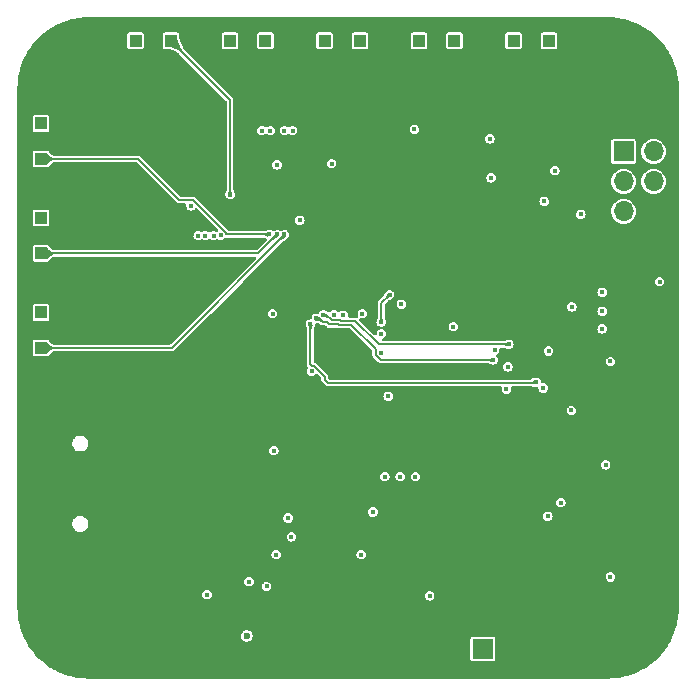
<source format=gbr>
%TF.GenerationSoftware,KiCad,Pcbnew,(7.0.0)*%
%TF.CreationDate,2024-01-17T09:10:33+05:30*%
%TF.ProjectId,Temperature Thing With Thermocouple,54656d70-6572-4617-9475-726520546869,rev?*%
%TF.SameCoordinates,Original*%
%TF.FileFunction,Copper,L3,Inr*%
%TF.FilePolarity,Positive*%
%FSLAX46Y46*%
G04 Gerber Fmt 4.6, Leading zero omitted, Abs format (unit mm)*
G04 Created by KiCad (PCBNEW (7.0.0)) date 2024-01-17 09:10:33*
%MOMM*%
%LPD*%
G01*
G04 APERTURE LIST*
%TA.AperFunction,ComponentPad*%
%ADD10R,1.000000X1.000000*%
%TD*%
%TA.AperFunction,ComponentPad*%
%ADD11C,0.700000*%
%TD*%
%TA.AperFunction,ComponentPad*%
%ADD12C,4.400000*%
%TD*%
%TA.AperFunction,ComponentPad*%
%ADD13R,1.700000X1.700000*%
%TD*%
%TA.AperFunction,ComponentPad*%
%ADD14O,1.700000X1.700000*%
%TD*%
%TA.AperFunction,ViaPad*%
%ADD15C,0.400000*%
%TD*%
%TA.AperFunction,ViaPad*%
%ADD16C,0.600000*%
%TD*%
%TA.AperFunction,Conductor*%
%ADD17C,0.150000*%
%TD*%
G04 APERTURE END LIST*
D10*
%TO.N,Net-(J16-Pin_1)*%
%TO.C,J16*%
X148699999Y-70599999D03*
%TD*%
%TO.N,Net-(J7-Pin_1)*%
%TO.C,J7*%
X153699999Y-70599999D03*
%TD*%
%TO.N,Net-(J3-Pin_1)*%
%TO.C,J3*%
X121699999Y-93599999D03*
%TD*%
%TO.N,Net-(J14-Pin_1)*%
%TO.C,J14*%
X140699999Y-70599999D03*
%TD*%
D11*
%TO.N,GND*%
%TO.C,H2*%
X169050000Y-73600000D03*
X169533274Y-72433274D03*
X169533274Y-74766726D03*
X170700000Y-71950000D03*
D12*
X170700000Y-73600000D03*
D11*
X170700000Y-75250000D03*
X171866726Y-72433274D03*
X171866726Y-74766726D03*
X172350000Y-73600000D03*
%TD*%
D10*
%TO.N,Net-(J9-Pin_1)*%
%TO.C,J9*%
X121699999Y-80599999D03*
%TD*%
%TO.N,Net-(J6-Pin_1)*%
%TO.C,J6*%
X137699999Y-70599999D03*
%TD*%
%TO.N,Net-(J8-Pin_1)*%
%TO.C,J8*%
X145699999Y-70599999D03*
%TD*%
%TO.N,Net-(J4-Pin_1)*%
%TO.C,J4*%
X129699999Y-70599999D03*
%TD*%
D13*
%TO.N,BATT+*%
%TO.C,J18*%
X159099999Y-122099999D03*
%TD*%
D10*
%TO.N,Net-(J15-Pin_1)*%
%TO.C,J15*%
X156699999Y-70599999D03*
%TD*%
D11*
%TO.N,GND*%
%TO.C,H1*%
X123050000Y-73600000D03*
X123533274Y-72433274D03*
X123533274Y-74766726D03*
X124700000Y-71950000D03*
D12*
X124700000Y-73600000D03*
D11*
X124700000Y-75250000D03*
X125866726Y-72433274D03*
X125866726Y-74766726D03*
X126350000Y-73600000D03*
%TD*%
D10*
%TO.N,Net-(J12-Pin_1)*%
%TO.C,J12*%
X132699999Y-70599999D03*
%TD*%
%TO.N,Net-(J10-Pin_1)*%
%TO.C,J10*%
X121699999Y-88599999D03*
%TD*%
%TO.N,Net-(J5-Pin_1)*%
%TO.C,J5*%
X161699999Y-70599999D03*
%TD*%
D13*
%TO.N,MAX_SDO*%
%TO.C,J17*%
X171024999Y-79974999D03*
D14*
%TO.N,+5V*%
X173564999Y-79974999D03*
%TO.N,MAX_SCK*%
X171024999Y-82514999D03*
%TO.N,MAX_SDI*%
X173564999Y-82514999D03*
%TO.N,RESET*%
X171024999Y-85054999D03*
%TO.N,GND*%
X173564999Y-85054999D03*
%TD*%
D10*
%TO.N,Net-(J11-Pin_1)*%
%TO.C,J11*%
X121699999Y-96599999D03*
%TD*%
%TO.N,Net-(J1-Pin_1)*%
%TO.C,J1*%
X121699999Y-77599999D03*
%TD*%
%TO.N,Net-(J2-Pin_1)*%
%TO.C,J2*%
X121699999Y-85599999D03*
%TD*%
D11*
%TO.N,GND*%
%TO.C,H4*%
X123050000Y-119600000D03*
X123533274Y-118433274D03*
X123533274Y-120766726D03*
X124700000Y-117950000D03*
D12*
X124700000Y-119600000D03*
D11*
X124700000Y-121250000D03*
X125866726Y-118433274D03*
X125866726Y-120766726D03*
X126350000Y-119600000D03*
%TD*%
%TO.N,GND*%
%TO.C,H3*%
X169050000Y-119600000D03*
X169533274Y-118433274D03*
X169533274Y-120766726D03*
X170700000Y-117950000D03*
D12*
X170700000Y-119600000D03*
D11*
X170700000Y-121250000D03*
X171866726Y-118433274D03*
X171866726Y-120766726D03*
X172350000Y-119600000D03*
%TD*%
D10*
%TO.N,Net-(J13-Pin_1)*%
%TO.C,J13*%
X164699999Y-70599999D03*
%TD*%
D13*
%TO.N,GND*%
%TO.C,J19*%
X162799999Y-122099999D03*
%TD*%
D15*
%TO.N,+3V3*%
X165200000Y-81600000D03*
X142900000Y-112600000D03*
X135750000Y-117500000D03*
X164300000Y-84200000D03*
X153300000Y-78100000D03*
X160100000Y-96800000D03*
X159700000Y-78900000D03*
X141600000Y-114100000D03*
%TO.N,GND*%
X128300000Y-111000000D03*
X126500000Y-112800000D03*
X160250000Y-90300000D03*
X130700000Y-109800000D03*
X122900000Y-114600000D03*
X135800000Y-83300000D03*
X157800000Y-87900000D03*
X129100000Y-86500000D03*
X171700000Y-99500000D03*
X135200000Y-83300000D03*
X133300000Y-75150000D03*
X130900000Y-76950000D03*
X128900000Y-100800000D03*
X165700000Y-122200000D03*
X127100000Y-111000000D03*
X166900000Y-118000000D03*
X146650000Y-104250000D03*
X127700000Y-114000000D03*
X127300000Y-84750000D03*
X131300000Y-106200000D03*
X133700000Y-103800000D03*
X138500000Y-82300000D03*
X134300000Y-108600000D03*
X125900000Y-105600000D03*
X156300000Y-112500000D03*
X161500000Y-86700000D03*
X122300000Y-109800000D03*
X124100000Y-109800000D03*
X138550000Y-98500000D03*
X166300000Y-119200000D03*
X135500000Y-102600000D03*
X131900000Y-106800000D03*
X132500000Y-109200000D03*
X129500000Y-106800000D03*
X158400000Y-89100000D03*
X143050000Y-102450000D03*
X165800000Y-77300000D03*
X131300000Y-111600000D03*
X160250000Y-92100000D03*
X123500000Y-101400000D03*
X163400000Y-77300000D03*
X146050000Y-103650000D03*
X174700000Y-87800000D03*
X159700000Y-81000000D03*
X139800000Y-102200000D03*
X150300000Y-112500000D03*
X139750000Y-99700000D03*
X159600000Y-87300000D03*
X170250000Y-90800000D03*
X129700000Y-82950000D03*
X141850000Y-104850000D03*
X138550000Y-99700000D03*
X126500000Y-103200000D03*
X165800000Y-76100000D03*
X131300000Y-103200000D03*
X130100000Y-103800000D03*
X134400000Y-121050000D03*
X139750000Y-99100000D03*
X131900000Y-108000000D03*
X146650000Y-104850000D03*
X126500000Y-100800000D03*
X131900000Y-102000000D03*
X166900000Y-123400000D03*
X130100000Y-112800000D03*
X124700000Y-114000000D03*
X146900000Y-97900000D03*
X159700000Y-79800000D03*
X122300000Y-110400000D03*
X174100000Y-100700000D03*
X128300000Y-112800000D03*
X149400000Y-87100000D03*
X125900000Y-112200000D03*
X140950000Y-98500000D03*
X166400000Y-76700000D03*
X121700000Y-104400000D03*
X130100000Y-108600000D03*
X128500000Y-81750000D03*
X129100000Y-83550000D03*
X150900000Y-117550000D03*
X174700000Y-100100000D03*
X174700000Y-88400000D03*
X141700000Y-109700000D03*
X141550000Y-99700000D03*
X133100000Y-105600000D03*
X167500000Y-119200000D03*
X157800000Y-84900000D03*
X127100000Y-100800000D03*
X172200000Y-114500000D03*
X157300000Y-82800000D03*
X137950000Y-120350000D03*
X164000000Y-76700000D03*
X142100000Y-82300000D03*
X129500000Y-114000000D03*
X160250000Y-86100000D03*
X157800000Y-87300000D03*
X130700000Y-105600000D03*
X148800000Y-87700000D03*
X156300000Y-120700000D03*
X124100000Y-100800000D03*
X138600000Y-119650000D03*
X132100000Y-77550000D03*
X132500000Y-100800000D03*
X139100000Y-82300000D03*
X132500000Y-105000000D03*
X165100000Y-124000000D03*
X133700000Y-106200000D03*
X159600000Y-89700000D03*
X139150000Y-97900000D03*
X150900000Y-119500000D03*
X121700000Y-105600000D03*
X133100000Y-104400000D03*
X129500000Y-113400000D03*
X127900000Y-81750000D03*
X154200000Y-86500000D03*
X129100000Y-82950000D03*
X141550000Y-97300000D03*
X166300000Y-121600000D03*
X124700000Y-109200000D03*
X132500000Y-103200000D03*
X148100000Y-99100000D03*
X133700000Y-105600000D03*
X160900000Y-90850000D03*
X131500000Y-77550000D03*
X153600000Y-84100000D03*
X148700000Y-99100000D03*
X172300000Y-98900000D03*
X140950000Y-97300000D03*
X126500000Y-106200000D03*
X158400000Y-86100000D03*
X158500000Y-81600000D03*
X164000000Y-76100000D03*
X153000000Y-88300000D03*
X161500000Y-89100000D03*
X126100000Y-83550000D03*
X157800000Y-88500000D03*
X130900000Y-74550000D03*
X130100000Y-106800000D03*
X165700000Y-123400000D03*
X124700000Y-113400000D03*
X166300000Y-124000000D03*
X124100000Y-104400000D03*
X134300000Y-102000000D03*
X166300000Y-116200000D03*
X159000000Y-84900000D03*
X148100000Y-98500000D03*
X127300000Y-82950000D03*
X131900000Y-106200000D03*
X122900000Y-113400000D03*
X150300000Y-120900000D03*
X146900000Y-96100000D03*
X150600000Y-87700000D03*
X133900000Y-76950000D03*
X123500000Y-112800000D03*
X155700000Y-122100000D03*
X172900000Y-101900000D03*
X171700000Y-101900000D03*
X129500000Y-112800000D03*
X150300000Y-111900000D03*
X128300000Y-104400000D03*
X133700000Y-102600000D03*
X157800000Y-89100000D03*
X171500000Y-114500000D03*
X127100000Y-109800000D03*
X127700000Y-102600000D03*
X125900000Y-108600000D03*
X140300000Y-82300000D03*
X122300000Y-113400000D03*
X145100000Y-97300000D03*
X125300000Y-113400000D03*
X171450000Y-89000000D03*
X123700000Y-81750000D03*
X152650000Y-119500000D03*
X167500000Y-122200000D03*
X153000000Y-85900000D03*
X172900000Y-90200000D03*
X126500000Y-113400000D03*
X132700000Y-75750000D03*
X126500000Y-109800000D03*
X159600000Y-93250000D03*
X127900000Y-85950000D03*
X139150000Y-99100000D03*
X152050000Y-120900000D03*
X170500000Y-101300000D03*
X136400000Y-83300000D03*
X172900000Y-103100000D03*
X124300000Y-83550000D03*
X130100000Y-102000000D03*
X140900000Y-84100000D03*
X160250000Y-92700000D03*
X165700000Y-118600000D03*
X139150000Y-99700000D03*
X131300000Y-108000000D03*
X128300000Y-102600000D03*
X157200000Y-86700000D03*
X148100000Y-97900000D03*
X133300000Y-74550000D03*
X125300000Y-107400000D03*
X130900000Y-75750000D03*
X133900000Y-76350000D03*
X166400000Y-75500000D03*
X139800000Y-120350000D03*
X151450000Y-118150000D03*
X166900000Y-122800000D03*
X132500000Y-101400000D03*
X124100000Y-112200000D03*
X152050000Y-117550000D03*
X140950000Y-99700000D03*
X132100000Y-78750000D03*
X140950000Y-97900000D03*
X125300000Y-114600000D03*
X138550000Y-97900000D03*
X128500000Y-85950000D03*
X127100000Y-112200000D03*
X170500000Y-98300000D03*
X161500000Y-87900000D03*
X161600000Y-77300000D03*
X129500000Y-107400000D03*
X124700000Y-114600000D03*
X171700000Y-103900000D03*
X124700000Y-106800000D03*
X167000000Y-77300000D03*
X173500000Y-97700000D03*
X131500000Y-75750000D03*
X138550000Y-100900000D03*
X127700000Y-106800000D03*
X165100000Y-116200000D03*
X145700000Y-96700000D03*
X157200000Y-89700000D03*
X158500000Y-79200000D03*
X165200000Y-76700000D03*
X171700000Y-98300000D03*
X121700000Y-111600000D03*
X130100000Y-101400000D03*
X147450000Y-118900000D03*
X131500000Y-76950000D03*
X130300000Y-85350000D03*
X132700000Y-78750000D03*
X173500000Y-100100000D03*
X130100000Y-114600000D03*
X148600000Y-120300000D03*
X165200000Y-77300000D03*
X145100000Y-96700000D03*
X157900000Y-79200000D03*
X130700000Y-108600000D03*
X141850000Y-102450000D03*
X166900000Y-116800000D03*
X128900000Y-103200000D03*
X171500000Y-113900000D03*
X145700000Y-94900000D03*
X123500000Y-105000000D03*
X140300000Y-84100000D03*
X124900000Y-84100000D03*
X158500000Y-81000000D03*
X126500000Y-104400000D03*
X150900000Y-118150000D03*
X128900000Y-106800000D03*
X171100000Y-100700000D03*
X141500000Y-82900000D03*
X127700000Y-102000000D03*
X128900000Y-105000000D03*
X146050000Y-104850000D03*
X174700000Y-90800000D03*
X162200000Y-77300000D03*
X167500000Y-117400000D03*
X165700000Y-121600000D03*
X127700000Y-112800000D03*
X128500000Y-87050000D03*
X141850000Y-103650000D03*
X145100000Y-95500000D03*
X135600000Y-119000000D03*
X159100000Y-81000000D03*
X134900000Y-104400000D03*
X122300000Y-112800000D03*
X142450000Y-102450000D03*
X130300000Y-83550000D03*
X128300000Y-109200000D03*
X174100000Y-101900000D03*
X153600000Y-87100000D03*
X167500000Y-122800000D03*
X164600000Y-77300000D03*
X131300000Y-106800000D03*
X160250000Y-87900000D03*
X153000000Y-84100000D03*
X128900000Y-109200000D03*
X165700000Y-118000000D03*
X124900000Y-83550000D03*
X128300000Y-114000000D03*
X159700000Y-80400000D03*
X130700000Y-111000000D03*
X133400000Y-83300000D03*
X149400000Y-85300000D03*
X131300000Y-104400000D03*
X153900000Y-112500000D03*
X125900000Y-111000000D03*
X140900000Y-82900000D03*
X172350000Y-107050000D03*
X149700000Y-111900000D03*
X141550000Y-97900000D03*
X129700000Y-84150000D03*
X130300000Y-76350000D03*
X167500000Y-116800000D03*
X123500000Y-111000000D03*
X125900000Y-109800000D03*
X172900000Y-101300000D03*
X121700000Y-114600000D03*
X127900000Y-86500000D03*
X132700000Y-76350000D03*
X133100000Y-106800000D03*
X132500000Y-105600000D03*
X122300000Y-108000000D03*
X165200000Y-74900000D03*
X174100000Y-99500000D03*
X128900000Y-111000000D03*
X124100000Y-102000000D03*
X142450000Y-103650000D03*
X134300000Y-106200000D03*
X134900000Y-106200000D03*
X125900000Y-108000000D03*
X155700000Y-121400000D03*
X129500000Y-104400000D03*
X129500000Y-103200000D03*
X124100000Y-105600000D03*
X144850000Y-104850000D03*
X151200000Y-86500000D03*
X131900000Y-114600000D03*
X123500000Y-114000000D03*
X174700000Y-102500000D03*
X172900000Y-98900000D03*
X126700000Y-85900000D03*
X134900000Y-103800000D03*
X122900000Y-106800000D03*
X149300000Y-97300000D03*
X125500000Y-85900000D03*
X139150000Y-100300000D03*
X126500000Y-111000000D03*
X140350000Y-99100000D03*
X132500000Y-112800000D03*
X148100000Y-96100000D03*
X127100000Y-110400000D03*
X139200000Y-119000000D03*
X153000000Y-84700000D03*
X157900000Y-82800000D03*
X151800000Y-86500000D03*
X128500000Y-85350000D03*
X122900000Y-114000000D03*
X158500000Y-82800000D03*
X151800000Y-87100000D03*
X125900000Y-112800000D03*
X126700000Y-84100000D03*
X133700000Y-104400000D03*
X165800000Y-76700000D03*
X160250000Y-87300000D03*
X162200000Y-75500000D03*
X130100000Y-109800000D03*
X173500000Y-99500000D03*
X157300000Y-82200000D03*
X126500000Y-114600000D03*
X132100000Y-75750000D03*
X122900000Y-107400000D03*
X124700000Y-107400000D03*
X131300000Y-112200000D03*
X130100000Y-111000000D03*
X154200000Y-85900000D03*
X174700000Y-101300000D03*
X163400000Y-76100000D03*
X130300000Y-85950000D03*
X122900000Y-101400000D03*
X171700000Y-103100000D03*
X126500000Y-111600000D03*
X144250000Y-102450000D03*
X160900000Y-91450000D03*
X166300000Y-118600000D03*
X123500000Y-102600000D03*
X140900000Y-82300000D03*
X128300000Y-112200000D03*
X163400000Y-75500000D03*
X124700000Y-103800000D03*
X131900000Y-112800000D03*
X134600000Y-83300000D03*
X130700000Y-114600000D03*
X148800000Y-87100000D03*
X157500000Y-112500000D03*
X146050000Y-102450000D03*
X125900000Y-114600000D03*
X130900000Y-84750000D03*
X147500000Y-96700000D03*
X150000000Y-84700000D03*
X127100000Y-111600000D03*
X130700000Y-100800000D03*
X126700000Y-84700000D03*
X146900000Y-98500000D03*
X157800000Y-85500000D03*
X160250000Y-86700000D03*
X154200000Y-84700000D03*
X152400000Y-86500000D03*
X173500000Y-87800000D03*
X134900000Y-102600000D03*
X174100000Y-89000000D03*
X146900000Y-96700000D03*
X148800000Y-84700000D03*
X121700000Y-103800000D03*
X172900000Y-100700000D03*
X131500000Y-78750000D03*
X130700000Y-106200000D03*
X124900000Y-82950000D03*
X128300000Y-100800000D03*
X166400000Y-76100000D03*
X134900000Y-107400000D03*
X125500000Y-82950000D03*
X146850000Y-119600000D03*
X143050000Y-103650000D03*
X171100000Y-97700000D03*
X167500000Y-118600000D03*
X134000000Y-82700000D03*
X124100000Y-109200000D03*
X159000000Y-86100000D03*
X129100000Y-85350000D03*
X139700000Y-114500000D03*
X127700000Y-111000000D03*
X126100000Y-82950000D03*
X129100000Y-82350000D03*
X131300000Y-105000000D03*
X121700000Y-111000000D03*
X125300000Y-102000000D03*
X123700000Y-82950000D03*
X128900000Y-113400000D03*
X130100000Y-111600000D03*
X174100000Y-98900000D03*
X166900000Y-124000000D03*
X128900000Y-107400000D03*
X133900000Y-75150000D03*
X135800000Y-82100000D03*
X131900000Y-109200000D03*
X137000000Y-82100000D03*
X129500000Y-114600000D03*
X160900000Y-89100000D03*
X147500000Y-97300000D03*
X147500000Y-98500000D03*
X127100000Y-108000000D03*
X151800000Y-84100000D03*
X159600000Y-91450000D03*
X171100000Y-103100000D03*
X122900000Y-112800000D03*
X126700000Y-83550000D03*
X174100000Y-102500000D03*
X151200000Y-85900000D03*
X126100000Y-85300000D03*
X153000000Y-86500000D03*
X129500000Y-105000000D03*
X130300000Y-75750000D03*
X142450000Y-104850000D03*
X165100000Y-120400000D03*
X125900000Y-103200000D03*
X161500000Y-88500000D03*
X161600000Y-75500000D03*
X139700000Y-82300000D03*
X128900000Y-101400000D03*
X140300000Y-81700000D03*
X166300000Y-122800000D03*
X128900000Y-102600000D03*
X157800000Y-86700000D03*
X173500000Y-101300000D03*
X159600000Y-90850000D03*
X131900000Y-113400000D03*
X161500000Y-89700000D03*
X156300000Y-121400000D03*
X148800000Y-88300000D03*
X133700000Y-103200000D03*
X145700000Y-97300000D03*
X130100000Y-103200000D03*
X130700000Y-107400000D03*
X132500000Y-106800000D03*
X126500000Y-102000000D03*
X157300000Y-78600000D03*
X127700000Y-103800000D03*
X131900000Y-102600000D03*
X124100000Y-108000000D03*
X126100000Y-81750000D03*
X150600000Y-87100000D03*
X173500000Y-89600000D03*
X142700000Y-82900000D03*
X124100000Y-105000000D03*
X150000000Y-86500000D03*
X127700000Y-107400000D03*
X128300000Y-111600000D03*
X134400000Y-120350000D03*
X122300000Y-109200000D03*
X161500000Y-90850000D03*
X172300000Y-100700000D03*
X165100000Y-121600000D03*
X134300000Y-107400000D03*
X121700000Y-108000000D03*
X146300000Y-98500000D03*
X122300000Y-103200000D03*
X131300000Y-105600000D03*
X145100000Y-96100000D03*
X126700000Y-81750000D03*
X161500000Y-90300000D03*
X174700000Y-101900000D03*
X145700000Y-97900000D03*
X148700000Y-97300000D03*
X132700000Y-76950000D03*
X172350000Y-108250000D03*
X139200000Y-118400000D03*
X124900000Y-85300000D03*
X149400000Y-86500000D03*
X125300000Y-109800000D03*
X124100000Y-114000000D03*
X158500000Y-78600000D03*
X158100000Y-112500000D03*
X122900000Y-103800000D03*
X138600000Y-119000000D03*
X126700000Y-86500000D03*
X139700000Y-83500000D03*
X166900000Y-122200000D03*
X146050000Y-103050000D03*
X140950000Y-100300000D03*
X159100000Y-81600000D03*
X133100000Y-107400000D03*
X171100000Y-99500000D03*
X133100000Y-103200000D03*
X162200000Y-76700000D03*
X131900000Y-103800000D03*
X150000000Y-87700000D03*
X166900000Y-117400000D03*
X127100000Y-103800000D03*
X126700000Y-82950000D03*
X126500000Y-108000000D03*
X173500000Y-101900000D03*
X128300000Y-108600000D03*
X122900000Y-105000000D03*
X165800000Y-75500000D03*
X148700000Y-96700000D03*
X147500000Y-96100000D03*
X121700000Y-109200000D03*
X146850000Y-120300000D03*
X160250000Y-89700000D03*
X167500000Y-121000000D03*
X133100000Y-108600000D03*
X144250000Y-104250000D03*
X166900000Y-121600000D03*
X131500000Y-74550000D03*
X167500000Y-115600000D03*
X153600000Y-85900000D03*
X127900000Y-87050000D03*
X129500000Y-102600000D03*
X139750000Y-97300000D03*
X151800000Y-84700000D03*
X125300000Y-101400000D03*
X133700000Y-100800000D03*
X127900000Y-83550000D03*
X151800000Y-87700000D03*
X152650000Y-118800000D03*
X160250000Y-90900000D03*
X151800000Y-85900000D03*
X158400000Y-90300000D03*
X132500000Y-102600000D03*
X134000000Y-82100000D03*
X158400000Y-88500000D03*
X122300000Y-108600000D03*
X134300000Y-109200000D03*
X125900000Y-110400000D03*
X146650000Y-102450000D03*
X159600000Y-92050000D03*
X172900000Y-97700000D03*
X129700000Y-86500000D03*
X132100000Y-75150000D03*
X128500000Y-82350000D03*
X131300000Y-102000000D03*
X131500000Y-78150000D03*
X127700000Y-108000000D03*
X166300000Y-116800000D03*
X139750000Y-97900000D03*
X174100000Y-98300000D03*
X139800000Y-117850000D03*
X148600000Y-119600000D03*
X122900000Y-106200000D03*
X128300000Y-102000000D03*
X148600000Y-121000000D03*
X151200000Y-84700000D03*
X128500000Y-84750000D03*
X150600000Y-86500000D03*
X149300000Y-99100000D03*
X133100000Y-100800000D03*
X130700000Y-103200000D03*
X130700000Y-102600000D03*
X149300000Y-96700000D03*
X134900000Y-101400000D03*
X140950000Y-99100000D03*
X139800000Y-119000000D03*
X165700000Y-116200000D03*
X147500000Y-95500000D03*
X174100000Y-97700000D03*
X125900000Y-105000000D03*
X131500000Y-76350000D03*
X148800000Y-85300000D03*
X135000000Y-119000000D03*
X130100000Y-112200000D03*
X131900000Y-111000000D03*
X162200000Y-74900000D03*
X172900000Y-100100000D03*
X127700000Y-103200000D03*
X162300000Y-94700000D03*
X167000000Y-76100000D03*
X127100000Y-101400000D03*
X171700000Y-98900000D03*
X122900000Y-105600000D03*
X124700000Y-102600000D03*
X121700000Y-108600000D03*
X173500000Y-100700000D03*
X133300000Y-78750000D03*
X164600000Y-76100000D03*
X152400000Y-85300000D03*
X143650000Y-104850000D03*
X158400000Y-89700000D03*
X152400000Y-87100000D03*
X133300000Y-76950000D03*
X135600000Y-118350000D03*
X135600000Y-121050000D03*
X158400000Y-87900000D03*
X150600000Y-85300000D03*
X172300000Y-99500000D03*
X143650000Y-103650000D03*
X136400000Y-83900000D03*
X140300000Y-83500000D03*
X123500000Y-114600000D03*
X159000000Y-87300000D03*
X171500000Y-112650000D03*
X142900000Y-120600000D03*
X134300000Y-104400000D03*
X122300000Y-106800000D03*
X126100000Y-84700000D03*
X157800000Y-89700000D03*
X159600000Y-89100000D03*
X138500000Y-81700000D03*
X123500000Y-108000000D03*
X172300000Y-102500000D03*
X174100000Y-103100000D03*
X142900000Y-121300000D03*
X125900000Y-104400000D03*
X170500000Y-102500000D03*
X131900000Y-103200000D03*
X139150000Y-100900000D03*
X170500000Y-103100000D03*
X157200000Y-87900000D03*
X151450000Y-118800000D03*
X128500000Y-83550000D03*
X127100000Y-109200000D03*
X122900000Y-111600000D03*
X125900000Y-114000000D03*
X158400000Y-85500000D03*
X160250000Y-88500000D03*
X173500000Y-88400000D03*
X142450000Y-103050000D03*
X159600000Y-93850000D03*
X157900000Y-80400000D03*
X157300000Y-79200000D03*
X160900000Y-88500000D03*
X133100000Y-101400000D03*
X133900000Y-75750000D03*
X126100000Y-85900000D03*
X126500000Y-110400000D03*
X159600000Y-90300000D03*
X124100000Y-101400000D03*
X126700000Y-82350000D03*
X132500000Y-113400000D03*
X135600000Y-119650000D03*
X127100000Y-114600000D03*
X131300000Y-114000000D03*
X165100000Y-122200000D03*
X128300000Y-106800000D03*
X165100000Y-122800000D03*
X172300000Y-103100000D03*
X140900000Y-81700000D03*
X148050000Y-118200000D03*
X158500000Y-79800000D03*
X152050000Y-118150000D03*
X121700000Y-112800000D03*
X138550000Y-100300000D03*
X139800000Y-118400000D03*
X122900000Y-111000000D03*
X174700000Y-89000000D03*
X133400000Y-82100000D03*
X171450000Y-88400000D03*
X128900000Y-114600000D03*
X165100000Y-118000000D03*
X125900000Y-109200000D03*
X145450000Y-102450000D03*
X134300000Y-100800000D03*
X156900000Y-112500000D03*
X126500000Y-109200000D03*
X133900000Y-77550000D03*
X133400000Y-82700000D03*
X127700000Y-105600000D03*
X127300000Y-82350000D03*
X138550000Y-97300000D03*
X126100000Y-86500000D03*
X128900000Y-103800000D03*
X159600000Y-88500000D03*
X122300000Y-104400000D03*
X131300000Y-101400000D03*
X133800000Y-119650000D03*
X174700000Y-98900000D03*
X158400000Y-87300000D03*
X130900000Y-76350000D03*
X147500000Y-97900000D03*
X125300000Y-100800000D03*
X146900000Y-99100000D03*
X165100000Y-119800000D03*
X151200000Y-87100000D03*
X129500000Y-100800000D03*
X127700000Y-100800000D03*
X148700000Y-97900000D03*
X144850000Y-104250000D03*
X149400000Y-84700000D03*
X170800000Y-114500000D03*
X126700000Y-85300000D03*
X173500000Y-103100000D03*
X171700000Y-101300000D03*
X126500000Y-108600000D03*
X165700000Y-116800000D03*
X171700000Y-102500000D03*
X157900000Y-81000000D03*
X125300000Y-106200000D03*
X135800000Y-82700000D03*
X167000000Y-75500000D03*
X162800000Y-75500000D03*
X159000000Y-87900000D03*
X159100000Y-80400000D03*
X143050000Y-104250000D03*
X153600000Y-84700000D03*
X131900000Y-104400000D03*
X164600000Y-76700000D03*
X132500000Y-112200000D03*
X150000000Y-85300000D03*
X128300000Y-109800000D03*
X127700000Y-114600000D03*
X134300000Y-103800000D03*
X132500000Y-114600000D03*
X134900000Y-103200000D03*
X131300000Y-114600000D03*
X124700000Y-103200000D03*
X127700000Y-111600000D03*
X135800000Y-83900000D03*
X134900000Y-105600000D03*
X159000000Y-90300000D03*
X127900000Y-85350000D03*
X134600000Y-82100000D03*
X122900000Y-112200000D03*
X143650000Y-103050000D03*
X144850000Y-103050000D03*
X140350000Y-100300000D03*
X153000000Y-87700000D03*
X172300000Y-101900000D03*
X166300000Y-121000000D03*
X172300000Y-98300000D03*
X133300000Y-77550000D03*
X124900000Y-82350000D03*
X152100000Y-112500000D03*
X157300000Y-83400000D03*
X125900000Y-100800000D03*
X122300000Y-100800000D03*
X166900000Y-115600000D03*
X130700000Y-106800000D03*
X127700000Y-109800000D03*
X130700000Y-114000000D03*
X133700000Y-101400000D03*
X146300000Y-96700000D03*
X124100000Y-110400000D03*
X134600000Y-81500000D03*
X126100000Y-82350000D03*
X122900000Y-102600000D03*
X148600000Y-118900000D03*
X133900000Y-78750000D03*
X132700000Y-74550000D03*
X127900000Y-84750000D03*
X137950000Y-121050000D03*
X157900000Y-83400000D03*
X128500000Y-82950000D03*
X125300000Y-110400000D03*
X124700000Y-101400000D03*
X139100000Y-82900000D03*
X174100000Y-101300000D03*
X135200000Y-81500000D03*
X122300000Y-111600000D03*
X150600000Y-88300000D03*
X135500000Y-102000000D03*
X170500000Y-98900000D03*
X125300000Y-102600000D03*
X128900000Y-112200000D03*
X148050000Y-118900000D03*
X165100000Y-121000000D03*
X152700000Y-112500000D03*
X174700000Y-100700000D03*
X150000000Y-85900000D03*
X157900000Y-78600000D03*
X124700000Y-112800000D03*
X133100000Y-108000000D03*
X160900000Y-87900000D03*
X121700000Y-107400000D03*
X150300000Y-111300000D03*
X157300000Y-81600000D03*
X151200000Y-85300000D03*
X127700000Y-105000000D03*
X153600000Y-85300000D03*
X127900000Y-82950000D03*
X174100000Y-89600000D03*
X142100000Y-82900000D03*
X133100000Y-105000000D03*
X145450000Y-103650000D03*
X154200000Y-84100000D03*
X152400000Y-87700000D03*
X157900000Y-81600000D03*
X124100000Y-103800000D03*
X122900000Y-104400000D03*
X144850000Y-102450000D03*
X151200000Y-87700000D03*
X170850000Y-89000000D03*
X131300000Y-103800000D03*
X130700000Y-109200000D03*
X170500000Y-100700000D03*
X125300000Y-105600000D03*
X129500000Y-103800000D03*
X138600000Y-118400000D03*
X153000000Y-85300000D03*
X141550000Y-98500000D03*
X133100000Y-106200000D03*
X134000000Y-81500000D03*
X137950000Y-118400000D03*
X132500000Y-109800000D03*
X141850000Y-103050000D03*
X156300000Y-122100000D03*
X165700000Y-119800000D03*
X139150000Y-97300000D03*
X133800000Y-120350000D03*
X167500000Y-123400000D03*
X152650000Y-120200000D03*
X143050000Y-103050000D03*
X134300000Y-103200000D03*
X122300000Y-107400000D03*
X127100000Y-102600000D03*
X146900000Y-97300000D03*
X146850000Y-121000000D03*
X158700000Y-112500000D03*
X125300000Y-103800000D03*
X123500000Y-110400000D03*
X129700000Y-84750000D03*
X162800000Y-76100000D03*
X133800000Y-121050000D03*
X125300000Y-108000000D03*
X121700000Y-106200000D03*
X165700000Y-117400000D03*
X174700000Y-97700000D03*
X146650000Y-103050000D03*
X171100000Y-101300000D03*
X150300000Y-119500000D03*
X127700000Y-109200000D03*
X132500000Y-110400000D03*
X142900000Y-122000000D03*
X172900000Y-90800000D03*
X139750000Y-98500000D03*
X174100000Y-100100000D03*
X160250000Y-93250000D03*
X172200000Y-113900000D03*
X159600000Y-92650000D03*
X132500000Y-114000000D03*
X173500000Y-87200000D03*
X138550000Y-99100000D03*
X167500000Y-124000000D03*
X132700000Y-78150000D03*
X132500000Y-111600000D03*
X172300000Y-101300000D03*
X162800000Y-77300000D03*
X141550000Y-101550000D03*
X171450000Y-89600000D03*
X129700000Y-85350000D03*
X124700000Y-106200000D03*
X131900000Y-100800000D03*
X124900000Y-81750000D03*
X159600000Y-86100000D03*
X139700000Y-81700000D03*
X139750000Y-100300000D03*
X141550000Y-99100000D03*
X130300000Y-74550000D03*
X171100000Y-102500000D03*
X148700000Y-96100000D03*
X131900000Y-111600000D03*
X125300000Y-114000000D03*
X130700000Y-101400000D03*
X131900000Y-114000000D03*
X127300000Y-85950000D03*
X165700000Y-115600000D03*
X127300000Y-85350000D03*
X152400000Y-85900000D03*
X129500000Y-108000000D03*
X140900000Y-83500000D03*
X142100000Y-83500000D03*
X127700000Y-113400000D03*
X130100000Y-114000000D03*
X145450000Y-104250000D03*
X122300000Y-101400000D03*
X160250000Y-89100000D03*
X124900000Y-84700000D03*
X130300000Y-84150000D03*
X159100000Y-82200000D03*
X128300000Y-103800000D03*
X152400000Y-88300000D03*
X125900000Y-106200000D03*
X149300000Y-97900000D03*
X126500000Y-105000000D03*
X164600000Y-74900000D03*
X143050000Y-104850000D03*
X157200000Y-86100000D03*
X170500000Y-99500000D03*
X157900000Y-79800000D03*
X150300000Y-120200000D03*
X127700000Y-101400000D03*
X131900000Y-109800000D03*
X125500000Y-81750000D03*
X128300000Y-113400000D03*
X172900000Y-99500000D03*
X143650000Y-104250000D03*
X165700000Y-122800000D03*
X122300000Y-102600000D03*
X143500000Y-122000000D03*
X165800000Y-74900000D03*
X124100000Y-102600000D03*
X146900000Y-95500000D03*
X150600000Y-85900000D03*
X141500000Y-82300000D03*
X148800000Y-86500000D03*
X130100000Y-113400000D03*
X161600000Y-76700000D03*
X122900000Y-100800000D03*
X153600000Y-87700000D03*
X140950000Y-100900000D03*
X157800000Y-86100000D03*
X145700000Y-96100000D03*
X134300000Y-105600000D03*
X133100000Y-109200000D03*
X135000000Y-118350000D03*
X123500000Y-103200000D03*
X161600000Y-74900000D03*
X131900000Y-101400000D03*
X137950000Y-119000000D03*
X165700000Y-120400000D03*
X125500000Y-87050000D03*
X174100000Y-87200000D03*
X150300000Y-118800000D03*
X125500000Y-84700000D03*
X153300000Y-112500000D03*
X129500000Y-110400000D03*
X171100000Y-98900000D03*
X122900000Y-108600000D03*
X145100000Y-94900000D03*
X129500000Y-109800000D03*
X122300000Y-111000000D03*
X160900000Y-90300000D03*
X130900000Y-85350000D03*
X172900000Y-98300000D03*
X173500000Y-98900000D03*
X123500000Y-102000000D03*
X166300000Y-120400000D03*
X135100000Y-111000000D03*
X134900000Y-106800000D03*
X124100000Y-106800000D03*
X160900000Y-86700000D03*
X135000000Y-119650000D03*
X123500000Y-112200000D03*
X127300000Y-81750000D03*
X128300000Y-108000000D03*
X124100000Y-111000000D03*
X133400000Y-81500000D03*
X134000000Y-83300000D03*
X133300000Y-75750000D03*
X159100000Y-79200000D03*
X122900000Y-110400000D03*
X145700000Y-95500000D03*
X135200000Y-82100000D03*
X153600000Y-86500000D03*
X166900000Y-116200000D03*
X163400000Y-74900000D03*
X149400000Y-84100000D03*
X165100000Y-116800000D03*
X143500000Y-120600000D03*
X149300000Y-98500000D03*
X124700000Y-109800000D03*
X129500000Y-109200000D03*
X130100000Y-100800000D03*
X166400000Y-74900000D03*
X127100000Y-103200000D03*
X165700000Y-119200000D03*
X130300000Y-75150000D03*
X132100000Y-78150000D03*
X165100000Y-115600000D03*
X128500000Y-86500000D03*
X174700000Y-99500000D03*
X128300000Y-114600000D03*
X128900000Y-112800000D03*
X151450000Y-119500000D03*
X121700000Y-100800000D03*
X132500000Y-102000000D03*
X129500000Y-112200000D03*
X134300000Y-102600000D03*
X170850000Y-88400000D03*
X130700000Y-111600000D03*
X125900000Y-113400000D03*
X131300000Y-107400000D03*
X149400000Y-87700000D03*
X133700000Y-102000000D03*
X127100000Y-108600000D03*
X133100000Y-102600000D03*
X144850000Y-103650000D03*
X133700000Y-107400000D03*
X122300000Y-106200000D03*
X123700000Y-83550000D03*
X172300000Y-103900000D03*
X125900000Y-101400000D03*
X124700000Y-105600000D03*
X130700000Y-104400000D03*
X130100000Y-106200000D03*
X127100000Y-112800000D03*
X152050000Y-118800000D03*
X171100000Y-101900000D03*
X161500000Y-91450000D03*
X142700000Y-84100000D03*
X123500000Y-107400000D03*
X135200000Y-82700000D03*
X121700000Y-114000000D03*
X127900000Y-84150000D03*
X125500000Y-85300000D03*
X158400000Y-86700000D03*
X160900000Y-87300000D03*
X151200000Y-84100000D03*
X121700000Y-109800000D03*
X148100000Y-95500000D03*
X124100000Y-107400000D03*
X125500000Y-83550000D03*
X150900000Y-111300000D03*
X131300000Y-109800000D03*
X140350000Y-100900000D03*
X122900000Y-109200000D03*
X130900000Y-84150000D03*
X128900000Y-114000000D03*
X133100000Y-109800000D03*
X170900000Y-112650000D03*
X129500000Y-111000000D03*
X166900000Y-121000000D03*
X162200000Y-76100000D03*
X157200000Y-88500000D03*
X123500000Y-113400000D03*
X136400000Y-82100000D03*
X141550000Y-100300000D03*
X138600000Y-120350000D03*
X148100000Y-96700000D03*
X171450000Y-87200000D03*
X166300000Y-119800000D03*
X123500000Y-104400000D03*
X159000000Y-89700000D03*
X165100000Y-118600000D03*
X121700000Y-105000000D03*
X132800000Y-81500000D03*
X150900000Y-118800000D03*
X134900000Y-108600000D03*
X159600000Y-87900000D03*
X158400000Y-84900000D03*
X137950000Y-119650000D03*
X125300000Y-108600000D03*
X159000000Y-85500000D03*
X153000000Y-87100000D03*
X164000000Y-77300000D03*
X123500000Y-111600000D03*
X126100000Y-84100000D03*
X171450000Y-87800000D03*
X128300000Y-107400000D03*
X146300000Y-99100000D03*
X131500000Y-75150000D03*
X121700000Y-101400000D03*
X128300000Y-103200000D03*
X156700000Y-78600000D03*
X127100000Y-106200000D03*
X157300000Y-81000000D03*
X141500000Y-83500000D03*
X134300000Y-108000000D03*
X130100000Y-105600000D03*
X165700000Y-124000000D03*
X126100000Y-87050000D03*
X126500000Y-103800000D03*
X160900000Y-92050000D03*
X130100000Y-102600000D03*
X140300000Y-82900000D03*
X124100000Y-106200000D03*
X172300000Y-100100000D03*
X130100000Y-104400000D03*
X150000000Y-88300000D03*
X133300000Y-76350000D03*
X122900000Y-103200000D03*
X160250000Y-91500000D03*
X121700000Y-113400000D03*
X132500000Y-108600000D03*
X127300000Y-83550000D03*
X133700000Y-109800000D03*
X122300000Y-114000000D03*
X123500000Y-105600000D03*
X159700000Y-81600000D03*
X139100000Y-81700000D03*
X133700000Y-108000000D03*
X131900000Y-112200000D03*
X146300000Y-97300000D03*
X127100000Y-113400000D03*
X150600000Y-84100000D03*
X123500000Y-100800000D03*
X122300000Y-112200000D03*
X150900000Y-120900000D03*
X129700000Y-87050000D03*
X124300000Y-81750000D03*
X141700000Y-112400000D03*
X124700000Y-108000000D03*
X128900000Y-111600000D03*
X150600000Y-84700000D03*
X170800000Y-113900000D03*
X149400000Y-88300000D03*
X148100000Y-97300000D03*
X151800000Y-85300000D03*
X125900000Y-111600000D03*
X151200000Y-88300000D03*
X135500000Y-100800000D03*
X135200000Y-83900000D03*
X159100000Y-79800000D03*
X170850000Y-90200000D03*
X144250000Y-103650000D03*
X125900000Y-102000000D03*
X158500000Y-80400000D03*
X128900000Y-108000000D03*
X125300000Y-106800000D03*
X129700000Y-83550000D03*
X171700000Y-100100000D03*
X124100000Y-108600000D03*
X137000000Y-82700000D03*
X123500000Y-103800000D03*
X125300000Y-103200000D03*
X129500000Y-102000000D03*
X127300000Y-84150000D03*
X137000000Y-83300000D03*
X162800000Y-74900000D03*
X171100000Y-98300000D03*
X128300000Y-101400000D03*
X140350000Y-99700000D03*
X174700000Y-89600000D03*
X127100000Y-102000000D03*
X135500000Y-103200000D03*
X149400000Y-85900000D03*
X128900000Y-102000000D03*
X163400000Y-76700000D03*
X128300000Y-110400000D03*
X133700000Y-106800000D03*
X122300000Y-114600000D03*
X134900000Y-100800000D03*
X124100000Y-103200000D03*
X130300000Y-78150000D03*
X130900000Y-77550000D03*
X127700000Y-108600000D03*
X130100000Y-110400000D03*
X124700000Y-100800000D03*
X167500000Y-119800000D03*
X129700000Y-85950000D03*
X146050000Y-104250000D03*
X125300000Y-112800000D03*
X128500000Y-84150000D03*
X134900000Y-105000000D03*
X144250000Y-103050000D03*
X127300000Y-87050000D03*
X123500000Y-106800000D03*
X147500000Y-99100000D03*
X152300000Y-101500000D03*
X130900000Y-75150000D03*
X154500000Y-112500000D03*
X124300000Y-82950000D03*
X130700000Y-105000000D03*
X133100000Y-110400000D03*
X147450000Y-121000000D03*
X139150000Y-98500000D03*
X161500000Y-87300000D03*
X132100000Y-76950000D03*
X139700000Y-82900000D03*
X154200000Y-87100000D03*
X130300000Y-84750000D03*
X170300000Y-112650000D03*
X124300000Y-82350000D03*
X126500000Y-114000000D03*
X171100000Y-103900000D03*
X133700000Y-109200000D03*
X122300000Y-105000000D03*
X127700000Y-110400000D03*
X166400000Y-77300000D03*
X172350000Y-108850000D03*
X165100000Y-123400000D03*
X129100000Y-84750000D03*
X148050000Y-121000000D03*
X150900000Y-112500000D03*
X174100000Y-88400000D03*
X166300000Y-115600000D03*
X148600000Y-118200000D03*
X130900000Y-78150000D03*
X159600000Y-84900000D03*
X123500000Y-108600000D03*
X134900000Y-102000000D03*
X166300000Y-117400000D03*
X152050000Y-119500000D03*
X133100000Y-103800000D03*
X122300000Y-105600000D03*
X134300000Y-105000000D03*
X129500000Y-101400000D03*
X171100000Y-100100000D03*
X152400000Y-84700000D03*
X127700000Y-112200000D03*
X122900000Y-108000000D03*
X129500000Y-111600000D03*
X167000000Y-76700000D03*
X152050000Y-120200000D03*
X121700000Y-106800000D03*
X173500000Y-89000000D03*
X124100000Y-111600000D03*
X159000000Y-86700000D03*
X170500000Y-97700000D03*
X135500000Y-101400000D03*
X159000000Y-88500000D03*
X167500000Y-121600000D03*
X123700000Y-82350000D03*
X121700000Y-103200000D03*
X170500000Y-100100000D03*
X127700000Y-106200000D03*
X145450000Y-103050000D03*
X148800000Y-85900000D03*
X127100000Y-105000000D03*
X128900000Y-106200000D03*
X141500000Y-84100000D03*
X165200000Y-76100000D03*
X133700000Y-105000000D03*
X164000000Y-74900000D03*
X131300000Y-100800000D03*
X161600000Y-76100000D03*
X124100000Y-112800000D03*
X150900000Y-111900000D03*
X130100000Y-109200000D03*
X132800000Y-82700000D03*
X125500000Y-86500000D03*
X170500000Y-103900000D03*
X130700000Y-112800000D03*
X130900000Y-78750000D03*
X131900000Y-110400000D03*
X135600000Y-120350000D03*
X122900000Y-102000000D03*
X160900000Y-89700000D03*
X130700000Y-113400000D03*
X148050000Y-120300000D03*
X125900000Y-107400000D03*
X123500000Y-109200000D03*
X157300000Y-80400000D03*
X126700000Y-87050000D03*
X170850000Y-89600000D03*
X133900000Y-78150000D03*
X131300000Y-108600000D03*
X135000000Y-121050000D03*
X170850000Y-87200000D03*
X134300000Y-101400000D03*
X170850000Y-87800000D03*
X157200000Y-89100000D03*
X132700000Y-75150000D03*
X130300000Y-77550000D03*
X162800000Y-76700000D03*
X133700000Y-108600000D03*
X132700000Y-77550000D03*
X146300000Y-97900000D03*
X133300000Y-78150000D03*
X139200000Y-119650000D03*
X132100000Y-76350000D03*
X130100000Y-107400000D03*
X129500000Y-105600000D03*
X121700000Y-112200000D03*
X124100000Y-114600000D03*
X165100000Y-119200000D03*
X130700000Y-108000000D03*
X127900000Y-82350000D03*
X130100000Y-108000000D03*
X155100000Y-112500000D03*
X131900000Y-107400000D03*
X129500000Y-106200000D03*
X165100000Y-117400000D03*
X134400000Y-119650000D03*
X128900000Y-110400000D03*
X129100000Y-87050000D03*
X166300000Y-123400000D03*
X130700000Y-103800000D03*
X131900000Y-105600000D03*
X131300000Y-110400000D03*
X127300000Y-86500000D03*
X130700000Y-112200000D03*
X173500000Y-90200000D03*
X147450000Y-119600000D03*
X157300000Y-79800000D03*
X128300000Y-105000000D03*
X172300000Y-90800000D03*
X135000000Y-120350000D03*
X123500000Y-106200000D03*
X134400000Y-119000000D03*
X132500000Y-103800000D03*
X128900000Y-104400000D03*
X170500000Y-101900000D03*
X159000000Y-89100000D03*
X132500000Y-106200000D03*
X174100000Y-90200000D03*
X165200000Y-75500000D03*
X174700000Y-87200000D03*
X148800000Y-84100000D03*
X151800000Y-88300000D03*
X126500000Y-112200000D03*
X151450000Y-120200000D03*
X157900000Y-82200000D03*
X146300000Y-96100000D03*
X125500000Y-82350000D03*
X159600000Y-86700000D03*
X146650000Y-103650000D03*
X142100000Y-84100000D03*
X140350000Y-97300000D03*
X126500000Y-102600000D03*
X128300000Y-105600000D03*
X129500000Y-108600000D03*
X150000000Y-87100000D03*
X122300000Y-103800000D03*
X157800000Y-90300000D03*
X132500000Y-108000000D03*
X149700000Y-111300000D03*
X154200000Y-85300000D03*
X134900000Y-108000000D03*
X174100000Y-87800000D03*
X122300000Y-102000000D03*
X131300000Y-113400000D03*
X158500000Y-82200000D03*
X173500000Y-98300000D03*
X145450000Y-104850000D03*
X127100000Y-114000000D03*
X129100000Y-85950000D03*
X131300000Y-102600000D03*
X148700000Y-98500000D03*
X136400000Y-82700000D03*
X125500000Y-84100000D03*
X131300000Y-109200000D03*
X150000000Y-84100000D03*
X166900000Y-118600000D03*
X132100000Y-74550000D03*
X124700000Y-110400000D03*
X152400000Y-84100000D03*
X166300000Y-122200000D03*
X133900000Y-74550000D03*
X128900000Y-105600000D03*
X150900000Y-120200000D03*
X167000000Y-74900000D03*
X137000000Y-83900000D03*
X166900000Y-119800000D03*
X174700000Y-98300000D03*
X155700000Y-112500000D03*
X140350000Y-98500000D03*
X130700000Y-110400000D03*
X127700000Y-104400000D03*
X132800000Y-82100000D03*
X130300000Y-78750000D03*
X146300000Y-95500000D03*
X130300000Y-76950000D03*
X151450000Y-120900000D03*
X121700000Y-102600000D03*
X130700000Y-102000000D03*
X126500000Y-101400000D03*
X125900000Y-106800000D03*
X147450000Y-120300000D03*
X143500000Y-121300000D03*
X166300000Y-118000000D03*
X132500000Y-111000000D03*
X134300000Y-106800000D03*
X124100000Y-113400000D03*
X121700000Y-110400000D03*
X166900000Y-120400000D03*
X151450000Y-117550000D03*
X128900000Y-108600000D03*
X164000000Y-75500000D03*
X141550000Y-100900000D03*
X140350000Y-97900000D03*
X131300000Y-112800000D03*
X125300000Y-109200000D03*
X121700000Y-102000000D03*
X130100000Y-105000000D03*
X126500000Y-105600000D03*
X165700000Y-121000000D03*
X157200000Y-87300000D03*
X138500000Y-82900000D03*
X134600000Y-82700000D03*
X122900000Y-109800000D03*
X132500000Y-104400000D03*
X141850000Y-104250000D03*
X127100000Y-107400000D03*
X166900000Y-119200000D03*
X123500000Y-109800000D03*
X172300000Y-97700000D03*
X174700000Y-103100000D03*
X167500000Y-118000000D03*
X131300000Y-111000000D03*
X126500000Y-106800000D03*
X125900000Y-103800000D03*
X126500000Y-107400000D03*
X174700000Y-90200000D03*
X129100000Y-84150000D03*
X128900000Y-109800000D03*
X167500000Y-116200000D03*
X124700000Y-102000000D03*
X167500000Y-120400000D03*
X172350000Y-107650000D03*
X131900000Y-105000000D03*
X127100000Y-105600000D03*
X142450000Y-104250000D03*
X173500000Y-102500000D03*
X139750000Y-100900000D03*
X171700000Y-97700000D03*
X159600000Y-85500000D03*
X139800000Y-119650000D03*
X131900000Y-108600000D03*
X132500000Y-107400000D03*
X133100000Y-102000000D03*
X143650000Y-102450000D03*
X151500000Y-112500000D03*
X124700000Y-108600000D03*
X148050000Y-119600000D03*
X144250000Y-104850000D03*
X127100000Y-104400000D03*
X172900000Y-102500000D03*
X128300000Y-106200000D03*
X171700000Y-100700000D03*
X142700000Y-83500000D03*
X127100000Y-106800000D03*
X125900000Y-102600000D03*
X164600000Y-75500000D03*
%TO.N,+5V*%
X151200000Y-92100000D03*
X143600000Y-85800000D03*
X167400000Y-85300000D03*
X150500000Y-94400000D03*
X169900000Y-116000000D03*
X169200000Y-91900000D03*
X150510273Y-95400500D03*
X136899306Y-87084675D03*
X174062500Y-91000000D03*
X164200000Y-100000000D03*
X153400000Y-107500000D03*
X150500000Y-97000000D03*
D16*
X139100000Y-121000000D03*
D15*
X148800000Y-114100000D03*
X169500000Y-106500000D03*
X141300000Y-93700000D03*
%TO.N,RESET*%
X154600000Y-117600000D03*
%TO.N,TX*%
X152100000Y-107500000D03*
X169200000Y-93500000D03*
%TO.N,RX*%
X169200000Y-95000000D03*
X150800000Y-107500000D03*
%TO.N,Net-(J1-Pin_1)*%
X135000000Y-87100000D03*
%TO.N,Net-(J2-Pin_1)*%
X135600000Y-87100000D03*
%TO.N,Net-(J3-Pin_1)*%
X136300000Y-87100000D03*
%TO.N,Net-(J4-Pin_1)*%
X134400000Y-84574500D03*
%TO.N,Net-(J9-Pin_1)*%
X141000000Y-87000000D03*
%TO.N,Net-(J10-Pin_1)*%
X141700000Y-87000000D03*
%TO.N,Net-(J11-Pin_1)*%
X142300000Y-87000000D03*
%TO.N,Net-(J12-Pin_1)*%
X137700000Y-83625500D03*
%TO.N,Net-(J13-Pin_1)*%
X143000000Y-78200000D03*
%TO.N,Net-(J14-Pin_1)*%
X140400000Y-78200000D03*
%TO.N,Net-(J15-Pin_1)*%
X142300000Y-78200000D03*
%TO.N,Net-(J16-Pin_1)*%
X141100000Y-78200000D03*
%TO.N,MAX_SDO*%
X160000000Y-97625500D03*
X145000000Y-94100000D03*
X166600000Y-101900000D03*
X166628601Y-93128601D03*
%TO.N,MAX_SCK*%
X164664477Y-96864477D03*
X163600000Y-99500000D03*
X144500000Y-94600000D03*
%TO.N,MAX_SDI*%
X161300000Y-96300000D03*
X145600000Y-93800000D03*
%TO.N,OE*%
X152200000Y-92900000D03*
X156600000Y-94800000D03*
X144600000Y-98600000D03*
%TO.N,T+MUX*%
X146300000Y-81000000D03*
%TO.N,T-MUX*%
X141675000Y-81100000D03*
%TO.N,SD_CS_C*%
X142606969Y-111006969D03*
X141400000Y-105300000D03*
%TO.N,LED*%
X147278379Y-93842260D03*
X169902960Y-97754276D03*
%TO.N,SD_CD*%
X149800000Y-110500000D03*
X139300000Y-116400000D03*
X140800000Y-116800000D03*
%TO.N,UD+*%
X164600000Y-110849500D03*
%TO.N,UD-*%
X165700000Y-109700000D03*
%TO.N,MAX_DRDY*%
X151088437Y-100688437D03*
%TO.N,MAX_FAULT*%
X159800000Y-82200000D03*
%TO.N,MAX_CS*%
X161224500Y-98200000D03*
X148900000Y-93700000D03*
%TO.N,SD_CS*%
X161100000Y-100100000D03*
X146500000Y-93800000D03*
%TD*%
D17*
%TO.N,+5V*%
X150500000Y-92800000D02*
X151200000Y-92100000D01*
X150500000Y-94400000D02*
X150500000Y-92800000D01*
%TO.N,Net-(J9-Pin_1)*%
X134596752Y-84099500D02*
X133399500Y-84099500D01*
X137374306Y-86877054D02*
X134596752Y-84099500D01*
X129900000Y-80600000D02*
X121700000Y-80600000D01*
X141000000Y-87000000D02*
X137374306Y-87000000D01*
X137374306Y-87000000D02*
X137374306Y-86877054D01*
X133399500Y-84099500D02*
X129900000Y-80600000D01*
%TO.N,Net-(J10-Pin_1)*%
X140100000Y-88600000D02*
X121700000Y-88600000D01*
X141700000Y-87000000D02*
X140100000Y-88600000D01*
%TO.N,Net-(J11-Pin_1)*%
X132771752Y-96600000D02*
X121700000Y-96600000D01*
X142300000Y-87071752D02*
X132771752Y-96600000D01*
X142300000Y-87000000D02*
X142300000Y-87071752D01*
%TO.N,Net-(J12-Pin_1)*%
X137700000Y-83625500D02*
X137700000Y-75600000D01*
X137700000Y-75600000D02*
X132700000Y-70600000D01*
%TO.N,MAX_SDO*%
X145000000Y-94100000D02*
X145228248Y-94100000D01*
X150453748Y-97625500D02*
X160000000Y-97625500D01*
X147967260Y-94667260D02*
X150025000Y-96725000D01*
X150025000Y-96725000D02*
X150025000Y-97196752D01*
X146894392Y-94625000D02*
X146936652Y-94667260D01*
X150025000Y-97196752D02*
X150453748Y-97625500D01*
X145228248Y-94100000D02*
X145553248Y-94425000D01*
X146936652Y-94667260D02*
X147967260Y-94667260D01*
X145896752Y-94425000D02*
X146096752Y-94625000D01*
X146096752Y-94625000D02*
X146894392Y-94625000D01*
X145553248Y-94425000D02*
X145896752Y-94425000D01*
%TO.N,MAX_SCK*%
X145700000Y-99028248D02*
X145700000Y-99300000D01*
X163525000Y-99575000D02*
X163600000Y-99500000D01*
X144625000Y-98125000D02*
X144796752Y-98125000D01*
X144796752Y-98125000D02*
X145700000Y-99028248D01*
X145975000Y-99575000D02*
X163525000Y-99575000D01*
X144500000Y-94600000D02*
X144500000Y-98000000D01*
X144500000Y-98000000D02*
X144625000Y-98125000D01*
X145700000Y-99300000D02*
X145975000Y-99575000D01*
%TO.N,MAX_SDI*%
X145600000Y-93800000D02*
X145828248Y-93800000D01*
X150300000Y-96300000D02*
X161300000Y-96300000D01*
X147039367Y-94275000D02*
X147081627Y-94317260D01*
X146303248Y-94275000D02*
X147039367Y-94275000D01*
X148317260Y-94317260D02*
X150300000Y-96300000D01*
X147081627Y-94317260D02*
X148317260Y-94317260D01*
X145828248Y-93800000D02*
X146303248Y-94275000D01*
%TD*%
%TA.AperFunction,Conductor*%
%TO.N,GND*%
G36*
X169702442Y-68600596D02*
G01*
X169708703Y-68600841D01*
X169941171Y-68609975D01*
X169941419Y-68610051D01*
X169941420Y-68609985D01*
X169941531Y-68609989D01*
X170172173Y-68619529D01*
X170181571Y-68620278D01*
X170423187Y-68648876D01*
X170652341Y-68677440D01*
X170661183Y-68678870D01*
X170899560Y-68726286D01*
X170900339Y-68726445D01*
X171126298Y-68773824D01*
X171134444Y-68775824D01*
X171368182Y-68841745D01*
X171369753Y-68842200D01*
X171590895Y-68908037D01*
X171598400Y-68910535D01*
X171826259Y-68994597D01*
X171828273Y-68995362D01*
X172043145Y-69079205D01*
X172049963Y-69082104D01*
X172270464Y-69183756D01*
X172272903Y-69184914D01*
X172480180Y-69286245D01*
X172486241Y-69289421D01*
X172698057Y-69408044D01*
X172700853Y-69409659D01*
X172899040Y-69527753D01*
X172904420Y-69531150D01*
X173106284Y-69666031D01*
X173109373Y-69668166D01*
X173297098Y-69802199D01*
X173301768Y-69805704D01*
X173380682Y-69867914D01*
X173492387Y-69955976D01*
X173495748Y-69958722D01*
X173671759Y-70107796D01*
X173675764Y-70111341D01*
X173853973Y-70276076D01*
X173857483Y-70279451D01*
X174020547Y-70442515D01*
X174023922Y-70446025D01*
X174188657Y-70624234D01*
X174192208Y-70628246D01*
X174335118Y-70796979D01*
X174341266Y-70804238D01*
X174344022Y-70807611D01*
X174494285Y-70998218D01*
X174497810Y-71002915D01*
X174631814Y-71190599D01*
X174633982Y-71193737D01*
X174768845Y-71395574D01*
X174772259Y-71400980D01*
X174863748Y-71554519D01*
X174890298Y-71599074D01*
X174891964Y-71601959D01*
X175010559Y-71813724D01*
X175013771Y-71819853D01*
X175115059Y-72027042D01*
X175116268Y-72029589D01*
X175217890Y-72250026D01*
X175220797Y-72256864D01*
X175304608Y-72471653D01*
X175305427Y-72473809D01*
X175389457Y-72701582D01*
X175391966Y-72709119D01*
X175457777Y-72930173D01*
X175458276Y-72931896D01*
X175524166Y-73165524D01*
X175526183Y-73173736D01*
X175573506Y-73399430D01*
X175573762Y-73400686D01*
X175621127Y-73638810D01*
X175622558Y-73647663D01*
X175651103Y-73876658D01*
X175651195Y-73877421D01*
X175679717Y-74118401D01*
X175680471Y-74127852D01*
X175690014Y-74358577D01*
X175690024Y-74358833D01*
X175699404Y-74597557D01*
X175699500Y-74602425D01*
X175699500Y-118597575D01*
X175699404Y-118602444D01*
X175690024Y-118841167D01*
X175690014Y-118841422D01*
X175680471Y-119072146D01*
X175679717Y-119081597D01*
X175651195Y-119322577D01*
X175651103Y-119323340D01*
X175622558Y-119552335D01*
X175621127Y-119561188D01*
X175573762Y-119799312D01*
X175573506Y-119800568D01*
X175526183Y-120026262D01*
X175524166Y-120034474D01*
X175458276Y-120268102D01*
X175457777Y-120269825D01*
X175391966Y-120490879D01*
X175389457Y-120498416D01*
X175305427Y-120726189D01*
X175304608Y-120728345D01*
X175220797Y-120943134D01*
X175217890Y-120949972D01*
X175116268Y-121170409D01*
X175115059Y-121172956D01*
X175013771Y-121380145D01*
X175010559Y-121386274D01*
X174891964Y-121598039D01*
X174890298Y-121600924D01*
X174772266Y-121799007D01*
X174768845Y-121804424D01*
X174633982Y-122006261D01*
X174631797Y-122009424D01*
X174497823Y-122197066D01*
X174494285Y-122201780D01*
X174344022Y-122392387D01*
X174341266Y-122395760D01*
X174192224Y-122571734D01*
X174188657Y-122575764D01*
X174023922Y-122753973D01*
X174020547Y-122757483D01*
X173857483Y-122920547D01*
X173853973Y-122923922D01*
X173675764Y-123088657D01*
X173671734Y-123092224D01*
X173495760Y-123241266D01*
X173492387Y-123244022D01*
X173301780Y-123394285D01*
X173297066Y-123397823D01*
X173109424Y-123531797D01*
X173106261Y-123533982D01*
X172904424Y-123668845D01*
X172899007Y-123672266D01*
X172700924Y-123790298D01*
X172698039Y-123791964D01*
X172486274Y-123910559D01*
X172480145Y-123913771D01*
X172272956Y-124015059D01*
X172270409Y-124016268D01*
X172049972Y-124117890D01*
X172043134Y-124120797D01*
X171828345Y-124204608D01*
X171826189Y-124205427D01*
X171598416Y-124289457D01*
X171590879Y-124291966D01*
X171369825Y-124357777D01*
X171368102Y-124358276D01*
X171134474Y-124424166D01*
X171126262Y-124426183D01*
X170900568Y-124473506D01*
X170899312Y-124473762D01*
X170661188Y-124521127D01*
X170652335Y-124522558D01*
X170423340Y-124551103D01*
X170422577Y-124551195D01*
X170181597Y-124579717D01*
X170172146Y-124580471D01*
X169941422Y-124590014D01*
X169941167Y-124590024D01*
X169709467Y-124599128D01*
X169702442Y-124599404D01*
X169697575Y-124599500D01*
X125702425Y-124599500D01*
X125697557Y-124599404D01*
X125458832Y-124590024D01*
X125458579Y-124589946D01*
X125458577Y-124590014D01*
X125227852Y-124580471D01*
X125218401Y-124579717D01*
X124977421Y-124551195D01*
X124976658Y-124551103D01*
X124747663Y-124522558D01*
X124738810Y-124521127D01*
X124500686Y-124473762D01*
X124499430Y-124473506D01*
X124273736Y-124426183D01*
X124265524Y-124424166D01*
X124031896Y-124358276D01*
X124030173Y-124357777D01*
X123809119Y-124291966D01*
X123801582Y-124289457D01*
X123573809Y-124205427D01*
X123571653Y-124204608D01*
X123356864Y-124120797D01*
X123350026Y-124117890D01*
X123129589Y-124016268D01*
X123127042Y-124015059D01*
X122919853Y-123913771D01*
X122913732Y-123910563D01*
X122786754Y-123839452D01*
X122701959Y-123791964D01*
X122699100Y-123790313D01*
X122500980Y-123672259D01*
X122495574Y-123668845D01*
X122293737Y-123533982D01*
X122290599Y-123531814D01*
X122102915Y-123397810D01*
X122098218Y-123394285D01*
X121907611Y-123244022D01*
X121904238Y-123241266D01*
X121797071Y-123150500D01*
X121728246Y-123092208D01*
X121724234Y-123088657D01*
X121595599Y-122969748D01*
X158049500Y-122969748D01*
X158061133Y-123028231D01*
X158105448Y-123094552D01*
X158171769Y-123138867D01*
X158230252Y-123150500D01*
X159963652Y-123150500D01*
X159969748Y-123150500D01*
X160028231Y-123138867D01*
X160094552Y-123094552D01*
X160138867Y-123028231D01*
X160150500Y-122969748D01*
X160150500Y-121230252D01*
X160138867Y-121171769D01*
X160094552Y-121105448D01*
X160028231Y-121061133D01*
X160016253Y-121058750D01*
X160016252Y-121058750D01*
X159975728Y-121050689D01*
X159975723Y-121050688D01*
X159969748Y-121049500D01*
X158230252Y-121049500D01*
X158224277Y-121050688D01*
X158224271Y-121050689D01*
X158183747Y-121058750D01*
X158183745Y-121058750D01*
X158171769Y-121061133D01*
X158161618Y-121067915D01*
X158161615Y-121067917D01*
X158115601Y-121098663D01*
X158115598Y-121098665D01*
X158105448Y-121105448D01*
X158098665Y-121115598D01*
X158098663Y-121115601D01*
X158067917Y-121161615D01*
X158067915Y-121161618D01*
X158061133Y-121171769D01*
X158058750Y-121183745D01*
X158058750Y-121183747D01*
X158050689Y-121224271D01*
X158050688Y-121224277D01*
X158049500Y-121230252D01*
X158049500Y-122969748D01*
X121595599Y-122969748D01*
X121546025Y-122923922D01*
X121542515Y-122920547D01*
X121379451Y-122757483D01*
X121376076Y-122753973D01*
X121211341Y-122575764D01*
X121207796Y-122571759D01*
X121058722Y-122395748D01*
X121055976Y-122392387D01*
X120905713Y-122201780D01*
X120902199Y-122197098D01*
X120768166Y-122009373D01*
X120766031Y-122006284D01*
X120631150Y-121804420D01*
X120627753Y-121799040D01*
X120509659Y-121600853D01*
X120508034Y-121598039D01*
X120389421Y-121386241D01*
X120386245Y-121380180D01*
X120284914Y-121172903D01*
X120283756Y-121170464D01*
X120205171Y-121000000D01*
X138594353Y-121000000D01*
X138595615Y-121008777D01*
X138613572Y-121133677D01*
X138613573Y-121133681D01*
X138614835Y-121142457D01*
X138618519Y-121150525D01*
X138618520Y-121150526D01*
X138652198Y-121224271D01*
X138674623Y-121273373D01*
X138680430Y-121280075D01*
X138680431Y-121280076D01*
X138763065Y-121375442D01*
X138763067Y-121375444D01*
X138768872Y-121382143D01*
X138889947Y-121459953D01*
X139028039Y-121500500D01*
X139163090Y-121500500D01*
X139171961Y-121500500D01*
X139310053Y-121459953D01*
X139431128Y-121382143D01*
X139525377Y-121273373D01*
X139585165Y-121142457D01*
X139605647Y-121000000D01*
X139585165Y-120857543D01*
X139525377Y-120726627D01*
X139431128Y-120617857D01*
X139310053Y-120540047D01*
X139254863Y-120523841D01*
X139180473Y-120501999D01*
X139180470Y-120501998D01*
X139171961Y-120499500D01*
X139028039Y-120499500D01*
X139019530Y-120501998D01*
X139019526Y-120501999D01*
X138898461Y-120537547D01*
X138889947Y-120540047D01*
X138882484Y-120544842D01*
X138882484Y-120544843D01*
X138776329Y-120613064D01*
X138776325Y-120613066D01*
X138768872Y-120617857D01*
X138763070Y-120624551D01*
X138763065Y-120624557D01*
X138680431Y-120719923D01*
X138680428Y-120719927D01*
X138674623Y-120726627D01*
X138670941Y-120734689D01*
X138670938Y-120734694D01*
X138618520Y-120849473D01*
X138614835Y-120857543D01*
X138613573Y-120866316D01*
X138613572Y-120866322D01*
X138602529Y-120943134D01*
X138594353Y-121000000D01*
X120205171Y-121000000D01*
X120182104Y-120949963D01*
X120179201Y-120943134D01*
X120149229Y-120866322D01*
X120095362Y-120728273D01*
X120094597Y-120726259D01*
X120010535Y-120498400D01*
X120008037Y-120490895D01*
X119942200Y-120269753D01*
X119941745Y-120268182D01*
X119875824Y-120034444D01*
X119873824Y-120026298D01*
X119826445Y-119800339D01*
X119826286Y-119799560D01*
X119778870Y-119561183D01*
X119777440Y-119552335D01*
X119748876Y-119323187D01*
X119720278Y-119081571D01*
X119719529Y-119072173D01*
X119709975Y-118841166D01*
X119700596Y-118602443D01*
X119700500Y-118597575D01*
X119700500Y-117500000D01*
X135344508Y-117500000D01*
X135346035Y-117509641D01*
X135362826Y-117615662D01*
X135362827Y-117615667D01*
X135364354Y-117625304D01*
X135421950Y-117738342D01*
X135511658Y-117828050D01*
X135624696Y-117885646D01*
X135750000Y-117905492D01*
X135875304Y-117885646D01*
X135988342Y-117828050D01*
X136078050Y-117738342D01*
X136135646Y-117625304D01*
X136139654Y-117600000D01*
X154194508Y-117600000D01*
X154196035Y-117609641D01*
X154212826Y-117715662D01*
X154212827Y-117715667D01*
X154214354Y-117725304D01*
X154271950Y-117838342D01*
X154361658Y-117928050D01*
X154474696Y-117985646D01*
X154600000Y-118005492D01*
X154725304Y-117985646D01*
X154838342Y-117928050D01*
X154928050Y-117838342D01*
X154985646Y-117725304D01*
X155005492Y-117600000D01*
X154985646Y-117474696D01*
X154928050Y-117361658D01*
X154838342Y-117271950D01*
X154725304Y-117214354D01*
X154715667Y-117212827D01*
X154715662Y-117212826D01*
X154609641Y-117196035D01*
X154600000Y-117194508D01*
X154590359Y-117196035D01*
X154484337Y-117212826D01*
X154484330Y-117212828D01*
X154474696Y-117214354D01*
X154466000Y-117218784D01*
X154465999Y-117218785D01*
X154370353Y-117267519D01*
X154370349Y-117267521D01*
X154361658Y-117271950D01*
X154354759Y-117278848D01*
X154354756Y-117278851D01*
X154278851Y-117354756D01*
X154278848Y-117354759D01*
X154271950Y-117361658D01*
X154267521Y-117370349D01*
X154267519Y-117370353D01*
X154260394Y-117384337D01*
X154214354Y-117474696D01*
X154212828Y-117484330D01*
X154212826Y-117484337D01*
X154208819Y-117509641D01*
X154194508Y-117600000D01*
X136139654Y-117600000D01*
X136155492Y-117500000D01*
X136135646Y-117374696D01*
X136078050Y-117261658D01*
X135988342Y-117171950D01*
X135875304Y-117114354D01*
X135865667Y-117112827D01*
X135865662Y-117112826D01*
X135759641Y-117096035D01*
X135750000Y-117094508D01*
X135740359Y-117096035D01*
X135634337Y-117112826D01*
X135634330Y-117112828D01*
X135624696Y-117114354D01*
X135616000Y-117118784D01*
X135615999Y-117118785D01*
X135520353Y-117167519D01*
X135520349Y-117167521D01*
X135511658Y-117171950D01*
X135504759Y-117178848D01*
X135504756Y-117178851D01*
X135428851Y-117254756D01*
X135428848Y-117254759D01*
X135421950Y-117261658D01*
X135417521Y-117270349D01*
X135417519Y-117270353D01*
X135374514Y-117354756D01*
X135364354Y-117374696D01*
X135362828Y-117384330D01*
X135362826Y-117384337D01*
X135349893Y-117465999D01*
X135344508Y-117500000D01*
X119700500Y-117500000D01*
X119700500Y-116400000D01*
X138894508Y-116400000D01*
X138896035Y-116409641D01*
X138912826Y-116515662D01*
X138912827Y-116515667D01*
X138914354Y-116525304D01*
X138971950Y-116638342D01*
X139061658Y-116728050D01*
X139174696Y-116785646D01*
X139300000Y-116805492D01*
X139334675Y-116800000D01*
X140394508Y-116800000D01*
X140396035Y-116809641D01*
X140412826Y-116915662D01*
X140412827Y-116915667D01*
X140414354Y-116925304D01*
X140471950Y-117038342D01*
X140561658Y-117128050D01*
X140674696Y-117185646D01*
X140800000Y-117205492D01*
X140925304Y-117185646D01*
X141038342Y-117128050D01*
X141128050Y-117038342D01*
X141185646Y-116925304D01*
X141205492Y-116800000D01*
X141185646Y-116674696D01*
X141128050Y-116561658D01*
X141038342Y-116471950D01*
X140925304Y-116414354D01*
X140915667Y-116412827D01*
X140915662Y-116412826D01*
X140809641Y-116396035D01*
X140800000Y-116394508D01*
X140790359Y-116396035D01*
X140684337Y-116412826D01*
X140684330Y-116412828D01*
X140674696Y-116414354D01*
X140666000Y-116418784D01*
X140665999Y-116418785D01*
X140570353Y-116467519D01*
X140570349Y-116467521D01*
X140561658Y-116471950D01*
X140554759Y-116478848D01*
X140554756Y-116478851D01*
X140478851Y-116554756D01*
X140478848Y-116554759D01*
X140471950Y-116561658D01*
X140467521Y-116570349D01*
X140467519Y-116570353D01*
X140437308Y-116629646D01*
X140414354Y-116674696D01*
X140412828Y-116684330D01*
X140412826Y-116684337D01*
X140397483Y-116781214D01*
X140394508Y-116800000D01*
X139334675Y-116800000D01*
X139425304Y-116785646D01*
X139538342Y-116728050D01*
X139628050Y-116638342D01*
X139685646Y-116525304D01*
X139705492Y-116400000D01*
X139685646Y-116274696D01*
X139628050Y-116161658D01*
X139538342Y-116071950D01*
X139425304Y-116014354D01*
X139415667Y-116012827D01*
X139415662Y-116012826D01*
X139334677Y-116000000D01*
X169494508Y-116000000D01*
X169496035Y-116009641D01*
X169512826Y-116115662D01*
X169512827Y-116115667D01*
X169514354Y-116125304D01*
X169571950Y-116238342D01*
X169661658Y-116328050D01*
X169774696Y-116385646D01*
X169900000Y-116405492D01*
X170025304Y-116385646D01*
X170138342Y-116328050D01*
X170228050Y-116238342D01*
X170285646Y-116125304D01*
X170305492Y-116000000D01*
X170285646Y-115874696D01*
X170228050Y-115761658D01*
X170138342Y-115671950D01*
X170025304Y-115614354D01*
X170015667Y-115612827D01*
X170015662Y-115612826D01*
X169909641Y-115596035D01*
X169900000Y-115594508D01*
X169890359Y-115596035D01*
X169784337Y-115612826D01*
X169784330Y-115612828D01*
X169774696Y-115614354D01*
X169766000Y-115618784D01*
X169765999Y-115618785D01*
X169670353Y-115667519D01*
X169670349Y-115667521D01*
X169661658Y-115671950D01*
X169654759Y-115678848D01*
X169654756Y-115678851D01*
X169578851Y-115754756D01*
X169578848Y-115754759D01*
X169571950Y-115761658D01*
X169567521Y-115770349D01*
X169567519Y-115770353D01*
X169518785Y-115865999D01*
X169514354Y-115874696D01*
X169512828Y-115884330D01*
X169512826Y-115884337D01*
X169496529Y-115987236D01*
X169494508Y-116000000D01*
X139334677Y-116000000D01*
X139309641Y-115996035D01*
X139300000Y-115994508D01*
X139290359Y-115996035D01*
X139184337Y-116012826D01*
X139184330Y-116012828D01*
X139174696Y-116014354D01*
X139166000Y-116018784D01*
X139165999Y-116018785D01*
X139070353Y-116067519D01*
X139070349Y-116067521D01*
X139061658Y-116071950D01*
X139054759Y-116078848D01*
X139054756Y-116078851D01*
X138978851Y-116154756D01*
X138978848Y-116154759D01*
X138971950Y-116161658D01*
X138967521Y-116170349D01*
X138967519Y-116170353D01*
X138937308Y-116229646D01*
X138914354Y-116274696D01*
X138912828Y-116284330D01*
X138912826Y-116284337D01*
X138897483Y-116381214D01*
X138894508Y-116400000D01*
X119700500Y-116400000D01*
X119700500Y-114100000D01*
X141194508Y-114100000D01*
X141196035Y-114109641D01*
X141212826Y-114215662D01*
X141212827Y-114215667D01*
X141214354Y-114225304D01*
X141271950Y-114338342D01*
X141361658Y-114428050D01*
X141474696Y-114485646D01*
X141600000Y-114505492D01*
X141725304Y-114485646D01*
X141838342Y-114428050D01*
X141928050Y-114338342D01*
X141985646Y-114225304D01*
X142005492Y-114100000D01*
X148394508Y-114100000D01*
X148396035Y-114109641D01*
X148412826Y-114215662D01*
X148412827Y-114215667D01*
X148414354Y-114225304D01*
X148471950Y-114338342D01*
X148561658Y-114428050D01*
X148674696Y-114485646D01*
X148800000Y-114505492D01*
X148925304Y-114485646D01*
X149038342Y-114428050D01*
X149128050Y-114338342D01*
X149185646Y-114225304D01*
X149205492Y-114100000D01*
X149185646Y-113974696D01*
X149128050Y-113861658D01*
X149038342Y-113771950D01*
X148925304Y-113714354D01*
X148915667Y-113712827D01*
X148915662Y-113712826D01*
X148809641Y-113696035D01*
X148800000Y-113694508D01*
X148790359Y-113696035D01*
X148684337Y-113712826D01*
X148684330Y-113712828D01*
X148674696Y-113714354D01*
X148666000Y-113718784D01*
X148665999Y-113718785D01*
X148570353Y-113767519D01*
X148570349Y-113767521D01*
X148561658Y-113771950D01*
X148554759Y-113778848D01*
X148554756Y-113778851D01*
X148478851Y-113854756D01*
X148478848Y-113854759D01*
X148471950Y-113861658D01*
X148467521Y-113870349D01*
X148467519Y-113870353D01*
X148418785Y-113965999D01*
X148414354Y-113974696D01*
X148412828Y-113984330D01*
X148412826Y-113984337D01*
X148396529Y-114087236D01*
X148394508Y-114100000D01*
X142005492Y-114100000D01*
X141985646Y-113974696D01*
X141928050Y-113861658D01*
X141838342Y-113771950D01*
X141725304Y-113714354D01*
X141715667Y-113712827D01*
X141715662Y-113712826D01*
X141609641Y-113696035D01*
X141600000Y-113694508D01*
X141590359Y-113696035D01*
X141484337Y-113712826D01*
X141484330Y-113712828D01*
X141474696Y-113714354D01*
X141466000Y-113718784D01*
X141465999Y-113718785D01*
X141370353Y-113767519D01*
X141370349Y-113767521D01*
X141361658Y-113771950D01*
X141354759Y-113778848D01*
X141354756Y-113778851D01*
X141278851Y-113854756D01*
X141278848Y-113854759D01*
X141271950Y-113861658D01*
X141267521Y-113870349D01*
X141267519Y-113870353D01*
X141218785Y-113965999D01*
X141214354Y-113974696D01*
X141212828Y-113984330D01*
X141212826Y-113984337D01*
X141196529Y-114087236D01*
X141194508Y-114100000D01*
X119700500Y-114100000D01*
X119700500Y-112600000D01*
X142494508Y-112600000D01*
X142496035Y-112609641D01*
X142512826Y-112715662D01*
X142512827Y-112715667D01*
X142514354Y-112725304D01*
X142571950Y-112838342D01*
X142661658Y-112928050D01*
X142774696Y-112985646D01*
X142900000Y-113005492D01*
X143025304Y-112985646D01*
X143138342Y-112928050D01*
X143228050Y-112838342D01*
X143285646Y-112725304D01*
X143305492Y-112600000D01*
X143285646Y-112474696D01*
X143228050Y-112361658D01*
X143138342Y-112271950D01*
X143025304Y-112214354D01*
X143015667Y-112212827D01*
X143015662Y-112212826D01*
X142909641Y-112196035D01*
X142900000Y-112194508D01*
X142890359Y-112196035D01*
X142784337Y-112212826D01*
X142784330Y-112212828D01*
X142774696Y-112214354D01*
X142766000Y-112218784D01*
X142765999Y-112218785D01*
X142670353Y-112267519D01*
X142670349Y-112267521D01*
X142661658Y-112271950D01*
X142654759Y-112278848D01*
X142654756Y-112278851D01*
X142578851Y-112354756D01*
X142578848Y-112354759D01*
X142571950Y-112361658D01*
X142567521Y-112370349D01*
X142567519Y-112370353D01*
X142518785Y-112465999D01*
X142514354Y-112474696D01*
X142512828Y-112484330D01*
X142512826Y-112484337D01*
X142496529Y-112587236D01*
X142494508Y-112600000D01*
X119700500Y-112600000D01*
X119700500Y-111582021D01*
X124329500Y-111582021D01*
X124331293Y-111589296D01*
X124331294Y-111589302D01*
X124366963Y-111734014D01*
X124368758Y-111741295D01*
X124444992Y-111886546D01*
X124553771Y-112009332D01*
X124688774Y-112102518D01*
X124765464Y-112131603D01*
X124835138Y-112158027D01*
X124835139Y-112158027D01*
X124842155Y-112160688D01*
X124964143Y-112175500D01*
X125042108Y-112175500D01*
X125045857Y-112175500D01*
X125167845Y-112160688D01*
X125321226Y-112102518D01*
X125456229Y-112009332D01*
X125565008Y-111886546D01*
X125641242Y-111741295D01*
X125680500Y-111582021D01*
X125680500Y-111417979D01*
X125641242Y-111258705D01*
X125565008Y-111113454D01*
X125548431Y-111094743D01*
X125534614Y-111079146D01*
X125470670Y-111006969D01*
X142201477Y-111006969D01*
X142203004Y-111016610D01*
X142219795Y-111122631D01*
X142219796Y-111122636D01*
X142221323Y-111132273D01*
X142278919Y-111245311D01*
X142368627Y-111335019D01*
X142481665Y-111392615D01*
X142606969Y-111412461D01*
X142732273Y-111392615D01*
X142845311Y-111335019D01*
X142935019Y-111245311D01*
X142992615Y-111132273D01*
X143012461Y-111006969D01*
X142992615Y-110881665D01*
X142935019Y-110768627D01*
X142845311Y-110678919D01*
X142732273Y-110621323D01*
X142722636Y-110619796D01*
X142722631Y-110619795D01*
X142616610Y-110603004D01*
X142606969Y-110601477D01*
X142597328Y-110603004D01*
X142491306Y-110619795D01*
X142491299Y-110619797D01*
X142481665Y-110621323D01*
X142472969Y-110625753D01*
X142472968Y-110625754D01*
X142377322Y-110674488D01*
X142377318Y-110674490D01*
X142368627Y-110678919D01*
X142361728Y-110685817D01*
X142361725Y-110685820D01*
X142285820Y-110761725D01*
X142285817Y-110761728D01*
X142278919Y-110768627D01*
X142274490Y-110777318D01*
X142274488Y-110777322D01*
X142225754Y-110872968D01*
X142221323Y-110881665D01*
X142219797Y-110891299D01*
X142219795Y-110891306D01*
X142204059Y-110990668D01*
X142201477Y-111006969D01*
X125470670Y-111006969D01*
X125456229Y-110990668D01*
X125450060Y-110986410D01*
X125450058Y-110986408D01*
X125327402Y-110901745D01*
X125321226Y-110897482D01*
X125314210Y-110894821D01*
X125314208Y-110894820D01*
X125174861Y-110841972D01*
X125174854Y-110841970D01*
X125167845Y-110839312D01*
X125160400Y-110838408D01*
X125160396Y-110838407D01*
X125049577Y-110824951D01*
X125049565Y-110824950D01*
X125045857Y-110824500D01*
X124964143Y-110824500D01*
X124960435Y-110824950D01*
X124960422Y-110824951D01*
X124849603Y-110838407D01*
X124849597Y-110838408D01*
X124842155Y-110839312D01*
X124835147Y-110841969D01*
X124835138Y-110841972D01*
X124695791Y-110894820D01*
X124695785Y-110894822D01*
X124688774Y-110897482D01*
X124682601Y-110901742D01*
X124682597Y-110901745D01*
X124559941Y-110986408D01*
X124559935Y-110986413D01*
X124553771Y-110990668D01*
X124548799Y-110996279D01*
X124548798Y-110996281D01*
X124449967Y-111107837D01*
X124449962Y-111107843D01*
X124444992Y-111113454D01*
X124441506Y-111120094D01*
X124441505Y-111120097D01*
X124372243Y-111252063D01*
X124372240Y-111252069D01*
X124368758Y-111258705D01*
X124366964Y-111265980D01*
X124366963Y-111265985D01*
X124331294Y-111410697D01*
X124331293Y-111410703D01*
X124329500Y-111417979D01*
X124329500Y-111582021D01*
X119700500Y-111582021D01*
X119700500Y-110500000D01*
X149394508Y-110500000D01*
X149396035Y-110509641D01*
X149412826Y-110615662D01*
X149412827Y-110615667D01*
X149414354Y-110625304D01*
X149471950Y-110738342D01*
X149561658Y-110828050D01*
X149674696Y-110885646D01*
X149800000Y-110905492D01*
X149925304Y-110885646D01*
X149996244Y-110849500D01*
X164194508Y-110849500D01*
X164196035Y-110859141D01*
X164212826Y-110965162D01*
X164212827Y-110965167D01*
X164214354Y-110974804D01*
X164271950Y-111087842D01*
X164361658Y-111177550D01*
X164474696Y-111235146D01*
X164600000Y-111254992D01*
X164725304Y-111235146D01*
X164838342Y-111177550D01*
X164928050Y-111087842D01*
X164985646Y-110974804D01*
X165005492Y-110849500D01*
X164991590Y-110761725D01*
X164987173Y-110733837D01*
X164987172Y-110733836D01*
X164985646Y-110724196D01*
X164928050Y-110611158D01*
X164838342Y-110521450D01*
X164725304Y-110463854D01*
X164715667Y-110462327D01*
X164715662Y-110462326D01*
X164609641Y-110445535D01*
X164600000Y-110444008D01*
X164590359Y-110445535D01*
X164484337Y-110462326D01*
X164484330Y-110462328D01*
X164474696Y-110463854D01*
X164466000Y-110468284D01*
X164465999Y-110468285D01*
X164370353Y-110517019D01*
X164370349Y-110517021D01*
X164361658Y-110521450D01*
X164354759Y-110528348D01*
X164354756Y-110528351D01*
X164278851Y-110604256D01*
X164278848Y-110604259D01*
X164271950Y-110611158D01*
X164267521Y-110619849D01*
X164267519Y-110619853D01*
X164218785Y-110715499D01*
X164214354Y-110724196D01*
X164212828Y-110733830D01*
X164212826Y-110733837D01*
X164198396Y-110824951D01*
X164194508Y-110849500D01*
X149996244Y-110849500D01*
X150038342Y-110828050D01*
X150128050Y-110738342D01*
X150185646Y-110625304D01*
X150205492Y-110500000D01*
X150185646Y-110374696D01*
X150128050Y-110261658D01*
X150038342Y-110171950D01*
X149925304Y-110114354D01*
X149915667Y-110112827D01*
X149915662Y-110112826D01*
X149809641Y-110096035D01*
X149800000Y-110094508D01*
X149790359Y-110096035D01*
X149684337Y-110112826D01*
X149684330Y-110112828D01*
X149674696Y-110114354D01*
X149666000Y-110118784D01*
X149665999Y-110118785D01*
X149570353Y-110167519D01*
X149570349Y-110167521D01*
X149561658Y-110171950D01*
X149554759Y-110178848D01*
X149554756Y-110178851D01*
X149478851Y-110254756D01*
X149478848Y-110254759D01*
X149471950Y-110261658D01*
X149467521Y-110270349D01*
X149467519Y-110270353D01*
X149418785Y-110365999D01*
X149414354Y-110374696D01*
X149412828Y-110384330D01*
X149412826Y-110384337D01*
X149403376Y-110444008D01*
X149394508Y-110500000D01*
X119700500Y-110500000D01*
X119700500Y-109700000D01*
X165294508Y-109700000D01*
X165296035Y-109709641D01*
X165312826Y-109815662D01*
X165312827Y-109815667D01*
X165314354Y-109825304D01*
X165371950Y-109938342D01*
X165461658Y-110028050D01*
X165574696Y-110085646D01*
X165700000Y-110105492D01*
X165825304Y-110085646D01*
X165938342Y-110028050D01*
X166028050Y-109938342D01*
X166085646Y-109825304D01*
X166105492Y-109700000D01*
X166085646Y-109574696D01*
X166028050Y-109461658D01*
X165938342Y-109371950D01*
X165825304Y-109314354D01*
X165815667Y-109312827D01*
X165815662Y-109312826D01*
X165709641Y-109296035D01*
X165700000Y-109294508D01*
X165690359Y-109296035D01*
X165584337Y-109312826D01*
X165584330Y-109312828D01*
X165574696Y-109314354D01*
X165566000Y-109318784D01*
X165565999Y-109318785D01*
X165470353Y-109367519D01*
X165470349Y-109367521D01*
X165461658Y-109371950D01*
X165454759Y-109378848D01*
X165454756Y-109378851D01*
X165378851Y-109454756D01*
X165378848Y-109454759D01*
X165371950Y-109461658D01*
X165367521Y-109470349D01*
X165367519Y-109470353D01*
X165318785Y-109565999D01*
X165314354Y-109574696D01*
X165312828Y-109584330D01*
X165312826Y-109584337D01*
X165296529Y-109687236D01*
X165294508Y-109700000D01*
X119700500Y-109700000D01*
X119700500Y-107500000D01*
X150394508Y-107500000D01*
X150396035Y-107509641D01*
X150412826Y-107615662D01*
X150412827Y-107615667D01*
X150414354Y-107625304D01*
X150471950Y-107738342D01*
X150561658Y-107828050D01*
X150674696Y-107885646D01*
X150800000Y-107905492D01*
X150925304Y-107885646D01*
X151038342Y-107828050D01*
X151128050Y-107738342D01*
X151185646Y-107625304D01*
X151205492Y-107500000D01*
X151694508Y-107500000D01*
X151696035Y-107509641D01*
X151712826Y-107615662D01*
X151712827Y-107615667D01*
X151714354Y-107625304D01*
X151771950Y-107738342D01*
X151861658Y-107828050D01*
X151974696Y-107885646D01*
X152100000Y-107905492D01*
X152225304Y-107885646D01*
X152338342Y-107828050D01*
X152428050Y-107738342D01*
X152485646Y-107625304D01*
X152505492Y-107500000D01*
X152994508Y-107500000D01*
X152996035Y-107509641D01*
X153012826Y-107615662D01*
X153012827Y-107615667D01*
X153014354Y-107625304D01*
X153071950Y-107738342D01*
X153161658Y-107828050D01*
X153274696Y-107885646D01*
X153400000Y-107905492D01*
X153525304Y-107885646D01*
X153638342Y-107828050D01*
X153728050Y-107738342D01*
X153785646Y-107625304D01*
X153805492Y-107500000D01*
X153785646Y-107374696D01*
X153728050Y-107261658D01*
X153638342Y-107171950D01*
X153525304Y-107114354D01*
X153515667Y-107112827D01*
X153515662Y-107112826D01*
X153409641Y-107096035D01*
X153400000Y-107094508D01*
X153390359Y-107096035D01*
X153284337Y-107112826D01*
X153284330Y-107112828D01*
X153274696Y-107114354D01*
X153266000Y-107118784D01*
X153265999Y-107118785D01*
X153170353Y-107167519D01*
X153170349Y-107167521D01*
X153161658Y-107171950D01*
X153154759Y-107178848D01*
X153154756Y-107178851D01*
X153078851Y-107254756D01*
X153078848Y-107254759D01*
X153071950Y-107261658D01*
X153067521Y-107270349D01*
X153067519Y-107270353D01*
X153018785Y-107365999D01*
X153014354Y-107374696D01*
X153012828Y-107384330D01*
X153012826Y-107384337D01*
X152996529Y-107487236D01*
X152994508Y-107500000D01*
X152505492Y-107500000D01*
X152485646Y-107374696D01*
X152428050Y-107261658D01*
X152338342Y-107171950D01*
X152225304Y-107114354D01*
X152215667Y-107112827D01*
X152215662Y-107112826D01*
X152109641Y-107096035D01*
X152100000Y-107094508D01*
X152090359Y-107096035D01*
X151984337Y-107112826D01*
X151984330Y-107112828D01*
X151974696Y-107114354D01*
X151966000Y-107118784D01*
X151965999Y-107118785D01*
X151870353Y-107167519D01*
X151870349Y-107167521D01*
X151861658Y-107171950D01*
X151854759Y-107178848D01*
X151854756Y-107178851D01*
X151778851Y-107254756D01*
X151778848Y-107254759D01*
X151771950Y-107261658D01*
X151767521Y-107270349D01*
X151767519Y-107270353D01*
X151718785Y-107365999D01*
X151714354Y-107374696D01*
X151712828Y-107384330D01*
X151712826Y-107384337D01*
X151696529Y-107487236D01*
X151694508Y-107500000D01*
X151205492Y-107500000D01*
X151185646Y-107374696D01*
X151128050Y-107261658D01*
X151038342Y-107171950D01*
X150925304Y-107114354D01*
X150915667Y-107112827D01*
X150915662Y-107112826D01*
X150809641Y-107096035D01*
X150800000Y-107094508D01*
X150790359Y-107096035D01*
X150684337Y-107112826D01*
X150684330Y-107112828D01*
X150674696Y-107114354D01*
X150666000Y-107118784D01*
X150665999Y-107118785D01*
X150570353Y-107167519D01*
X150570349Y-107167521D01*
X150561658Y-107171950D01*
X150554759Y-107178848D01*
X150554756Y-107178851D01*
X150478851Y-107254756D01*
X150478848Y-107254759D01*
X150471950Y-107261658D01*
X150467521Y-107270349D01*
X150467519Y-107270353D01*
X150418785Y-107365999D01*
X150414354Y-107374696D01*
X150412828Y-107384330D01*
X150412826Y-107384337D01*
X150396529Y-107487236D01*
X150394508Y-107500000D01*
X119700500Y-107500000D01*
X119700500Y-106500000D01*
X169094508Y-106500000D01*
X169096035Y-106509641D01*
X169112826Y-106615662D01*
X169112827Y-106615667D01*
X169114354Y-106625304D01*
X169171950Y-106738342D01*
X169261658Y-106828050D01*
X169374696Y-106885646D01*
X169500000Y-106905492D01*
X169625304Y-106885646D01*
X169738342Y-106828050D01*
X169828050Y-106738342D01*
X169885646Y-106625304D01*
X169905492Y-106500000D01*
X169885646Y-106374696D01*
X169828050Y-106261658D01*
X169738342Y-106171950D01*
X169625304Y-106114354D01*
X169615667Y-106112827D01*
X169615662Y-106112826D01*
X169509641Y-106096035D01*
X169500000Y-106094508D01*
X169490359Y-106096035D01*
X169384337Y-106112826D01*
X169384330Y-106112828D01*
X169374696Y-106114354D01*
X169366000Y-106118784D01*
X169365999Y-106118785D01*
X169270353Y-106167519D01*
X169270349Y-106167521D01*
X169261658Y-106171950D01*
X169254759Y-106178848D01*
X169254756Y-106178851D01*
X169178851Y-106254756D01*
X169178848Y-106254759D01*
X169171950Y-106261658D01*
X169167521Y-106270349D01*
X169167519Y-106270353D01*
X169118785Y-106365999D01*
X169114354Y-106374696D01*
X169112828Y-106384330D01*
X169112826Y-106384337D01*
X169096529Y-106487236D01*
X169094508Y-106500000D01*
X119700500Y-106500000D01*
X119700500Y-104782021D01*
X124329500Y-104782021D01*
X124331293Y-104789296D01*
X124331294Y-104789302D01*
X124366963Y-104934014D01*
X124368758Y-104941295D01*
X124444992Y-105086546D01*
X124553771Y-105209332D01*
X124688774Y-105302518D01*
X124707556Y-105309641D01*
X124835138Y-105358027D01*
X124835139Y-105358027D01*
X124842155Y-105360688D01*
X124964143Y-105375500D01*
X125042108Y-105375500D01*
X125045857Y-105375500D01*
X125167845Y-105360688D01*
X125321226Y-105302518D01*
X125324874Y-105300000D01*
X140994508Y-105300000D01*
X140996035Y-105309641D01*
X141012826Y-105415662D01*
X141012827Y-105415667D01*
X141014354Y-105425304D01*
X141071950Y-105538342D01*
X141161658Y-105628050D01*
X141274696Y-105685646D01*
X141400000Y-105705492D01*
X141525304Y-105685646D01*
X141638342Y-105628050D01*
X141728050Y-105538342D01*
X141785646Y-105425304D01*
X141805492Y-105300000D01*
X141785646Y-105174696D01*
X141728050Y-105061658D01*
X141638342Y-104971950D01*
X141525304Y-104914354D01*
X141515667Y-104912827D01*
X141515662Y-104912826D01*
X141409641Y-104896035D01*
X141400000Y-104894508D01*
X141390359Y-104896035D01*
X141284337Y-104912826D01*
X141284330Y-104912828D01*
X141274696Y-104914354D01*
X141266000Y-104918784D01*
X141265999Y-104918785D01*
X141170353Y-104967519D01*
X141170349Y-104967521D01*
X141161658Y-104971950D01*
X141154759Y-104978848D01*
X141154756Y-104978851D01*
X141078851Y-105054756D01*
X141078848Y-105054759D01*
X141071950Y-105061658D01*
X141067521Y-105070349D01*
X141067519Y-105070353D01*
X141056407Y-105092162D01*
X141014354Y-105174696D01*
X141012828Y-105184330D01*
X141012826Y-105184337D01*
X140996529Y-105287236D01*
X140994508Y-105300000D01*
X125324874Y-105300000D01*
X125456229Y-105209332D01*
X125565008Y-105086546D01*
X125641242Y-104941295D01*
X125680500Y-104782021D01*
X125680500Y-104617979D01*
X125641242Y-104458705D01*
X125565008Y-104313454D01*
X125456229Y-104190668D01*
X125450060Y-104186410D01*
X125450058Y-104186408D01*
X125327402Y-104101745D01*
X125321226Y-104097482D01*
X125314210Y-104094821D01*
X125314208Y-104094820D01*
X125174861Y-104041972D01*
X125174854Y-104041970D01*
X125167845Y-104039312D01*
X125160400Y-104038408D01*
X125160396Y-104038407D01*
X125049577Y-104024951D01*
X125049565Y-104024950D01*
X125045857Y-104024500D01*
X124964143Y-104024500D01*
X124960435Y-104024950D01*
X124960422Y-104024951D01*
X124849603Y-104038407D01*
X124849597Y-104038408D01*
X124842155Y-104039312D01*
X124835147Y-104041969D01*
X124835138Y-104041972D01*
X124695791Y-104094820D01*
X124695785Y-104094822D01*
X124688774Y-104097482D01*
X124682601Y-104101742D01*
X124682597Y-104101745D01*
X124559941Y-104186408D01*
X124559935Y-104186413D01*
X124553771Y-104190668D01*
X124548799Y-104196279D01*
X124548798Y-104196281D01*
X124449967Y-104307837D01*
X124449962Y-104307843D01*
X124444992Y-104313454D01*
X124441506Y-104320094D01*
X124441505Y-104320097D01*
X124372243Y-104452063D01*
X124372240Y-104452069D01*
X124368758Y-104458705D01*
X124366964Y-104465980D01*
X124366963Y-104465985D01*
X124331294Y-104610697D01*
X124331293Y-104610703D01*
X124329500Y-104617979D01*
X124329500Y-104782021D01*
X119700500Y-104782021D01*
X119700500Y-101900000D01*
X166194508Y-101900000D01*
X166196035Y-101909641D01*
X166212826Y-102015662D01*
X166212827Y-102015667D01*
X166214354Y-102025304D01*
X166271950Y-102138342D01*
X166361658Y-102228050D01*
X166474696Y-102285646D01*
X166600000Y-102305492D01*
X166725304Y-102285646D01*
X166838342Y-102228050D01*
X166928050Y-102138342D01*
X166985646Y-102025304D01*
X167005492Y-101900000D01*
X166985646Y-101774696D01*
X166928050Y-101661658D01*
X166838342Y-101571950D01*
X166725304Y-101514354D01*
X166715667Y-101512827D01*
X166715662Y-101512826D01*
X166609641Y-101496035D01*
X166600000Y-101494508D01*
X166590359Y-101496035D01*
X166484337Y-101512826D01*
X166484330Y-101512828D01*
X166474696Y-101514354D01*
X166466000Y-101518784D01*
X166465999Y-101518785D01*
X166370353Y-101567519D01*
X166370349Y-101567521D01*
X166361658Y-101571950D01*
X166354759Y-101578848D01*
X166354756Y-101578851D01*
X166278851Y-101654756D01*
X166278848Y-101654759D01*
X166271950Y-101661658D01*
X166267521Y-101670349D01*
X166267519Y-101670353D01*
X166218785Y-101765999D01*
X166214354Y-101774696D01*
X166212828Y-101784330D01*
X166212826Y-101784337D01*
X166196529Y-101887236D01*
X166194508Y-101900000D01*
X119700500Y-101900000D01*
X119700500Y-100688437D01*
X150682945Y-100688437D01*
X150684472Y-100698078D01*
X150701263Y-100804099D01*
X150701264Y-100804104D01*
X150702791Y-100813741D01*
X150760387Y-100926779D01*
X150850095Y-101016487D01*
X150963133Y-101074083D01*
X151088437Y-101093929D01*
X151213741Y-101074083D01*
X151326779Y-101016487D01*
X151416487Y-100926779D01*
X151474083Y-100813741D01*
X151493929Y-100688437D01*
X151474083Y-100563133D01*
X151416487Y-100450095D01*
X151326779Y-100360387D01*
X151297057Y-100345243D01*
X151222437Y-100307222D01*
X151213741Y-100302791D01*
X151204104Y-100301264D01*
X151204099Y-100301263D01*
X151098078Y-100284472D01*
X151088437Y-100282945D01*
X151078796Y-100284472D01*
X150972774Y-100301263D01*
X150972767Y-100301265D01*
X150963133Y-100302791D01*
X150954437Y-100307221D01*
X150954436Y-100307222D01*
X150858790Y-100355956D01*
X150858786Y-100355958D01*
X150850095Y-100360387D01*
X150843196Y-100367285D01*
X150843193Y-100367288D01*
X150767288Y-100443193D01*
X150767285Y-100443196D01*
X150760387Y-100450095D01*
X150755958Y-100458786D01*
X150755956Y-100458790D01*
X150707222Y-100554436D01*
X150702791Y-100563133D01*
X150701265Y-100572767D01*
X150701263Y-100572774D01*
X150684966Y-100675673D01*
X150682945Y-100688437D01*
X119700500Y-100688437D01*
X119700500Y-97119748D01*
X120999500Y-97119748D01*
X121000688Y-97125723D01*
X121000689Y-97125728D01*
X121006991Y-97157408D01*
X121011133Y-97178231D01*
X121017916Y-97188383D01*
X121017917Y-97188384D01*
X121041638Y-97223885D01*
X121055448Y-97244552D01*
X121121769Y-97288867D01*
X121180252Y-97300500D01*
X122213652Y-97300500D01*
X122219748Y-97300500D01*
X122278231Y-97288867D01*
X122306092Y-97270249D01*
X122313690Y-97265782D01*
X122313686Y-97265774D01*
X122317399Y-97263527D01*
X122321262Y-97261546D01*
X122326542Y-97257825D01*
X122328964Y-97255550D01*
X122333631Y-97252101D01*
X122334392Y-97251339D01*
X122344552Y-97244552D01*
X122349893Y-97236556D01*
X122351717Y-97235511D01*
X122351060Y-97234811D01*
X122365147Y-97221589D01*
X122368315Y-97218616D01*
X122451369Y-97115317D01*
X122458282Y-97107434D01*
X122536786Y-97025250D01*
X122546121Y-97016442D01*
X122617281Y-96955956D01*
X122629748Y-96946644D01*
X122691579Y-96906260D01*
X122707899Y-96897274D01*
X122731107Y-96886685D01*
X122782576Y-96875500D01*
X132732408Y-96875500D01*
X132756599Y-96877882D01*
X132771752Y-96880897D01*
X132798884Y-96875500D01*
X132798885Y-96875500D01*
X132879247Y-96859515D01*
X132924690Y-96829151D01*
X132947374Y-96813994D01*
X132947378Y-96813989D01*
X132970376Y-96798624D01*
X132978962Y-96785772D01*
X132994376Y-96766990D01*
X135161366Y-94600000D01*
X144094508Y-94600000D01*
X144096035Y-94609641D01*
X144112826Y-94715662D01*
X144112827Y-94715667D01*
X144114354Y-94725304D01*
X144118784Y-94733999D01*
X144119080Y-94734909D01*
X144126740Y-94754009D01*
X144128333Y-94759316D01*
X144129500Y-94765257D01*
X144172840Y-94870920D01*
X144174941Y-94876410D01*
X144197518Y-94939872D01*
X144201802Y-94954827D01*
X144210272Y-94993397D01*
X144212767Y-95010161D01*
X144217672Y-95071819D01*
X144218054Y-95080170D01*
X144219304Y-95184844D01*
X144219304Y-95184851D01*
X144219377Y-95190894D01*
X144220617Y-95196807D01*
X144220618Y-95196812D01*
X144221859Y-95202726D01*
X144224500Y-95228183D01*
X144224500Y-97960656D01*
X144222117Y-97984847D01*
X144219103Y-98000000D01*
X144221486Y-98011980D01*
X144224500Y-98027132D01*
X144224500Y-98027133D01*
X144235878Y-98084337D01*
X144240485Y-98107495D01*
X144247268Y-98117647D01*
X144247269Y-98117648D01*
X144298354Y-98194102D01*
X144318191Y-98246806D01*
X144312673Y-98302848D01*
X144282937Y-98350670D01*
X144278853Y-98354753D01*
X144278847Y-98354760D01*
X144271950Y-98361658D01*
X144267521Y-98370349D01*
X144267519Y-98370353D01*
X144237308Y-98429646D01*
X144214354Y-98474696D01*
X144212828Y-98484330D01*
X144212826Y-98484337D01*
X144197483Y-98581214D01*
X144194508Y-98600000D01*
X144196035Y-98609641D01*
X144212826Y-98715662D01*
X144212827Y-98715667D01*
X144214354Y-98725304D01*
X144271950Y-98838342D01*
X144361658Y-98928050D01*
X144474696Y-98985646D01*
X144600000Y-99005492D01*
X144725304Y-98985646D01*
X144838342Y-98928050D01*
X144928050Y-98838342D01*
X144928083Y-98838375D01*
X144962318Y-98807951D01*
X145013179Y-98792521D01*
X145065829Y-98799802D01*
X145110593Y-98828457D01*
X145388181Y-99106045D01*
X145415061Y-99146273D01*
X145424500Y-99193726D01*
X145424500Y-99260656D01*
X145422117Y-99284847D01*
X145419103Y-99300000D01*
X145421486Y-99311980D01*
X145424500Y-99327132D01*
X145424500Y-99327133D01*
X145438101Y-99395514D01*
X145438102Y-99395517D01*
X145440485Y-99407495D01*
X145447269Y-99417649D01*
X145447270Y-99417650D01*
X145468528Y-99449465D01*
X145480582Y-99467505D01*
X145494589Y-99488468D01*
X145494591Y-99488470D01*
X145501376Y-99498624D01*
X145514226Y-99507210D01*
X145533011Y-99522627D01*
X145752370Y-99741986D01*
X145767790Y-99760775D01*
X145769587Y-99763465D01*
X145769589Y-99763467D01*
X145776376Y-99773624D01*
X145799376Y-99788992D01*
X145799378Y-99788994D01*
X145814859Y-99799338D01*
X145867505Y-99834515D01*
X145947867Y-99850500D01*
X145947868Y-99850500D01*
X145975000Y-99855897D01*
X145990161Y-99852881D01*
X146014344Y-99850500D01*
X160588840Y-99850500D01*
X160640754Y-99861890D01*
X160683130Y-99893968D01*
X160708184Y-99940841D01*
X160711312Y-99993896D01*
X160694508Y-100100000D01*
X160696035Y-100109641D01*
X160712826Y-100215662D01*
X160712827Y-100215667D01*
X160714354Y-100225304D01*
X160771950Y-100338342D01*
X160861658Y-100428050D01*
X160974696Y-100485646D01*
X161100000Y-100505492D01*
X161225304Y-100485646D01*
X161338342Y-100428050D01*
X161428050Y-100338342D01*
X161485646Y-100225304D01*
X161505492Y-100100000D01*
X161488687Y-99993896D01*
X161491816Y-99940841D01*
X161516870Y-99893968D01*
X161559246Y-99861890D01*
X161611160Y-99850500D01*
X162981922Y-99850500D01*
X163009905Y-99853699D01*
X163011937Y-99854169D01*
X163018855Y-99855772D01*
X163139104Y-99860072D01*
X163149508Y-99860884D01*
X163191920Y-99865999D01*
X163231126Y-99870727D01*
X163236705Y-99871529D01*
X163317245Y-99884979D01*
X163317266Y-99884982D01*
X163317653Y-99885047D01*
X163322113Y-99885742D01*
X163322639Y-99885818D01*
X163327421Y-99886452D01*
X163429493Y-99898762D01*
X163438050Y-99899612D01*
X163439033Y-99899689D01*
X163447737Y-99900186D01*
X163580598Y-99904937D01*
X163584734Y-99904530D01*
X163585469Y-99904508D01*
X163591826Y-99904196D01*
X163600000Y-99905492D01*
X163652674Y-99897149D01*
X163716507Y-99903858D01*
X163768436Y-99941586D01*
X163794543Y-100000224D01*
X163812826Y-100115662D01*
X163812827Y-100115667D01*
X163814354Y-100125304D01*
X163871950Y-100238342D01*
X163961658Y-100328050D01*
X164074696Y-100385646D01*
X164200000Y-100405492D01*
X164325304Y-100385646D01*
X164438342Y-100328050D01*
X164528050Y-100238342D01*
X164585646Y-100125304D01*
X164605492Y-100000000D01*
X164589604Y-99899689D01*
X164587173Y-99884337D01*
X164587172Y-99884336D01*
X164585646Y-99874696D01*
X164528050Y-99761658D01*
X164438342Y-99671950D01*
X164325304Y-99614354D01*
X164315667Y-99612827D01*
X164315662Y-99612826D01*
X164209641Y-99596035D01*
X164200000Y-99594508D01*
X164147324Y-99602850D01*
X164083490Y-99596141D01*
X164031562Y-99558412D01*
X164005456Y-99499774D01*
X164003665Y-99488468D01*
X163985646Y-99374696D01*
X163928050Y-99261658D01*
X163838342Y-99171950D01*
X163725304Y-99114354D01*
X163715667Y-99112827D01*
X163715662Y-99112826D01*
X163609641Y-99096035D01*
X163600000Y-99094508D01*
X163590359Y-99096035D01*
X163484335Y-99112827D01*
X163484332Y-99112827D01*
X163474696Y-99114354D01*
X163466003Y-99118782D01*
X163465999Y-99118784D01*
X163460039Y-99121821D01*
X163441865Y-99129330D01*
X163423467Y-99135272D01*
X163419697Y-99137080D01*
X163419687Y-99137085D01*
X163312713Y-99188417D01*
X163312636Y-99188454D01*
X163312090Y-99188717D01*
X163311506Y-99189012D01*
X163311457Y-99189037D01*
X163304855Y-99192381D01*
X163304795Y-99192412D01*
X163304211Y-99192708D01*
X163303370Y-99193157D01*
X163302915Y-99193411D01*
X163302861Y-99193442D01*
X163296369Y-99197087D01*
X163295803Y-99197405D01*
X163295301Y-99197700D01*
X163295226Y-99197744D01*
X163216867Y-99243932D01*
X163211660Y-99246835D01*
X163173391Y-99266979D01*
X163149593Y-99276511D01*
X163124435Y-99283675D01*
X163099120Y-99288114D01*
X163017287Y-99293833D01*
X163011477Y-99294239D01*
X163005844Y-99295722D01*
X163000102Y-99296670D01*
X163000043Y-99296315D01*
X162975446Y-99299500D01*
X146140478Y-99299500D01*
X146093025Y-99290061D01*
X146052797Y-99263181D01*
X146011819Y-99222203D01*
X145984939Y-99181975D01*
X145975500Y-99134522D01*
X145975500Y-99067596D01*
X145977882Y-99043406D01*
X145978515Y-99040224D01*
X145980897Y-99028248D01*
X145959516Y-98920754D01*
X145913994Y-98852626D01*
X145913992Y-98852624D01*
X145898624Y-98829624D01*
X145888467Y-98822837D01*
X145888465Y-98822835D01*
X145885775Y-98821038D01*
X145866986Y-98805618D01*
X145261368Y-98200000D01*
X160819008Y-98200000D01*
X160820535Y-98209641D01*
X160837326Y-98315662D01*
X160837327Y-98315667D01*
X160838854Y-98325304D01*
X160896450Y-98438342D01*
X160986158Y-98528050D01*
X161099196Y-98585646D01*
X161224500Y-98605492D01*
X161349804Y-98585646D01*
X161462842Y-98528050D01*
X161552550Y-98438342D01*
X161610146Y-98325304D01*
X161629992Y-98200000D01*
X161610146Y-98074696D01*
X161552550Y-97961658D01*
X161462842Y-97871950D01*
X161349804Y-97814354D01*
X161340167Y-97812827D01*
X161340162Y-97812826D01*
X161234141Y-97796035D01*
X161224500Y-97794508D01*
X161214859Y-97796035D01*
X161108837Y-97812826D01*
X161108830Y-97812828D01*
X161099196Y-97814354D01*
X161090500Y-97818784D01*
X161090499Y-97818785D01*
X160994853Y-97867519D01*
X160994849Y-97867521D01*
X160986158Y-97871950D01*
X160979259Y-97878848D01*
X160979256Y-97878851D01*
X160903351Y-97954756D01*
X160903348Y-97954759D01*
X160896450Y-97961658D01*
X160892021Y-97970349D01*
X160892019Y-97970353D01*
X160861900Y-98029465D01*
X160838854Y-98074696D01*
X160837328Y-98084330D01*
X160837326Y-98084337D01*
X160829225Y-98135490D01*
X160819008Y-98200000D01*
X145261368Y-98200000D01*
X145019379Y-97958011D01*
X145003962Y-97939226D01*
X144995376Y-97926376D01*
X144972375Y-97911007D01*
X144972374Y-97911006D01*
X144925341Y-97879580D01*
X144904247Y-97865485D01*
X144892269Y-97863102D01*
X144892266Y-97863101D01*
X144877568Y-97860178D01*
X144875308Y-97859728D01*
X144824014Y-97836488D01*
X144788288Y-97792956D01*
X144775500Y-97738112D01*
X144775500Y-95228181D01*
X144778141Y-95202724D01*
X144780623Y-95190892D01*
X144781944Y-95080145D01*
X144782325Y-95071819D01*
X144787230Y-95010160D01*
X144789722Y-94993411D01*
X144798198Y-94954812D01*
X144802477Y-94939875D01*
X144825058Y-94876402D01*
X144827155Y-94870926D01*
X144870498Y-94765260D01*
X144871666Y-94759306D01*
X144873251Y-94754028D01*
X144880919Y-94734908D01*
X144881212Y-94734004D01*
X144885646Y-94725304D01*
X144901100Y-94627725D01*
X144925104Y-94571763D01*
X144972860Y-94533973D01*
X145032848Y-94523476D01*
X145051937Y-94524908D01*
X145153573Y-94526233D01*
X145158217Y-94526241D01*
X145158740Y-94526236D01*
X145163296Y-94526142D01*
X145184167Y-94525479D01*
X145195542Y-94525118D01*
X145236608Y-94530744D01*
X145273525Y-94549589D01*
X145301417Y-94570353D01*
X145307264Y-94574705D01*
X145309334Y-94575735D01*
X145346571Y-94611573D01*
X145347835Y-94613465D01*
X145347837Y-94613467D01*
X145354624Y-94623624D01*
X145377624Y-94638992D01*
X145377626Y-94638994D01*
X145377632Y-94638998D01*
X145419929Y-94667260D01*
X145435598Y-94677730D01*
X145435599Y-94677730D01*
X145445753Y-94684515D01*
X145526115Y-94700500D01*
X145525341Y-94704390D01*
X145525345Y-94704391D01*
X145526119Y-94700500D01*
X145553248Y-94705896D01*
X145568401Y-94702881D01*
X145592591Y-94700500D01*
X145731274Y-94700500D01*
X145778727Y-94709939D01*
X145818955Y-94736819D01*
X145874122Y-94791986D01*
X145889540Y-94810772D01*
X145898128Y-94823624D01*
X145921128Y-94838992D01*
X145921130Y-94838994D01*
X145926949Y-94842882D01*
X145989257Y-94884515D01*
X146069619Y-94900500D01*
X146069620Y-94900500D01*
X146096752Y-94905897D01*
X146111913Y-94902881D01*
X146136096Y-94900500D01*
X146752219Y-94900500D01*
X146788215Y-94905840D01*
X146811998Y-94917088D01*
X146819000Y-94919988D01*
X146829157Y-94926775D01*
X146909519Y-94942760D01*
X146909520Y-94942760D01*
X146936652Y-94948157D01*
X146951813Y-94945141D01*
X146975996Y-94942760D01*
X147801782Y-94942760D01*
X147849235Y-94952199D01*
X147889463Y-94979079D01*
X149713181Y-96802797D01*
X149740061Y-96843025D01*
X149749500Y-96890478D01*
X149749500Y-97157408D01*
X149747117Y-97181599D01*
X149744103Y-97196752D01*
X149746486Y-97208732D01*
X149749500Y-97223884D01*
X149749500Y-97223885D01*
X149763101Y-97292266D01*
X149763102Y-97292269D01*
X149765485Y-97304247D01*
X149772270Y-97314401D01*
X149781390Y-97328050D01*
X149808504Y-97368630D01*
X149819589Y-97385220D01*
X149819590Y-97385221D01*
X149826376Y-97395376D01*
X149839226Y-97403962D01*
X149858011Y-97419379D01*
X150231118Y-97792486D01*
X150246538Y-97811275D01*
X150248335Y-97813965D01*
X150248337Y-97813967D01*
X150255124Y-97824124D01*
X150278124Y-97839492D01*
X150278126Y-97839494D01*
X150278132Y-97839498D01*
X150336098Y-97878230D01*
X150336099Y-97878230D01*
X150346253Y-97885015D01*
X150453748Y-97906397D01*
X150468900Y-97903382D01*
X150493092Y-97901000D01*
X159371821Y-97901000D01*
X159397276Y-97903640D01*
X159409105Y-97906122D01*
X159519839Y-97907444D01*
X159528161Y-97907823D01*
X159589855Y-97912731D01*
X159606593Y-97915223D01*
X159645167Y-97923694D01*
X159660125Y-97927979D01*
X159723591Y-97950558D01*
X159729068Y-97952653D01*
X159834739Y-97995998D01*
X159840686Y-97997165D01*
X159845975Y-97998753D01*
X159865105Y-98006424D01*
X159865998Y-98006714D01*
X159874696Y-98011146D01*
X160000000Y-98030992D01*
X160125304Y-98011146D01*
X160238342Y-97953550D01*
X160328050Y-97863842D01*
X160383877Y-97754276D01*
X169497468Y-97754276D01*
X169498995Y-97763917D01*
X169515786Y-97869938D01*
X169515787Y-97869943D01*
X169517314Y-97879580D01*
X169574910Y-97992618D01*
X169664618Y-98082326D01*
X169777656Y-98139922D01*
X169902960Y-98159768D01*
X170028264Y-98139922D01*
X170141302Y-98082326D01*
X170231010Y-97992618D01*
X170288606Y-97879580D01*
X170308452Y-97754276D01*
X170288606Y-97628972D01*
X170231010Y-97515934D01*
X170141302Y-97426226D01*
X170028264Y-97368630D01*
X170018627Y-97367103D01*
X170018622Y-97367102D01*
X169912601Y-97350311D01*
X169902960Y-97348784D01*
X169893319Y-97350311D01*
X169787297Y-97367102D01*
X169787290Y-97367104D01*
X169777656Y-97368630D01*
X169768960Y-97373060D01*
X169768959Y-97373061D01*
X169673313Y-97421795D01*
X169673309Y-97421797D01*
X169664618Y-97426226D01*
X169657719Y-97433124D01*
X169657716Y-97433127D01*
X169581811Y-97509032D01*
X169581808Y-97509035D01*
X169574910Y-97515934D01*
X169570481Y-97524625D01*
X169570479Y-97524629D01*
X169523995Y-97615859D01*
X169517314Y-97628972D01*
X169515788Y-97638606D01*
X169515786Y-97638613D01*
X169500028Y-97738112D01*
X169497468Y-97754276D01*
X160383877Y-97754276D01*
X160385646Y-97750804D01*
X160405492Y-97625500D01*
X160385646Y-97500196D01*
X160328050Y-97387158D01*
X160280558Y-97339666D01*
X160250308Y-97290303D01*
X160245766Y-97232586D01*
X160267922Y-97179099D01*
X160311944Y-97141500D01*
X160338342Y-97128050D01*
X160428050Y-97038342D01*
X160485646Y-96925304D01*
X160495280Y-96864477D01*
X164258985Y-96864477D01*
X164260512Y-96874118D01*
X164277303Y-96980139D01*
X164277304Y-96980144D01*
X164278831Y-96989781D01*
X164294537Y-97020606D01*
X164324050Y-97078529D01*
X164336427Y-97102819D01*
X164426135Y-97192527D01*
X164539173Y-97250123D01*
X164548813Y-97251649D01*
X164548814Y-97251650D01*
X164551662Y-97252101D01*
X164664477Y-97269969D01*
X164789781Y-97250123D01*
X164902819Y-97192527D01*
X164992527Y-97102819D01*
X165050123Y-96989781D01*
X165069969Y-96864477D01*
X165050123Y-96739173D01*
X164992527Y-96626135D01*
X164902819Y-96536427D01*
X164789781Y-96478831D01*
X164780144Y-96477304D01*
X164780139Y-96477303D01*
X164674118Y-96460512D01*
X164664477Y-96458985D01*
X164654836Y-96460512D01*
X164548814Y-96477303D01*
X164548807Y-96477305D01*
X164539173Y-96478831D01*
X164530477Y-96483261D01*
X164530476Y-96483262D01*
X164434830Y-96531996D01*
X164434826Y-96531998D01*
X164426135Y-96536427D01*
X164419236Y-96543325D01*
X164419233Y-96543328D01*
X164343328Y-96619233D01*
X164343325Y-96619236D01*
X164336427Y-96626135D01*
X164331998Y-96634826D01*
X164331996Y-96634830D01*
X164289162Y-96718897D01*
X164278831Y-96739173D01*
X164277305Y-96748807D01*
X164277303Y-96748814D01*
X164264580Y-96829151D01*
X164258985Y-96864477D01*
X160495280Y-96864477D01*
X160505492Y-96800000D01*
X160492647Y-96718897D01*
X160495776Y-96665841D01*
X160520830Y-96618968D01*
X160563206Y-96586890D01*
X160615120Y-96575500D01*
X160671821Y-96575500D01*
X160697276Y-96578140D01*
X160709105Y-96580622D01*
X160819839Y-96581944D01*
X160828161Y-96582323D01*
X160889855Y-96587231D01*
X160906593Y-96589723D01*
X160945167Y-96598194D01*
X160960125Y-96602479D01*
X161023591Y-96625058D01*
X161029068Y-96627153D01*
X161134739Y-96670498D01*
X161140686Y-96671665D01*
X161145975Y-96673253D01*
X161165105Y-96680924D01*
X161165998Y-96681214D01*
X161174696Y-96685646D01*
X161300000Y-96705492D01*
X161425304Y-96685646D01*
X161538342Y-96628050D01*
X161628050Y-96538342D01*
X161685646Y-96425304D01*
X161705492Y-96300000D01*
X161685646Y-96174696D01*
X161628050Y-96061658D01*
X161538342Y-95971950D01*
X161525881Y-95965601D01*
X161463296Y-95933712D01*
X161425304Y-95914354D01*
X161415667Y-95912827D01*
X161415662Y-95912826D01*
X161309641Y-95896035D01*
X161300000Y-95894508D01*
X161290359Y-95896035D01*
X161184335Y-95912827D01*
X161184332Y-95912827D01*
X161174696Y-95914354D01*
X161166003Y-95918782D01*
X161165095Y-95919078D01*
X161145999Y-95926737D01*
X161140682Y-95928332D01*
X161134740Y-95929500D01*
X161108224Y-95940376D01*
X161029080Y-95972838D01*
X161023588Y-95974940D01*
X160960131Y-95997516D01*
X160945166Y-96001803D01*
X160906602Y-96010272D01*
X160889837Y-96012768D01*
X160828177Y-96017673D01*
X160819826Y-96018054D01*
X160715155Y-96019304D01*
X160715147Y-96019304D01*
X160709106Y-96019377D01*
X160703193Y-96020617D01*
X160703187Y-96020618D01*
X160697274Y-96021859D01*
X160671817Y-96024500D01*
X150679964Y-96024500D01*
X150613521Y-96005197D01*
X150567765Y-95953296D01*
X150556942Y-95884958D01*
X150584421Y-95821459D01*
X150635784Y-95786553D01*
X150635577Y-95786146D01*
X150635577Y-95786145D01*
X150748615Y-95728550D01*
X150838323Y-95638842D01*
X150895919Y-95525804D01*
X150915765Y-95400500D01*
X150895919Y-95275196D01*
X150838323Y-95162158D01*
X150748615Y-95072450D01*
X150739919Y-95068019D01*
X150644272Y-95019284D01*
X150644270Y-95019283D01*
X150635577Y-95014854D01*
X150632313Y-95014337D01*
X150583665Y-94983465D01*
X150553952Y-94929417D01*
X150553954Y-94867740D01*
X150583669Y-94813693D01*
X150605247Y-94800000D01*
X156194508Y-94800000D01*
X156196035Y-94809641D01*
X156212826Y-94915662D01*
X156212827Y-94915667D01*
X156214354Y-94925304D01*
X156218785Y-94934000D01*
X156260827Y-95016513D01*
X156271950Y-95038342D01*
X156361658Y-95128050D01*
X156474696Y-95185646D01*
X156600000Y-95205492D01*
X156725304Y-95185646D01*
X156838342Y-95128050D01*
X156928050Y-95038342D01*
X156947586Y-95000000D01*
X168794508Y-95000000D01*
X168796035Y-95009641D01*
X168812826Y-95115662D01*
X168812827Y-95115667D01*
X168814354Y-95125304D01*
X168842842Y-95181214D01*
X168860216Y-95215314D01*
X168871950Y-95238342D01*
X168961658Y-95328050D01*
X169074696Y-95385646D01*
X169200000Y-95405492D01*
X169325304Y-95385646D01*
X169438342Y-95328050D01*
X169528050Y-95238342D01*
X169585646Y-95125304D01*
X169605492Y-95000000D01*
X169585646Y-94874696D01*
X169528050Y-94761658D01*
X169438342Y-94671950D01*
X169429137Y-94667260D01*
X169373670Y-94638998D01*
X169325304Y-94614354D01*
X169315667Y-94612827D01*
X169315662Y-94612826D01*
X169209641Y-94596035D01*
X169200000Y-94594508D01*
X169190359Y-94596035D01*
X169084337Y-94612826D01*
X169084330Y-94612828D01*
X169074696Y-94614354D01*
X169066000Y-94618784D01*
X169065999Y-94618785D01*
X168970353Y-94667519D01*
X168970349Y-94667521D01*
X168961658Y-94671950D01*
X168954759Y-94678848D01*
X168954756Y-94678851D01*
X168878851Y-94754756D01*
X168878848Y-94754759D01*
X168871950Y-94761658D01*
X168867521Y-94770349D01*
X168867519Y-94770353D01*
X168830564Y-94842882D01*
X168814354Y-94874696D01*
X168812828Y-94884330D01*
X168812826Y-94884337D01*
X168797127Y-94983465D01*
X168794508Y-95000000D01*
X156947586Y-95000000D01*
X156985646Y-94925304D01*
X157005492Y-94800000D01*
X156985646Y-94674696D01*
X156928050Y-94561658D01*
X156838342Y-94471950D01*
X156725304Y-94414354D01*
X156715667Y-94412827D01*
X156715662Y-94412826D01*
X156609641Y-94396035D01*
X156600000Y-94394508D01*
X156590359Y-94396035D01*
X156484337Y-94412826D01*
X156484330Y-94412828D01*
X156474696Y-94414354D01*
X156466000Y-94418784D01*
X156465999Y-94418785D01*
X156370353Y-94467519D01*
X156370349Y-94467521D01*
X156361658Y-94471950D01*
X156354759Y-94478848D01*
X156354756Y-94478851D01*
X156278851Y-94554756D01*
X156278848Y-94554759D01*
X156271950Y-94561658D01*
X156267521Y-94570349D01*
X156267519Y-94570353D01*
X156232877Y-94638342D01*
X156214354Y-94674696D01*
X156212828Y-94684330D01*
X156212826Y-94684337D01*
X156196781Y-94785646D01*
X156194508Y-94800000D01*
X150605247Y-94800000D01*
X150625930Y-94786875D01*
X150625304Y-94785646D01*
X150654313Y-94770865D01*
X150738342Y-94728050D01*
X150828050Y-94638342D01*
X150885646Y-94525304D01*
X150905492Y-94400000D01*
X150885646Y-94274696D01*
X150881214Y-94265998D01*
X150880924Y-94265105D01*
X150873253Y-94245975D01*
X150871665Y-94240686D01*
X150870498Y-94234739D01*
X150827153Y-94129068D01*
X150825054Y-94123581D01*
X150823690Y-94119748D01*
X150802479Y-94060125D01*
X150798193Y-94045162D01*
X150794945Y-94030370D01*
X150789723Y-94006593D01*
X150787230Y-93989837D01*
X150786792Y-93984337D01*
X150782325Y-93928178D01*
X150781944Y-93919837D01*
X150781250Y-93861658D01*
X150780623Y-93809108D01*
X150778140Y-93797275D01*
X150775500Y-93771819D01*
X150775500Y-92965479D01*
X150784939Y-92918027D01*
X150796984Y-92900000D01*
X151794508Y-92900000D01*
X151796035Y-92909641D01*
X151812826Y-93015662D01*
X151812827Y-93015667D01*
X151814354Y-93025304D01*
X151871950Y-93138342D01*
X151961658Y-93228050D01*
X152074696Y-93285646D01*
X152200000Y-93305492D01*
X152325304Y-93285646D01*
X152438342Y-93228050D01*
X152528050Y-93138342D01*
X152533013Y-93128601D01*
X166223109Y-93128601D01*
X166224636Y-93138242D01*
X166241427Y-93244263D01*
X166241428Y-93244268D01*
X166242955Y-93253905D01*
X166300551Y-93366943D01*
X166390259Y-93456651D01*
X166503297Y-93514247D01*
X166628601Y-93534093D01*
X166753905Y-93514247D01*
X166781866Y-93500000D01*
X168794508Y-93500000D01*
X168796035Y-93509641D01*
X168812826Y-93615662D01*
X168812827Y-93615667D01*
X168814354Y-93625304D01*
X168818785Y-93634000D01*
X168865965Y-93726597D01*
X168871950Y-93738342D01*
X168961658Y-93828050D01*
X169074696Y-93885646D01*
X169200000Y-93905492D01*
X169325304Y-93885646D01*
X169438342Y-93828050D01*
X169528050Y-93738342D01*
X169585646Y-93625304D01*
X169605492Y-93500000D01*
X169585646Y-93374696D01*
X169528050Y-93261658D01*
X169438342Y-93171950D01*
X169325304Y-93114354D01*
X169315667Y-93112827D01*
X169315662Y-93112826D01*
X169209641Y-93096035D01*
X169200000Y-93094508D01*
X169190359Y-93096035D01*
X169084337Y-93112826D01*
X169084330Y-93112828D01*
X169074696Y-93114354D01*
X169066000Y-93118784D01*
X169065999Y-93118785D01*
X168970353Y-93167519D01*
X168970349Y-93167521D01*
X168961658Y-93171950D01*
X168954759Y-93178848D01*
X168954756Y-93178851D01*
X168878851Y-93254756D01*
X168878848Y-93254759D01*
X168871950Y-93261658D01*
X168867521Y-93270349D01*
X168867519Y-93270353D01*
X168842842Y-93318785D01*
X168814354Y-93374696D01*
X168812828Y-93384330D01*
X168812826Y-93384337D01*
X168797858Y-93478851D01*
X168794508Y-93500000D01*
X166781866Y-93500000D01*
X166866943Y-93456651D01*
X166956651Y-93366943D01*
X167014247Y-93253905D01*
X167034093Y-93128601D01*
X167014247Y-93003297D01*
X166956651Y-92890259D01*
X166866943Y-92800551D01*
X166835121Y-92784337D01*
X166762601Y-92747386D01*
X166753905Y-92742955D01*
X166744268Y-92741428D01*
X166744263Y-92741427D01*
X166638242Y-92724636D01*
X166628601Y-92723109D01*
X166618960Y-92724636D01*
X166512938Y-92741427D01*
X166512931Y-92741429D01*
X166503297Y-92742955D01*
X166494601Y-92747385D01*
X166494600Y-92747386D01*
X166398954Y-92796120D01*
X166398950Y-92796122D01*
X166390259Y-92800551D01*
X166383360Y-92807449D01*
X166383357Y-92807452D01*
X166307452Y-92883357D01*
X166307449Y-92883360D01*
X166300551Y-92890259D01*
X166296122Y-92898950D01*
X166296120Y-92898954D01*
X166267335Y-92955448D01*
X166242955Y-93003297D01*
X166241429Y-93012931D01*
X166241427Y-93012938D01*
X166229801Y-93086348D01*
X166223109Y-93128601D01*
X152533013Y-93128601D01*
X152585646Y-93025304D01*
X152605492Y-92900000D01*
X152585646Y-92774696D01*
X152528050Y-92661658D01*
X152438342Y-92571950D01*
X152410090Y-92557555D01*
X152346800Y-92525307D01*
X152325304Y-92514354D01*
X152315667Y-92512827D01*
X152315662Y-92512826D01*
X152209641Y-92496035D01*
X152200000Y-92494508D01*
X152190359Y-92496035D01*
X152084337Y-92512826D01*
X152084330Y-92512828D01*
X152074696Y-92514354D01*
X152066000Y-92518784D01*
X152065999Y-92518785D01*
X151970353Y-92567519D01*
X151970349Y-92567521D01*
X151961658Y-92571950D01*
X151954759Y-92578848D01*
X151954756Y-92578851D01*
X151878851Y-92654756D01*
X151878848Y-92654759D01*
X151871950Y-92661658D01*
X151867521Y-92670349D01*
X151867519Y-92670353D01*
X151818785Y-92765999D01*
X151814354Y-92774696D01*
X151812828Y-92784330D01*
X151812826Y-92784337D01*
X151798024Y-92877799D01*
X151794508Y-92900000D01*
X150796984Y-92900000D01*
X150811818Y-92877799D01*
X150950618Y-92738996D01*
X150970493Y-92722858D01*
X150980607Y-92716253D01*
X151059864Y-92638864D01*
X151066000Y-92633264D01*
X151113079Y-92593124D01*
X151126682Y-92583047D01*
X151159955Y-92561757D01*
X151173556Y-92554212D01*
X151234435Y-92525283D01*
X151239737Y-92522917D01*
X151307662Y-92494508D01*
X151339531Y-92481179D01*
X151339533Y-92481177D01*
X151345125Y-92478839D01*
X151359230Y-92469364D01*
X151372074Y-92461815D01*
X151438342Y-92428050D01*
X151528050Y-92338342D01*
X151585646Y-92225304D01*
X151605492Y-92100000D01*
X151585646Y-91974696D01*
X151547586Y-91900000D01*
X168794508Y-91900000D01*
X168796035Y-91909641D01*
X168812826Y-92015662D01*
X168812827Y-92015667D01*
X168814354Y-92025304D01*
X168871950Y-92138342D01*
X168961658Y-92228050D01*
X169074696Y-92285646D01*
X169200000Y-92305492D01*
X169325304Y-92285646D01*
X169438342Y-92228050D01*
X169528050Y-92138342D01*
X169585646Y-92025304D01*
X169605492Y-91900000D01*
X169585646Y-91774696D01*
X169528050Y-91661658D01*
X169438342Y-91571950D01*
X169325304Y-91514354D01*
X169315667Y-91512827D01*
X169315662Y-91512826D01*
X169209641Y-91496035D01*
X169200000Y-91494508D01*
X169190359Y-91496035D01*
X169084337Y-91512826D01*
X169084330Y-91512828D01*
X169074696Y-91514354D01*
X169066000Y-91518784D01*
X169065999Y-91518785D01*
X168970353Y-91567519D01*
X168970349Y-91567521D01*
X168961658Y-91571950D01*
X168954759Y-91578848D01*
X168954756Y-91578851D01*
X168878851Y-91654756D01*
X168878848Y-91654759D01*
X168871950Y-91661658D01*
X168867521Y-91670349D01*
X168867519Y-91670353D01*
X168842842Y-91718785D01*
X168814354Y-91774696D01*
X168812828Y-91784330D01*
X168812826Y-91784337D01*
X168796529Y-91887236D01*
X168794508Y-91900000D01*
X151547586Y-91900000D01*
X151528050Y-91861658D01*
X151438342Y-91771950D01*
X151325304Y-91714354D01*
X151315667Y-91712827D01*
X151315662Y-91712826D01*
X151209641Y-91696035D01*
X151200000Y-91694508D01*
X151190359Y-91696035D01*
X151084337Y-91712826D01*
X151084330Y-91712828D01*
X151074696Y-91714354D01*
X151066000Y-91718784D01*
X151065999Y-91718785D01*
X150970353Y-91767519D01*
X150970349Y-91767521D01*
X150961658Y-91771950D01*
X150954759Y-91778848D01*
X150954756Y-91778851D01*
X150878850Y-91854757D01*
X150878847Y-91854760D01*
X150871950Y-91861658D01*
X150867523Y-91870346D01*
X150867518Y-91870353D01*
X150838185Y-91927920D01*
X150830640Y-91940758D01*
X150824542Y-91949836D01*
X150824536Y-91949846D01*
X150821160Y-91954873D01*
X150818820Y-91960465D01*
X150818820Y-91960467D01*
X150777085Y-92060246D01*
X150774688Y-92065616D01*
X150745791Y-92126429D01*
X150738240Y-92140043D01*
X150716956Y-92173306D01*
X150706867Y-92186924D01*
X150666744Y-92233983D01*
X150661108Y-92240159D01*
X150587967Y-92315068D01*
X150587962Y-92315073D01*
X150583744Y-92319394D01*
X150580443Y-92324447D01*
X150580433Y-92324460D01*
X150577127Y-92329522D01*
X150560998Y-92349384D01*
X150333009Y-92577373D01*
X150314229Y-92592786D01*
X150301376Y-92601376D01*
X150294592Y-92611527D01*
X150294590Y-92611530D01*
X150286007Y-92624376D01*
X150286006Y-92624378D01*
X150278412Y-92635744D01*
X150255287Y-92670353D01*
X150240485Y-92692505D01*
X150238102Y-92704483D01*
X150238102Y-92704484D01*
X150230450Y-92742955D01*
X150227105Y-92759769D01*
X150219103Y-92800000D01*
X150221485Y-92811975D01*
X150221485Y-92811978D01*
X150222117Y-92815152D01*
X150224500Y-92839344D01*
X150224500Y-93771820D01*
X150221857Y-93797284D01*
X150220618Y-93803186D01*
X150220618Y-93803190D01*
X150219376Y-93809108D01*
X150219303Y-93815149D01*
X150219303Y-93815157D01*
X150218054Y-93919825D01*
X150217672Y-93928178D01*
X150212767Y-93989837D01*
X150210272Y-94006602D01*
X150201803Y-94045166D01*
X150197516Y-94060131D01*
X150174940Y-94123588D01*
X150172838Y-94129080D01*
X150148514Y-94188384D01*
X150129500Y-94234740D01*
X150128332Y-94240682D01*
X150126737Y-94245999D01*
X150119078Y-94265095D01*
X150118782Y-94266003D01*
X150114354Y-94274696D01*
X150112827Y-94284332D01*
X150112827Y-94284335D01*
X150110267Y-94300500D01*
X150094508Y-94400000D01*
X150096035Y-94409641D01*
X150112826Y-94515662D01*
X150112827Y-94515667D01*
X150114354Y-94525304D01*
X150171950Y-94638342D01*
X150261658Y-94728050D01*
X150374696Y-94785646D01*
X150377957Y-94786162D01*
X150426602Y-94817028D01*
X150456317Y-94871072D01*
X150456322Y-94932746D01*
X150426614Y-94986794D01*
X150384342Y-95013625D01*
X150384969Y-95014854D01*
X150280626Y-95068019D01*
X150280622Y-95068021D01*
X150271931Y-95072450D01*
X150265032Y-95079348D01*
X150265029Y-95079351D01*
X150189124Y-95155256D01*
X150189121Y-95155259D01*
X150182223Y-95162158D01*
X150177794Y-95170849D01*
X150177792Y-95170853D01*
X150129058Y-95266499D01*
X150124627Y-95275196D01*
X150123101Y-95284830D01*
X150123099Y-95284837D01*
X150115554Y-95332480D01*
X150104781Y-95400500D01*
X150106308Y-95410141D01*
X150106308Y-95417330D01*
X150092793Y-95473625D01*
X150055193Y-95517648D01*
X150001706Y-95539803D01*
X149943990Y-95535261D01*
X149894627Y-95505011D01*
X148688765Y-94299149D01*
X148657370Y-94246063D01*
X148655432Y-94184418D01*
X148683432Y-94129465D01*
X148734443Y-94094799D01*
X148795842Y-94088995D01*
X148900000Y-94105492D01*
X149025304Y-94085646D01*
X149138342Y-94028050D01*
X149228050Y-93938342D01*
X149285646Y-93825304D01*
X149305492Y-93700000D01*
X149285646Y-93574696D01*
X149228050Y-93461658D01*
X149138342Y-93371950D01*
X149128515Y-93366943D01*
X149034000Y-93318785D01*
X149025304Y-93314354D01*
X149015667Y-93312827D01*
X149015662Y-93312826D01*
X148909641Y-93296035D01*
X148900000Y-93294508D01*
X148890359Y-93296035D01*
X148784337Y-93312826D01*
X148784330Y-93312828D01*
X148774696Y-93314354D01*
X148766000Y-93318784D01*
X148765999Y-93318785D01*
X148670353Y-93367519D01*
X148670349Y-93367521D01*
X148661658Y-93371950D01*
X148654759Y-93378848D01*
X148654756Y-93378851D01*
X148578851Y-93454756D01*
X148578848Y-93454759D01*
X148571950Y-93461658D01*
X148567521Y-93470349D01*
X148567519Y-93470353D01*
X148520997Y-93561658D01*
X148514354Y-93574696D01*
X148512828Y-93584330D01*
X148512826Y-93584337D01*
X148504961Y-93634000D01*
X148494508Y-93700000D01*
X148496035Y-93709641D01*
X148512826Y-93815662D01*
X148512827Y-93815667D01*
X148514354Y-93825304D01*
X148518785Y-93834000D01*
X148518786Y-93834003D01*
X148540187Y-93876006D01*
X148553218Y-93943243D01*
X148528570Y-94007141D01*
X148473761Y-94048209D01*
X148405511Y-94053917D01*
X148344393Y-94041760D01*
X148344392Y-94041760D01*
X148317260Y-94036363D01*
X148305280Y-94038746D01*
X148302108Y-94039377D01*
X148277916Y-94041760D01*
X147797458Y-94041760D01*
X147745544Y-94030370D01*
X147703167Y-93998291D01*
X147678113Y-93951418D01*
X147674985Y-93898363D01*
X147683871Y-93842260D01*
X147664025Y-93716956D01*
X147606429Y-93603918D01*
X147516721Y-93514210D01*
X147488832Y-93500000D01*
X147412379Y-93461045D01*
X147403683Y-93456614D01*
X147394046Y-93455087D01*
X147394041Y-93455086D01*
X147288020Y-93438295D01*
X147278379Y-93436768D01*
X147268738Y-93438295D01*
X147162716Y-93455086D01*
X147162709Y-93455088D01*
X147153075Y-93456614D01*
X147144379Y-93461044D01*
X147144378Y-93461045D01*
X147048732Y-93509779D01*
X147048728Y-93509781D01*
X147040037Y-93514210D01*
X147033137Y-93521109D01*
X147033134Y-93521112D01*
X146997999Y-93556247D01*
X146942412Y-93588340D01*
X146878225Y-93588340D01*
X146822638Y-93556246D01*
X146745243Y-93478851D01*
X146738342Y-93471950D01*
X146717010Y-93461081D01*
X146634000Y-93418785D01*
X146625304Y-93414354D01*
X146615667Y-93412827D01*
X146615662Y-93412826D01*
X146509641Y-93396035D01*
X146500000Y-93394508D01*
X146490359Y-93396035D01*
X146384337Y-93412826D01*
X146384330Y-93412828D01*
X146374696Y-93414354D01*
X146366000Y-93418784D01*
X146365999Y-93418785D01*
X146270353Y-93467519D01*
X146270349Y-93467521D01*
X146261658Y-93471950D01*
X146254759Y-93478848D01*
X146254756Y-93478851D01*
X146178849Y-93554758D01*
X146178846Y-93554761D01*
X146171950Y-93561658D01*
X146171868Y-93561817D01*
X146128049Y-93597775D01*
X146066406Y-93608780D01*
X146007246Y-93588262D01*
X146003870Y-93586006D01*
X145977713Y-93568528D01*
X145945899Y-93547271D01*
X145935743Y-93540485D01*
X145924217Y-93538192D01*
X145896155Y-93521873D01*
X145895077Y-93521035D01*
X145890742Y-93516941D01*
X145882134Y-93511488D01*
X145860810Y-93494418D01*
X145845243Y-93478851D01*
X145838342Y-93471950D01*
X145817010Y-93461081D01*
X145734000Y-93418785D01*
X145725304Y-93414354D01*
X145715667Y-93412827D01*
X145715662Y-93412826D01*
X145609641Y-93396035D01*
X145600000Y-93394508D01*
X145590359Y-93396035D01*
X145484337Y-93412826D01*
X145484330Y-93412828D01*
X145474696Y-93414354D01*
X145466000Y-93418784D01*
X145465999Y-93418785D01*
X145370353Y-93467519D01*
X145370349Y-93467521D01*
X145361658Y-93471950D01*
X145354759Y-93478848D01*
X145354756Y-93478851D01*
X145278851Y-93554756D01*
X145278850Y-93554758D01*
X145271950Y-93561658D01*
X145267522Y-93570347D01*
X145267517Y-93570355D01*
X145229905Y-93644173D01*
X145197456Y-93684244D01*
X145151514Y-93707652D01*
X145100023Y-93710350D01*
X145000000Y-93694508D01*
X144990359Y-93696035D01*
X144884337Y-93712826D01*
X144884330Y-93712828D01*
X144874696Y-93714354D01*
X144866000Y-93718784D01*
X144865999Y-93718785D01*
X144770353Y-93767519D01*
X144770349Y-93767521D01*
X144761658Y-93771950D01*
X144754759Y-93778848D01*
X144754756Y-93778851D01*
X144678851Y-93854756D01*
X144678848Y-93854759D01*
X144671950Y-93861658D01*
X144667521Y-93870349D01*
X144667519Y-93870353D01*
X144618785Y-93965999D01*
X144614354Y-93974696D01*
X144612828Y-93984330D01*
X144612826Y-93984337D01*
X144595679Y-94092604D01*
X144577201Y-94140741D01*
X144540741Y-94177201D01*
X144492604Y-94195679D01*
X144384337Y-94212826D01*
X144384330Y-94212828D01*
X144374696Y-94214354D01*
X144366000Y-94218784D01*
X144365999Y-94218785D01*
X144270353Y-94267519D01*
X144270349Y-94267521D01*
X144261658Y-94271950D01*
X144254759Y-94278848D01*
X144254756Y-94278851D01*
X144178851Y-94354756D01*
X144178848Y-94354759D01*
X144171950Y-94361658D01*
X144167521Y-94370349D01*
X144167519Y-94370353D01*
X144142842Y-94418785D01*
X144114354Y-94474696D01*
X144112828Y-94484330D01*
X144112826Y-94484337D01*
X144099037Y-94571406D01*
X144094508Y-94600000D01*
X135161366Y-94600000D01*
X136061366Y-93700000D01*
X140894508Y-93700000D01*
X140896035Y-93709641D01*
X140912826Y-93815662D01*
X140912827Y-93815667D01*
X140914354Y-93825304D01*
X140922994Y-93842260D01*
X140964651Y-93924018D01*
X140971950Y-93938342D01*
X141061658Y-94028050D01*
X141174696Y-94085646D01*
X141184336Y-94087172D01*
X141184337Y-94087173D01*
X141232486Y-94094799D01*
X141300000Y-94105492D01*
X141425304Y-94085646D01*
X141538342Y-94028050D01*
X141628050Y-93938342D01*
X141685646Y-93825304D01*
X141705492Y-93700000D01*
X141685646Y-93574696D01*
X141628050Y-93461658D01*
X141538342Y-93371950D01*
X141528515Y-93366943D01*
X141434000Y-93318785D01*
X141425304Y-93314354D01*
X141415667Y-93312827D01*
X141415662Y-93312826D01*
X141309641Y-93296035D01*
X141300000Y-93294508D01*
X141290359Y-93296035D01*
X141184337Y-93312826D01*
X141184330Y-93312828D01*
X141174696Y-93314354D01*
X141166000Y-93318784D01*
X141165999Y-93318785D01*
X141070353Y-93367519D01*
X141070349Y-93367521D01*
X141061658Y-93371950D01*
X141054759Y-93378848D01*
X141054756Y-93378851D01*
X140978851Y-93454756D01*
X140978848Y-93454759D01*
X140971950Y-93461658D01*
X140967521Y-93470349D01*
X140967519Y-93470353D01*
X140920997Y-93561658D01*
X140914354Y-93574696D01*
X140912828Y-93584330D01*
X140912826Y-93584337D01*
X140904961Y-93634000D01*
X140894508Y-93700000D01*
X136061366Y-93700000D01*
X138761366Y-91000000D01*
X173657008Y-91000000D01*
X173658535Y-91009641D01*
X173675326Y-91115662D01*
X173675327Y-91115667D01*
X173676854Y-91125304D01*
X173734450Y-91238342D01*
X173824158Y-91328050D01*
X173937196Y-91385646D01*
X174062500Y-91405492D01*
X174187804Y-91385646D01*
X174300842Y-91328050D01*
X174390550Y-91238342D01*
X174448146Y-91125304D01*
X174467992Y-91000000D01*
X174448146Y-90874696D01*
X174390550Y-90761658D01*
X174300842Y-90671950D01*
X174187804Y-90614354D01*
X174178167Y-90612827D01*
X174178162Y-90612826D01*
X174072141Y-90596035D01*
X174062500Y-90594508D01*
X174052859Y-90596035D01*
X173946837Y-90612826D01*
X173946830Y-90612828D01*
X173937196Y-90614354D01*
X173928500Y-90618784D01*
X173928499Y-90618785D01*
X173832853Y-90667519D01*
X173832849Y-90667521D01*
X173824158Y-90671950D01*
X173817259Y-90678848D01*
X173817256Y-90678851D01*
X173741351Y-90754756D01*
X173741348Y-90754759D01*
X173734450Y-90761658D01*
X173730021Y-90770349D01*
X173730019Y-90770353D01*
X173681285Y-90865999D01*
X173676854Y-90874696D01*
X173675328Y-90884330D01*
X173675326Y-90884337D01*
X173659029Y-90987236D01*
X173657008Y-91000000D01*
X138761366Y-91000000D01*
X142087939Y-87673427D01*
X142107756Y-87657914D01*
X142107742Y-87657896D01*
X142108465Y-87657359D01*
X142111550Y-87654945D01*
X142117516Y-87651344D01*
X142203500Y-87573944D01*
X142215460Y-87564447D01*
X142276088Y-87522138D01*
X142282879Y-87517725D01*
X142351733Y-87476148D01*
X142357463Y-87472558D01*
X142358111Y-87472137D01*
X142363755Y-87468336D01*
X142449047Y-87408816D01*
X142459316Y-87401163D01*
X142460447Y-87400264D01*
X142470059Y-87392131D01*
X142569784Y-87302366D01*
X142598525Y-87268457D01*
X142605427Y-87260964D01*
X142610415Y-87255976D01*
X142628050Y-87238342D01*
X142685646Y-87125304D01*
X142705492Y-87000000D01*
X142685646Y-86874696D01*
X142628050Y-86761658D01*
X142538342Y-86671950D01*
X142520896Y-86663061D01*
X142481823Y-86643152D01*
X142425304Y-86614354D01*
X142415667Y-86612827D01*
X142415662Y-86612826D01*
X142309641Y-86596035D01*
X142300000Y-86594508D01*
X142290359Y-86596035D01*
X142184337Y-86612826D01*
X142184330Y-86612828D01*
X142174696Y-86614354D01*
X142166000Y-86618784D01*
X142165999Y-86618785D01*
X142061658Y-86671950D01*
X142061130Y-86670913D01*
X142025779Y-86686652D01*
X141974221Y-86686652D01*
X141938869Y-86670913D01*
X141938342Y-86671950D01*
X141825304Y-86614354D01*
X141815667Y-86612827D01*
X141815662Y-86612826D01*
X141709641Y-86596035D01*
X141700000Y-86594508D01*
X141690359Y-86596035D01*
X141584337Y-86612826D01*
X141584330Y-86612828D01*
X141574696Y-86614354D01*
X141566000Y-86618784D01*
X141565999Y-86618785D01*
X141470353Y-86667519D01*
X141470349Y-86667521D01*
X141461658Y-86671950D01*
X141454759Y-86678848D01*
X141454756Y-86678851D01*
X141437681Y-86695927D01*
X141382094Y-86728021D01*
X141317906Y-86728021D01*
X141262319Y-86695927D01*
X141245243Y-86678851D01*
X141238342Y-86671950D01*
X141220896Y-86663061D01*
X141181823Y-86643152D01*
X141125304Y-86614354D01*
X141115667Y-86612827D01*
X141115662Y-86612826D01*
X141009641Y-86596035D01*
X141000000Y-86594508D01*
X140990359Y-86596035D01*
X140884335Y-86612827D01*
X140884332Y-86612827D01*
X140874696Y-86614354D01*
X140866003Y-86618782D01*
X140865095Y-86619078D01*
X140845999Y-86626737D01*
X140840682Y-86628332D01*
X140834740Y-86629500D01*
X140829131Y-86631800D01*
X140829133Y-86631800D01*
X140729080Y-86672838D01*
X140723588Y-86674940D01*
X140660131Y-86697516D01*
X140645166Y-86701803D01*
X140606602Y-86710272D01*
X140589837Y-86712768D01*
X140528177Y-86717673D01*
X140519826Y-86718054D01*
X140415155Y-86719304D01*
X140415147Y-86719304D01*
X140409106Y-86719377D01*
X140403193Y-86720617D01*
X140403187Y-86720618D01*
X140397274Y-86721859D01*
X140371817Y-86724500D01*
X137666992Y-86724500D01*
X137619538Y-86715061D01*
X137579552Y-86688342D01*
X137572930Y-86678430D01*
X137562776Y-86671645D01*
X137562774Y-86671643D01*
X137560081Y-86669844D01*
X137541292Y-86654424D01*
X136686868Y-85800000D01*
X143194508Y-85800000D01*
X143196035Y-85809641D01*
X143212826Y-85915662D01*
X143212827Y-85915667D01*
X143214354Y-85925304D01*
X143271950Y-86038342D01*
X143361658Y-86128050D01*
X143474696Y-86185646D01*
X143600000Y-86205492D01*
X143725304Y-86185646D01*
X143838342Y-86128050D01*
X143928050Y-86038342D01*
X143985646Y-85925304D01*
X144005492Y-85800000D01*
X143985646Y-85674696D01*
X143928050Y-85561658D01*
X143838342Y-85471950D01*
X143725304Y-85414354D01*
X143715667Y-85412827D01*
X143715662Y-85412826D01*
X143609641Y-85396035D01*
X143600000Y-85394508D01*
X143590359Y-85396035D01*
X143484337Y-85412826D01*
X143484330Y-85412828D01*
X143474696Y-85414354D01*
X143466000Y-85418784D01*
X143465999Y-85418785D01*
X143370353Y-85467519D01*
X143370349Y-85467521D01*
X143361658Y-85471950D01*
X143354759Y-85478848D01*
X143354756Y-85478851D01*
X143278851Y-85554756D01*
X143278848Y-85554759D01*
X143271950Y-85561658D01*
X143267521Y-85570349D01*
X143267519Y-85570353D01*
X143228895Y-85646157D01*
X143214354Y-85674696D01*
X143212828Y-85684330D01*
X143212826Y-85684337D01*
X143209476Y-85705492D01*
X143194508Y-85800000D01*
X136686868Y-85800000D01*
X136186868Y-85300000D01*
X166994508Y-85300000D01*
X166996035Y-85309641D01*
X167012826Y-85415662D01*
X167012827Y-85415667D01*
X167014354Y-85425304D01*
X167071950Y-85538342D01*
X167161658Y-85628050D01*
X167274696Y-85685646D01*
X167400000Y-85705492D01*
X167525304Y-85685646D01*
X167638342Y-85628050D01*
X167728050Y-85538342D01*
X167785646Y-85425304D01*
X167805492Y-85300000D01*
X167785646Y-85174696D01*
X167728050Y-85061658D01*
X167721392Y-85055000D01*
X169969417Y-85055000D01*
X169970014Y-85061061D01*
X169989102Y-85254869D01*
X169989103Y-85254875D01*
X169989700Y-85260934D01*
X169991467Y-85266759D01*
X169991468Y-85266764D01*
X170001550Y-85300000D01*
X170049768Y-85458954D01*
X170052638Y-85464323D01*
X170052640Y-85464328D01*
X170136463Y-85621148D01*
X170147315Y-85641450D01*
X170278590Y-85801410D01*
X170438550Y-85932685D01*
X170621046Y-86030232D01*
X170819066Y-86090300D01*
X171025000Y-86110583D01*
X171230934Y-86090300D01*
X171428954Y-86030232D01*
X171611450Y-85932685D01*
X171771410Y-85801410D01*
X171902685Y-85641450D01*
X172000232Y-85458954D01*
X172060300Y-85260934D01*
X172080583Y-85055000D01*
X172060300Y-84849066D01*
X172000232Y-84651046D01*
X171902685Y-84468550D01*
X171771410Y-84308590D01*
X171746279Y-84287966D01*
X171616157Y-84181178D01*
X171611450Y-84177315D01*
X171606079Y-84174444D01*
X171434328Y-84082640D01*
X171434323Y-84082638D01*
X171428954Y-84079768D01*
X171383563Y-84065999D01*
X171236764Y-84021468D01*
X171236759Y-84021467D01*
X171230934Y-84019700D01*
X171224875Y-84019103D01*
X171224869Y-84019102D01*
X171031061Y-84000014D01*
X171025000Y-83999417D01*
X171018939Y-84000014D01*
X170825130Y-84019102D01*
X170825122Y-84019103D01*
X170819066Y-84019700D01*
X170813242Y-84021466D01*
X170813235Y-84021468D01*
X170626877Y-84077999D01*
X170626875Y-84077999D01*
X170621046Y-84079768D01*
X170615679Y-84082636D01*
X170615671Y-84082640D01*
X170443920Y-84174444D01*
X170443915Y-84174447D01*
X170438550Y-84177315D01*
X170433846Y-84181174D01*
X170433842Y-84181178D01*
X170283296Y-84304727D01*
X170283290Y-84304732D01*
X170278590Y-84308590D01*
X170274732Y-84313290D01*
X170274727Y-84313296D01*
X170151178Y-84463842D01*
X170151174Y-84463846D01*
X170147315Y-84468550D01*
X170144447Y-84473915D01*
X170144444Y-84473920D01*
X170052640Y-84645671D01*
X170052636Y-84645679D01*
X170049768Y-84651046D01*
X170047999Y-84656875D01*
X170047999Y-84656877D01*
X169991468Y-84843235D01*
X169991466Y-84843242D01*
X169989700Y-84849066D01*
X169989103Y-84855122D01*
X169989102Y-84855130D01*
X169982833Y-84918785D01*
X169969417Y-85055000D01*
X167721392Y-85055000D01*
X167638342Y-84971950D01*
X167625881Y-84965601D01*
X167534000Y-84918785D01*
X167525304Y-84914354D01*
X167515667Y-84912827D01*
X167515662Y-84912826D01*
X167409641Y-84896035D01*
X167400000Y-84894508D01*
X167390359Y-84896035D01*
X167284337Y-84912826D01*
X167284330Y-84912828D01*
X167274696Y-84914354D01*
X167266000Y-84918784D01*
X167265999Y-84918785D01*
X167170353Y-84967519D01*
X167170349Y-84967521D01*
X167161658Y-84971950D01*
X167154759Y-84978848D01*
X167154756Y-84978851D01*
X167078851Y-85054756D01*
X167078848Y-85054759D01*
X167071950Y-85061658D01*
X167067521Y-85070349D01*
X167067519Y-85070353D01*
X167018785Y-85165999D01*
X167014354Y-85174696D01*
X167012828Y-85184330D01*
X167012826Y-85184337D01*
X167001656Y-85254869D01*
X166994508Y-85300000D01*
X136186868Y-85300000D01*
X135086868Y-84200000D01*
X163894508Y-84200000D01*
X163896035Y-84209641D01*
X163912826Y-84315662D01*
X163912827Y-84315667D01*
X163914354Y-84325304D01*
X163971950Y-84438342D01*
X164061658Y-84528050D01*
X164174696Y-84585646D01*
X164300000Y-84605492D01*
X164425304Y-84585646D01*
X164538342Y-84528050D01*
X164628050Y-84438342D01*
X164685646Y-84325304D01*
X164705492Y-84200000D01*
X164685646Y-84074696D01*
X164628050Y-83961658D01*
X164538342Y-83871950D01*
X164505362Y-83855146D01*
X164475607Y-83839985D01*
X164425304Y-83814354D01*
X164415667Y-83812827D01*
X164415662Y-83812826D01*
X164309641Y-83796035D01*
X164300000Y-83794508D01*
X164290359Y-83796035D01*
X164184337Y-83812826D01*
X164184330Y-83812828D01*
X164174696Y-83814354D01*
X164166000Y-83818784D01*
X164165999Y-83818785D01*
X164070353Y-83867519D01*
X164070349Y-83867521D01*
X164061658Y-83871950D01*
X164054759Y-83878848D01*
X164054756Y-83878851D01*
X163978851Y-83954756D01*
X163978848Y-83954759D01*
X163971950Y-83961658D01*
X163967521Y-83970349D01*
X163967519Y-83970353D01*
X163941475Y-84021468D01*
X163914354Y-84074696D01*
X163912828Y-84084330D01*
X163912826Y-84084337D01*
X163898556Y-84174444D01*
X163894508Y-84200000D01*
X135086868Y-84200000D01*
X134819379Y-83932511D01*
X134803962Y-83913726D01*
X134795376Y-83900876D01*
X134772375Y-83885507D01*
X134772374Y-83885506D01*
X134772373Y-83885505D01*
X134772368Y-83885501D01*
X134739953Y-83863843D01*
X134739951Y-83863842D01*
X134714400Y-83846769D01*
X134714399Y-83846768D01*
X134704247Y-83839985D01*
X134692269Y-83837602D01*
X134692268Y-83837602D01*
X134623885Y-83824000D01*
X134623884Y-83824000D01*
X134596752Y-83818603D01*
X134584772Y-83820986D01*
X134581600Y-83821617D01*
X134557408Y-83824000D01*
X133564978Y-83824000D01*
X133517525Y-83814561D01*
X133477297Y-83787681D01*
X130122627Y-80433011D01*
X130107210Y-80414226D01*
X130098624Y-80401376D01*
X130075623Y-80386007D01*
X130075622Y-80386006D01*
X130030659Y-80355963D01*
X130007495Y-80340485D01*
X129995517Y-80338102D01*
X129995514Y-80338101D01*
X129927133Y-80324500D01*
X129927130Y-80324499D01*
X129911981Y-80321486D01*
X129911980Y-80321486D01*
X129900000Y-80319103D01*
X129888020Y-80321486D01*
X129884848Y-80322117D01*
X129860656Y-80324500D01*
X122782578Y-80324500D01*
X122731104Y-80313311D01*
X122707901Y-80302724D01*
X122691573Y-80293733D01*
X122629768Y-80253366D01*
X122617267Y-80244028D01*
X122546127Y-80183559D01*
X122536776Y-80174737D01*
X122458300Y-80092583D01*
X122451351Y-80084657D01*
X122368315Y-79981383D01*
X122361514Y-79975000D01*
X122351058Y-79965186D01*
X122351706Y-79964494D01*
X122349898Y-79963450D01*
X122344552Y-79955448D01*
X122334395Y-79948661D01*
X122333633Y-79947899D01*
X122328963Y-79944447D01*
X122326542Y-79942174D01*
X122321262Y-79938453D01*
X122317404Y-79936473D01*
X122313695Y-79934230D01*
X122313699Y-79934222D01*
X122306088Y-79929746D01*
X122288389Y-79917920D01*
X122288386Y-79917919D01*
X122278231Y-79911133D01*
X122266253Y-79908750D01*
X122266250Y-79908749D01*
X122225728Y-79900689D01*
X122225723Y-79900688D01*
X122219748Y-79899500D01*
X121180252Y-79899500D01*
X121174277Y-79900688D01*
X121174271Y-79900689D01*
X121133747Y-79908750D01*
X121133745Y-79908750D01*
X121121769Y-79911133D01*
X121111618Y-79917915D01*
X121111615Y-79917917D01*
X121065601Y-79948663D01*
X121065598Y-79948665D01*
X121055448Y-79955448D01*
X121048665Y-79965598D01*
X121048663Y-79965601D01*
X121017917Y-80011615D01*
X121017915Y-80011618D01*
X121011133Y-80021769D01*
X121008750Y-80033745D01*
X121008750Y-80033747D01*
X121000689Y-80074271D01*
X121000688Y-80074277D01*
X120999500Y-80080252D01*
X120999500Y-81119748D01*
X121000688Y-81125723D01*
X121000689Y-81125728D01*
X121008750Y-81166252D01*
X121011133Y-81178231D01*
X121017916Y-81188383D01*
X121017917Y-81188384D01*
X121042586Y-81225304D01*
X121055448Y-81244552D01*
X121121769Y-81288867D01*
X121180252Y-81300500D01*
X122213652Y-81300500D01*
X122219748Y-81300500D01*
X122278231Y-81288867D01*
X122306092Y-81270249D01*
X122313690Y-81265782D01*
X122313686Y-81265774D01*
X122317399Y-81263527D01*
X122321262Y-81261546D01*
X122326542Y-81257825D01*
X122328964Y-81255550D01*
X122333631Y-81252101D01*
X122334392Y-81251339D01*
X122344552Y-81244552D01*
X122349893Y-81236556D01*
X122351717Y-81235511D01*
X122351060Y-81234811D01*
X122365147Y-81221589D01*
X122368315Y-81218616D01*
X122451369Y-81115317D01*
X122458282Y-81107434D01*
X122536786Y-81025250D01*
X122546121Y-81016442D01*
X122617281Y-80955956D01*
X122629748Y-80946644D01*
X122691579Y-80906260D01*
X122707899Y-80897274D01*
X122731107Y-80886685D01*
X122782576Y-80875500D01*
X129734522Y-80875500D01*
X129781975Y-80884939D01*
X129822203Y-80911819D01*
X133176870Y-84266486D01*
X133192288Y-84285272D01*
X133200876Y-84298124D01*
X133223876Y-84313492D01*
X133223878Y-84313494D01*
X133241553Y-84325304D01*
X133292005Y-84359015D01*
X133372367Y-84375000D01*
X133371593Y-84378890D01*
X133371597Y-84378891D01*
X133372371Y-84375000D01*
X133399500Y-84380396D01*
X133414653Y-84377381D01*
X133438843Y-84375000D01*
X133880921Y-84375000D01*
X133932835Y-84386390D01*
X133975212Y-84418469D01*
X134000266Y-84465342D01*
X134003393Y-84518396D01*
X133994508Y-84574500D01*
X133996035Y-84584141D01*
X134012826Y-84690162D01*
X134012827Y-84690167D01*
X134014354Y-84699804D01*
X134071950Y-84812842D01*
X134161658Y-84902550D01*
X134274696Y-84960146D01*
X134400000Y-84979992D01*
X134525304Y-84960146D01*
X134638342Y-84902550D01*
X134728050Y-84812842D01*
X134728083Y-84812875D01*
X134762318Y-84782451D01*
X134813179Y-84767021D01*
X134865829Y-84774302D01*
X134910593Y-84802957D01*
X136677143Y-86569507D01*
X136705798Y-86614271D01*
X136713079Y-86666921D01*
X136697649Y-86717782D01*
X136664918Y-86754610D01*
X136660964Y-86756625D01*
X136658005Y-86759583D01*
X136597860Y-86781770D01*
X136531840Y-86768637D01*
X136452127Y-86728021D01*
X136425304Y-86714354D01*
X136415667Y-86712827D01*
X136415662Y-86712826D01*
X136309641Y-86696035D01*
X136300000Y-86694508D01*
X136290359Y-86696035D01*
X136184337Y-86712826D01*
X136184330Y-86712828D01*
X136174696Y-86714354D01*
X136166000Y-86718784D01*
X136165999Y-86718785D01*
X136070353Y-86767519D01*
X136070349Y-86767521D01*
X136061658Y-86771950D01*
X136054759Y-86778848D01*
X136054756Y-86778851D01*
X136037681Y-86795927D01*
X135982094Y-86828021D01*
X135917906Y-86828021D01*
X135862319Y-86795927D01*
X135845243Y-86778851D01*
X135845243Y-86778850D01*
X135838342Y-86771950D01*
X135725304Y-86714354D01*
X135715667Y-86712827D01*
X135715662Y-86712826D01*
X135609641Y-86696035D01*
X135600000Y-86694508D01*
X135590359Y-86696035D01*
X135484337Y-86712826D01*
X135484330Y-86712828D01*
X135474696Y-86714354D01*
X135466000Y-86718784D01*
X135465999Y-86718785D01*
X135361658Y-86771950D01*
X135361130Y-86770913D01*
X135325779Y-86786652D01*
X135274221Y-86786652D01*
X135238869Y-86770913D01*
X135238342Y-86771950D01*
X135125304Y-86714354D01*
X135115667Y-86712827D01*
X135115662Y-86712826D01*
X135009641Y-86696035D01*
X135000000Y-86694508D01*
X134990359Y-86696035D01*
X134884337Y-86712826D01*
X134884330Y-86712828D01*
X134874696Y-86714354D01*
X134866000Y-86718784D01*
X134865999Y-86718785D01*
X134770353Y-86767519D01*
X134770349Y-86767521D01*
X134761658Y-86771950D01*
X134754759Y-86778848D01*
X134754756Y-86778851D01*
X134678851Y-86854756D01*
X134678848Y-86854759D01*
X134671950Y-86861658D01*
X134667521Y-86870349D01*
X134667519Y-86870353D01*
X134660394Y-86884337D01*
X134614354Y-86974696D01*
X134612828Y-86984330D01*
X134612826Y-86984337D01*
X134608819Y-87009641D01*
X134594508Y-87100000D01*
X134596035Y-87109641D01*
X134612826Y-87215662D01*
X134612827Y-87215667D01*
X134614354Y-87225304D01*
X134632524Y-87260964D01*
X134645906Y-87287229D01*
X134671950Y-87338342D01*
X134761658Y-87428050D01*
X134874696Y-87485646D01*
X134884336Y-87487172D01*
X134884337Y-87487173D01*
X134903241Y-87490167D01*
X135000000Y-87505492D01*
X135125304Y-87485646D01*
X135238342Y-87428050D01*
X135238870Y-87429087D01*
X135274216Y-87413348D01*
X135325784Y-87413348D01*
X135361129Y-87429087D01*
X135361658Y-87428050D01*
X135474696Y-87485646D01*
X135484336Y-87487172D01*
X135484337Y-87487173D01*
X135503241Y-87490167D01*
X135600000Y-87505492D01*
X135725304Y-87485646D01*
X135838342Y-87428050D01*
X135862319Y-87404073D01*
X135917906Y-87371979D01*
X135982094Y-87371979D01*
X136037681Y-87404073D01*
X136061658Y-87428050D01*
X136174696Y-87485646D01*
X136184336Y-87487172D01*
X136184337Y-87487173D01*
X136203241Y-87490167D01*
X136300000Y-87505492D01*
X136425304Y-87485646D01*
X136538342Y-87428050D01*
X136541298Y-87425093D01*
X136601439Y-87402904D01*
X136667463Y-87416036D01*
X136721076Y-87443354D01*
X136765305Y-87465890D01*
X136765306Y-87465890D01*
X136774002Y-87470321D01*
X136783642Y-87471847D01*
X136783643Y-87471848D01*
X136788126Y-87472558D01*
X136899306Y-87490167D01*
X137024610Y-87470321D01*
X137137648Y-87412725D01*
X137227356Y-87323017D01*
X137228009Y-87321733D01*
X137279465Y-87281981D01*
X137348852Y-87275834D01*
X137374306Y-87280897D01*
X137389467Y-87277881D01*
X137413650Y-87275500D01*
X140371821Y-87275500D01*
X140397276Y-87278140D01*
X140409105Y-87280622D01*
X140519839Y-87281944D01*
X140528161Y-87282323D01*
X140589855Y-87287231D01*
X140606593Y-87289723D01*
X140645167Y-87298194D01*
X140660125Y-87302479D01*
X140723591Y-87325058D01*
X140729080Y-87327159D01*
X140736966Y-87330394D01*
X140785557Y-87366206D01*
X140811481Y-87420717D01*
X140808596Y-87481010D01*
X140777586Y-87532797D01*
X140022203Y-88288181D01*
X139981975Y-88315061D01*
X139934522Y-88324500D01*
X122782578Y-88324500D01*
X122731104Y-88313311D01*
X122707901Y-88302724D01*
X122691573Y-88293733D01*
X122629768Y-88253366D01*
X122617267Y-88244028D01*
X122546127Y-88183559D01*
X122536776Y-88174737D01*
X122458300Y-88092583D01*
X122451351Y-88084657D01*
X122368315Y-87981383D01*
X122351058Y-87965186D01*
X122351706Y-87964494D01*
X122349898Y-87963450D01*
X122344552Y-87955448D01*
X122334395Y-87948661D01*
X122333633Y-87947899D01*
X122328963Y-87944447D01*
X122326542Y-87942174D01*
X122321262Y-87938453D01*
X122317404Y-87936473D01*
X122313695Y-87934230D01*
X122313699Y-87934222D01*
X122306088Y-87929746D01*
X122288389Y-87917920D01*
X122288386Y-87917919D01*
X122278231Y-87911133D01*
X122266253Y-87908750D01*
X122266250Y-87908749D01*
X122225728Y-87900689D01*
X122225723Y-87900688D01*
X122219748Y-87899500D01*
X121180252Y-87899500D01*
X121174277Y-87900688D01*
X121174271Y-87900689D01*
X121133747Y-87908750D01*
X121133745Y-87908750D01*
X121121769Y-87911133D01*
X121111618Y-87917915D01*
X121111615Y-87917917D01*
X121065601Y-87948663D01*
X121065598Y-87948665D01*
X121055448Y-87955448D01*
X121048665Y-87965598D01*
X121048663Y-87965601D01*
X121017917Y-88011615D01*
X121017915Y-88011618D01*
X121011133Y-88021769D01*
X121008750Y-88033745D01*
X121008750Y-88033747D01*
X121000689Y-88074271D01*
X121000688Y-88074277D01*
X120999500Y-88080252D01*
X120999500Y-89119748D01*
X121011133Y-89178231D01*
X121055448Y-89244552D01*
X121121769Y-89288867D01*
X121180252Y-89300500D01*
X122213652Y-89300500D01*
X122219748Y-89300500D01*
X122278231Y-89288867D01*
X122306092Y-89270249D01*
X122313690Y-89265782D01*
X122313686Y-89265774D01*
X122317399Y-89263527D01*
X122321262Y-89261546D01*
X122326542Y-89257825D01*
X122328964Y-89255550D01*
X122333631Y-89252101D01*
X122334392Y-89251339D01*
X122344552Y-89244552D01*
X122349893Y-89236556D01*
X122351717Y-89235511D01*
X122351060Y-89234811D01*
X122365147Y-89221589D01*
X122368315Y-89218616D01*
X122451369Y-89115317D01*
X122458282Y-89107434D01*
X122536786Y-89025250D01*
X122546121Y-89016442D01*
X122617281Y-88955956D01*
X122629748Y-88946644D01*
X122691579Y-88906260D01*
X122707899Y-88897274D01*
X122731107Y-88886685D01*
X122782576Y-88875500D01*
X139807273Y-88875500D01*
X139863568Y-88889015D01*
X139907591Y-88926615D01*
X139929746Y-88980102D01*
X139925204Y-89037818D01*
X139894954Y-89087181D01*
X132693955Y-96288181D01*
X132653727Y-96315061D01*
X132606274Y-96324500D01*
X122782578Y-96324500D01*
X122731104Y-96313311D01*
X122707901Y-96302724D01*
X122691573Y-96293733D01*
X122629768Y-96253366D01*
X122617267Y-96244028D01*
X122546127Y-96183559D01*
X122536776Y-96174737D01*
X122458300Y-96092583D01*
X122451351Y-96084657D01*
X122368315Y-95981383D01*
X122361450Y-95974940D01*
X122351058Y-95965186D01*
X122351706Y-95964494D01*
X122349898Y-95963450D01*
X122344552Y-95955448D01*
X122334395Y-95948661D01*
X122333633Y-95947899D01*
X122328963Y-95944447D01*
X122326542Y-95942174D01*
X122321262Y-95938453D01*
X122317404Y-95936473D01*
X122313695Y-95934230D01*
X122313699Y-95934222D01*
X122306088Y-95929746D01*
X122288389Y-95917920D01*
X122288386Y-95917919D01*
X122278231Y-95911133D01*
X122266253Y-95908750D01*
X122266250Y-95908749D01*
X122225728Y-95900689D01*
X122225723Y-95900688D01*
X122219748Y-95899500D01*
X121180252Y-95899500D01*
X121174277Y-95900688D01*
X121174271Y-95900689D01*
X121133747Y-95908750D01*
X121133745Y-95908750D01*
X121121769Y-95911133D01*
X121111618Y-95917915D01*
X121111615Y-95917917D01*
X121065601Y-95948663D01*
X121065598Y-95948665D01*
X121055448Y-95955448D01*
X121048665Y-95965598D01*
X121048663Y-95965601D01*
X121017917Y-96011615D01*
X121017915Y-96011618D01*
X121011133Y-96021769D01*
X121008750Y-96033745D01*
X121008750Y-96033747D01*
X121000689Y-96074271D01*
X121000688Y-96074277D01*
X120999500Y-96080252D01*
X120999500Y-97119748D01*
X119700500Y-97119748D01*
X119700500Y-94119748D01*
X120999500Y-94119748D01*
X121000688Y-94125723D01*
X121000689Y-94125728D01*
X121008750Y-94166252D01*
X121011133Y-94178231D01*
X121017916Y-94188383D01*
X121017917Y-94188384D01*
X121022791Y-94195679D01*
X121055448Y-94244552D01*
X121121769Y-94288867D01*
X121180252Y-94300500D01*
X122213652Y-94300500D01*
X122219748Y-94300500D01*
X122278231Y-94288867D01*
X122344552Y-94244552D01*
X122388867Y-94178231D01*
X122400500Y-94119748D01*
X122400500Y-93080252D01*
X122388867Y-93021769D01*
X122344552Y-92955448D01*
X122288548Y-92918027D01*
X122288384Y-92917917D01*
X122288383Y-92917916D01*
X122278231Y-92911133D01*
X122266253Y-92908750D01*
X122266252Y-92908750D01*
X122225728Y-92900689D01*
X122225723Y-92900688D01*
X122219748Y-92899500D01*
X121180252Y-92899500D01*
X121174277Y-92900688D01*
X121174271Y-92900689D01*
X121133747Y-92908750D01*
X121133745Y-92908750D01*
X121121769Y-92911133D01*
X121111618Y-92917915D01*
X121111615Y-92917917D01*
X121065601Y-92948663D01*
X121065598Y-92948665D01*
X121055448Y-92955448D01*
X121048665Y-92965598D01*
X121048663Y-92965601D01*
X121017917Y-93011615D01*
X121017915Y-93011618D01*
X121011133Y-93021769D01*
X121008750Y-93033745D01*
X121008750Y-93033747D01*
X121000689Y-93074271D01*
X121000688Y-93074277D01*
X120999500Y-93080252D01*
X120999500Y-94119748D01*
X119700500Y-94119748D01*
X119700500Y-86119748D01*
X120999500Y-86119748D01*
X121000688Y-86125723D01*
X121000689Y-86125728D01*
X121008750Y-86166252D01*
X121011133Y-86178231D01*
X121017916Y-86188383D01*
X121017917Y-86188384D01*
X121029348Y-86205492D01*
X121055448Y-86244552D01*
X121121769Y-86288867D01*
X121180252Y-86300500D01*
X122213652Y-86300500D01*
X122219748Y-86300500D01*
X122278231Y-86288867D01*
X122344552Y-86244552D01*
X122388867Y-86178231D01*
X122400500Y-86119748D01*
X122400500Y-85080252D01*
X122388867Y-85021769D01*
X122344552Y-84955448D01*
X122278231Y-84911133D01*
X122266253Y-84908750D01*
X122266252Y-84908750D01*
X122225728Y-84900689D01*
X122225723Y-84900688D01*
X122219748Y-84899500D01*
X121180252Y-84899500D01*
X121174277Y-84900688D01*
X121174271Y-84900689D01*
X121133747Y-84908750D01*
X121133745Y-84908750D01*
X121121769Y-84911133D01*
X121111618Y-84917915D01*
X121111615Y-84917917D01*
X121065601Y-84948663D01*
X121065598Y-84948665D01*
X121055448Y-84955448D01*
X121048665Y-84965598D01*
X121048663Y-84965601D01*
X121017917Y-85011615D01*
X121017915Y-85011618D01*
X121011133Y-85021769D01*
X121008750Y-85033745D01*
X121008750Y-85033747D01*
X121000689Y-85074271D01*
X121000688Y-85074277D01*
X120999500Y-85080252D01*
X120999500Y-86119748D01*
X119700500Y-86119748D01*
X119700500Y-78119748D01*
X120999500Y-78119748D01*
X121011133Y-78178231D01*
X121017916Y-78188383D01*
X121017917Y-78188384D01*
X121042586Y-78225304D01*
X121055448Y-78244552D01*
X121121769Y-78288867D01*
X121180252Y-78300500D01*
X122213652Y-78300500D01*
X122219748Y-78300500D01*
X122278231Y-78288867D01*
X122344552Y-78244552D01*
X122388867Y-78178231D01*
X122400500Y-78119748D01*
X122400500Y-77080252D01*
X122388867Y-77021769D01*
X122344552Y-76955448D01*
X122278231Y-76911133D01*
X122266253Y-76908750D01*
X122266252Y-76908750D01*
X122225728Y-76900689D01*
X122225723Y-76900688D01*
X122219748Y-76899500D01*
X121180252Y-76899500D01*
X121174277Y-76900688D01*
X121174271Y-76900689D01*
X121133747Y-76908750D01*
X121133745Y-76908750D01*
X121121769Y-76911133D01*
X121111618Y-76917915D01*
X121111615Y-76917917D01*
X121065601Y-76948663D01*
X121065598Y-76948665D01*
X121055448Y-76955448D01*
X121048665Y-76965598D01*
X121048663Y-76965601D01*
X121017917Y-77011615D01*
X121017915Y-77011618D01*
X121011133Y-77021769D01*
X121008750Y-77033745D01*
X121008750Y-77033747D01*
X121000689Y-77074271D01*
X121000688Y-77074277D01*
X120999500Y-77080252D01*
X120999500Y-78119748D01*
X119700500Y-78119748D01*
X119700500Y-74602424D01*
X119700596Y-74597556D01*
X119709975Y-74358833D01*
X119709985Y-74358577D01*
X119719529Y-74127822D01*
X119720278Y-74118432D01*
X119748869Y-73876868D01*
X119777442Y-73647650D01*
X119778868Y-73638825D01*
X119826313Y-73400302D01*
X119826430Y-73399730D01*
X119873826Y-73173687D01*
X119875820Y-73165569D01*
X119941770Y-72931727D01*
X119942178Y-72930318D01*
X120008043Y-72709085D01*
X120010529Y-72701617D01*
X120094623Y-72473669D01*
X120095334Y-72471799D01*
X120179215Y-72256830D01*
X120182093Y-72250059D01*
X120283790Y-72029461D01*
X120284881Y-72027162D01*
X120386260Y-71819789D01*
X120389405Y-71813788D01*
X120508082Y-71601874D01*
X120509621Y-71599209D01*
X120627774Y-71400923D01*
X120631127Y-71395613D01*
X120766073Y-71193654D01*
X120768123Y-71190686D01*
X120818772Y-71119748D01*
X128999500Y-71119748D01*
X129000688Y-71125723D01*
X129000689Y-71125728D01*
X129007105Y-71157982D01*
X129011133Y-71178231D01*
X129055448Y-71244552D01*
X129121769Y-71288867D01*
X129180252Y-71300500D01*
X130213652Y-71300500D01*
X130219748Y-71300500D01*
X130278231Y-71288867D01*
X130344552Y-71244552D01*
X130388867Y-71178231D01*
X130400500Y-71119748D01*
X131999500Y-71119748D01*
X132000688Y-71125723D01*
X132000689Y-71125728D01*
X132007105Y-71157982D01*
X132011133Y-71178231D01*
X132055448Y-71244552D01*
X132121769Y-71288867D01*
X132180252Y-71300500D01*
X132443102Y-71300500D01*
X132470747Y-71303621D01*
X132472614Y-71304048D01*
X132477089Y-71305434D01*
X132644126Y-71330562D01*
X132658776Y-71333681D01*
X132823085Y-71379190D01*
X132836369Y-71383694D01*
X133004692Y-71451614D01*
X133016364Y-71457044D01*
X133189127Y-71548615D01*
X133199100Y-71554515D01*
X133266965Y-71599074D01*
X133379771Y-71673140D01*
X133379197Y-71674013D01*
X133399617Y-71689233D01*
X137388181Y-75677797D01*
X137415061Y-75718025D01*
X137424500Y-75765478D01*
X137424500Y-82997320D01*
X137421857Y-83022784D01*
X137420618Y-83028686D01*
X137420618Y-83028690D01*
X137419376Y-83034608D01*
X137419303Y-83040649D01*
X137419303Y-83040657D01*
X137418054Y-83145325D01*
X137417672Y-83153678D01*
X137412767Y-83215337D01*
X137410272Y-83232102D01*
X137401803Y-83270666D01*
X137397516Y-83285631D01*
X137374940Y-83349088D01*
X137372838Y-83354580D01*
X137329500Y-83460240D01*
X137328332Y-83466182D01*
X137326737Y-83471499D01*
X137319078Y-83490595D01*
X137318782Y-83491503D01*
X137314354Y-83500196D01*
X137312827Y-83509832D01*
X137312827Y-83509835D01*
X137306418Y-83550300D01*
X137294508Y-83625500D01*
X137296035Y-83635141D01*
X137312826Y-83741162D01*
X137312827Y-83741167D01*
X137314354Y-83750804D01*
X137371950Y-83863842D01*
X137461658Y-83953550D01*
X137574696Y-84011146D01*
X137700000Y-84030992D01*
X137825304Y-84011146D01*
X137938342Y-83953550D01*
X138028050Y-83863842D01*
X138085646Y-83750804D01*
X138105492Y-83625500D01*
X138085646Y-83500196D01*
X138081214Y-83491498D01*
X138080924Y-83490605D01*
X138073253Y-83471475D01*
X138071665Y-83466186D01*
X138070498Y-83460239D01*
X138027153Y-83354568D01*
X138025054Y-83349081D01*
X138002481Y-83285631D01*
X138002479Y-83285625D01*
X137998193Y-83270662D01*
X137989723Y-83232093D01*
X137987230Y-83215337D01*
X137982326Y-83153691D01*
X137981944Y-83145337D01*
X137980695Y-83040656D01*
X137980623Y-83034608D01*
X137978140Y-83022775D01*
X137975500Y-82997319D01*
X137975500Y-82200000D01*
X159394508Y-82200000D01*
X159396035Y-82209641D01*
X159412826Y-82315662D01*
X159412827Y-82315667D01*
X159414354Y-82325304D01*
X159471950Y-82438342D01*
X159561658Y-82528050D01*
X159674696Y-82585646D01*
X159800000Y-82605492D01*
X159925304Y-82585646D01*
X160038342Y-82528050D01*
X160051392Y-82515000D01*
X169969417Y-82515000D01*
X169970014Y-82521061D01*
X169989102Y-82714869D01*
X169989103Y-82714875D01*
X169989700Y-82720934D01*
X170049768Y-82918954D01*
X170052638Y-82924323D01*
X170052640Y-82924328D01*
X170114820Y-83040657D01*
X170147315Y-83101450D01*
X170278590Y-83261410D01*
X170438550Y-83392685D01*
X170621046Y-83490232D01*
X170819066Y-83550300D01*
X171025000Y-83570583D01*
X171230934Y-83550300D01*
X171428954Y-83490232D01*
X171611450Y-83392685D01*
X171771410Y-83261410D01*
X171902685Y-83101450D01*
X172000232Y-82918954D01*
X172060300Y-82720934D01*
X172080583Y-82515000D01*
X172509417Y-82515000D01*
X172510014Y-82521061D01*
X172529102Y-82714869D01*
X172529103Y-82714875D01*
X172529700Y-82720934D01*
X172589768Y-82918954D01*
X172592638Y-82924323D01*
X172592640Y-82924328D01*
X172654820Y-83040657D01*
X172687315Y-83101450D01*
X172818590Y-83261410D01*
X172978550Y-83392685D01*
X173161046Y-83490232D01*
X173359066Y-83550300D01*
X173565000Y-83570583D01*
X173770934Y-83550300D01*
X173968954Y-83490232D01*
X174151450Y-83392685D01*
X174311410Y-83261410D01*
X174442685Y-83101450D01*
X174540232Y-82918954D01*
X174600300Y-82720934D01*
X174620583Y-82515000D01*
X174600300Y-82309066D01*
X174540232Y-82111046D01*
X174442685Y-81928550D01*
X174311410Y-81768590D01*
X174151450Y-81637315D01*
X174099676Y-81609641D01*
X173974328Y-81542640D01*
X173974323Y-81542638D01*
X173968954Y-81539768D01*
X173932356Y-81528666D01*
X173776764Y-81481468D01*
X173776759Y-81481467D01*
X173770934Y-81479700D01*
X173764875Y-81479103D01*
X173764869Y-81479102D01*
X173571061Y-81460014D01*
X173565000Y-81459417D01*
X173558939Y-81460014D01*
X173365130Y-81479102D01*
X173365122Y-81479103D01*
X173359066Y-81479700D01*
X173353242Y-81481466D01*
X173353235Y-81481468D01*
X173166877Y-81537999D01*
X173166875Y-81537999D01*
X173161046Y-81539768D01*
X173155679Y-81542636D01*
X173155671Y-81542640D01*
X172983920Y-81634444D01*
X172983915Y-81634447D01*
X172978550Y-81637315D01*
X172973846Y-81641174D01*
X172973842Y-81641178D01*
X172823296Y-81764727D01*
X172823290Y-81764732D01*
X172818590Y-81768590D01*
X172814732Y-81773290D01*
X172814727Y-81773296D01*
X172691178Y-81923842D01*
X172691174Y-81923846D01*
X172687315Y-81928550D01*
X172684447Y-81933915D01*
X172684444Y-81933920D01*
X172592640Y-82105671D01*
X172592636Y-82105679D01*
X172589768Y-82111046D01*
X172587999Y-82116875D01*
X172587999Y-82116877D01*
X172531468Y-82303235D01*
X172531466Y-82303242D01*
X172529700Y-82309066D01*
X172529103Y-82315122D01*
X172529102Y-82315130D01*
X172510890Y-82500040D01*
X172509417Y-82515000D01*
X172080583Y-82515000D01*
X172060300Y-82309066D01*
X172000232Y-82111046D01*
X171902685Y-81928550D01*
X171771410Y-81768590D01*
X171611450Y-81637315D01*
X171559676Y-81609641D01*
X171434328Y-81542640D01*
X171434323Y-81542638D01*
X171428954Y-81539768D01*
X171392356Y-81528666D01*
X171236764Y-81481468D01*
X171236759Y-81481467D01*
X171230934Y-81479700D01*
X171224875Y-81479103D01*
X171224869Y-81479102D01*
X171031061Y-81460014D01*
X171025000Y-81459417D01*
X171018939Y-81460014D01*
X170825130Y-81479102D01*
X170825122Y-81479103D01*
X170819066Y-81479700D01*
X170813242Y-81481466D01*
X170813235Y-81481468D01*
X170626877Y-81537999D01*
X170626875Y-81537999D01*
X170621046Y-81539768D01*
X170615679Y-81542636D01*
X170615671Y-81542640D01*
X170443920Y-81634444D01*
X170443915Y-81634447D01*
X170438550Y-81637315D01*
X170433846Y-81641174D01*
X170433842Y-81641178D01*
X170283296Y-81764727D01*
X170283290Y-81764732D01*
X170278590Y-81768590D01*
X170274732Y-81773290D01*
X170274727Y-81773296D01*
X170151178Y-81923842D01*
X170151174Y-81923846D01*
X170147315Y-81928550D01*
X170144447Y-81933915D01*
X170144444Y-81933920D01*
X170052640Y-82105671D01*
X170052636Y-82105679D01*
X170049768Y-82111046D01*
X170047999Y-82116875D01*
X170047999Y-82116877D01*
X169991468Y-82303235D01*
X169991466Y-82303242D01*
X169989700Y-82309066D01*
X169989103Y-82315122D01*
X169989102Y-82315130D01*
X169970890Y-82500040D01*
X169969417Y-82515000D01*
X160051392Y-82515000D01*
X160128050Y-82438342D01*
X160185646Y-82325304D01*
X160205492Y-82200000D01*
X160185646Y-82074696D01*
X160128050Y-81961658D01*
X160038342Y-81871950D01*
X159925304Y-81814354D01*
X159915667Y-81812827D01*
X159915662Y-81812826D01*
X159809641Y-81796035D01*
X159800000Y-81794508D01*
X159790359Y-81796035D01*
X159684337Y-81812826D01*
X159684330Y-81812828D01*
X159674696Y-81814354D01*
X159666000Y-81818784D01*
X159665999Y-81818785D01*
X159570353Y-81867519D01*
X159570349Y-81867521D01*
X159561658Y-81871950D01*
X159554759Y-81878848D01*
X159554756Y-81878851D01*
X159478851Y-81954756D01*
X159478848Y-81954759D01*
X159471950Y-81961658D01*
X159467521Y-81970349D01*
X159467519Y-81970353D01*
X159459727Y-81985646D01*
X159414354Y-82074696D01*
X159412828Y-82084330D01*
X159412826Y-82084337D01*
X159407673Y-82116877D01*
X159394508Y-82200000D01*
X137975500Y-82200000D01*
X137975500Y-81600000D01*
X164794508Y-81600000D01*
X164796035Y-81609641D01*
X164812826Y-81715662D01*
X164812827Y-81715667D01*
X164814354Y-81725304D01*
X164871950Y-81838342D01*
X164961658Y-81928050D01*
X165074696Y-81985646D01*
X165200000Y-82005492D01*
X165325304Y-81985646D01*
X165438342Y-81928050D01*
X165528050Y-81838342D01*
X165585646Y-81725304D01*
X165605492Y-81600000D01*
X165585646Y-81474696D01*
X165528050Y-81361658D01*
X165438342Y-81271950D01*
X165325304Y-81214354D01*
X165315667Y-81212827D01*
X165315662Y-81212826D01*
X165209641Y-81196035D01*
X165200000Y-81194508D01*
X165190359Y-81196035D01*
X165084337Y-81212826D01*
X165084330Y-81212828D01*
X165074696Y-81214354D01*
X165066000Y-81218784D01*
X165065999Y-81218785D01*
X164970353Y-81267519D01*
X164970349Y-81267521D01*
X164961658Y-81271950D01*
X164954759Y-81278848D01*
X164954756Y-81278851D01*
X164878851Y-81354756D01*
X164878848Y-81354759D01*
X164871950Y-81361658D01*
X164867521Y-81370349D01*
X164867519Y-81370353D01*
X164859727Y-81385646D01*
X164814354Y-81474696D01*
X164812828Y-81484330D01*
X164812826Y-81484337D01*
X164796529Y-81587236D01*
X164794508Y-81600000D01*
X137975500Y-81600000D01*
X137975500Y-81100000D01*
X141269508Y-81100000D01*
X141271035Y-81109641D01*
X141287826Y-81215662D01*
X141287827Y-81215667D01*
X141289354Y-81225304D01*
X141346950Y-81338342D01*
X141436658Y-81428050D01*
X141549696Y-81485646D01*
X141675000Y-81505492D01*
X141800304Y-81485646D01*
X141913342Y-81428050D01*
X142003050Y-81338342D01*
X142060646Y-81225304D01*
X142080492Y-81100000D01*
X142064654Y-81000000D01*
X145894508Y-81000000D01*
X145896035Y-81009641D01*
X145912826Y-81115662D01*
X145912827Y-81115667D01*
X145914354Y-81125304D01*
X145971950Y-81238342D01*
X146061658Y-81328050D01*
X146174696Y-81385646D01*
X146300000Y-81405492D01*
X146425304Y-81385646D01*
X146538342Y-81328050D01*
X146628050Y-81238342D01*
X146685646Y-81125304D01*
X146705492Y-81000000D01*
X146689836Y-80901153D01*
X146687173Y-80884337D01*
X146687172Y-80884336D01*
X146685646Y-80874696D01*
X146670387Y-80844748D01*
X169974500Y-80844748D01*
X169975688Y-80850723D01*
X169975689Y-80850728D01*
X169982494Y-80884939D01*
X169986133Y-80903231D01*
X169992916Y-80913383D01*
X169992917Y-80913384D01*
X170017989Y-80950907D01*
X170030448Y-80969552D01*
X170096769Y-81013867D01*
X170155252Y-81025500D01*
X171888652Y-81025500D01*
X171894748Y-81025500D01*
X171953231Y-81013867D01*
X172019552Y-80969552D01*
X172063867Y-80903231D01*
X172075500Y-80844748D01*
X172075500Y-79975000D01*
X172509417Y-79975000D01*
X172511017Y-79991253D01*
X172529102Y-80174869D01*
X172529103Y-80174875D01*
X172529700Y-80180934D01*
X172531467Y-80186759D01*
X172531468Y-80186764D01*
X172563917Y-80293733D01*
X172589768Y-80378954D01*
X172592638Y-80384323D01*
X172592640Y-80384328D01*
X172618662Y-80433011D01*
X172687315Y-80561450D01*
X172818590Y-80721410D01*
X172978550Y-80852685D01*
X173161046Y-80950232D01*
X173359066Y-81010300D01*
X173565000Y-81030583D01*
X173770934Y-81010300D01*
X173968954Y-80950232D01*
X174151450Y-80852685D01*
X174311410Y-80721410D01*
X174442685Y-80561450D01*
X174540232Y-80378954D01*
X174600300Y-80180934D01*
X174620583Y-79975000D01*
X174600300Y-79769066D01*
X174540232Y-79571046D01*
X174442685Y-79388550D01*
X174311410Y-79228590D01*
X174151450Y-79097315D01*
X174056886Y-79046769D01*
X173974328Y-79002640D01*
X173974323Y-79002638D01*
X173968954Y-78999768D01*
X173905264Y-78980448D01*
X173776764Y-78941468D01*
X173776759Y-78941467D01*
X173770934Y-78939700D01*
X173764875Y-78939103D01*
X173764869Y-78939102D01*
X173571061Y-78920014D01*
X173565000Y-78919417D01*
X173558939Y-78920014D01*
X173365130Y-78939102D01*
X173365122Y-78939103D01*
X173359066Y-78939700D01*
X173353242Y-78941466D01*
X173353235Y-78941468D01*
X173166877Y-78997999D01*
X173166875Y-78997999D01*
X173161046Y-78999768D01*
X173155679Y-79002636D01*
X173155671Y-79002640D01*
X172983920Y-79094444D01*
X172983915Y-79094447D01*
X172978550Y-79097315D01*
X172973846Y-79101174D01*
X172973842Y-79101178D01*
X172823296Y-79224727D01*
X172823290Y-79224732D01*
X172818590Y-79228590D01*
X172814732Y-79233290D01*
X172814727Y-79233296D01*
X172691178Y-79383842D01*
X172691174Y-79383846D01*
X172687315Y-79388550D01*
X172684447Y-79393915D01*
X172684444Y-79393920D01*
X172592640Y-79565671D01*
X172592636Y-79565679D01*
X172589768Y-79571046D01*
X172587999Y-79576875D01*
X172587999Y-79576877D01*
X172531468Y-79763235D01*
X172531466Y-79763242D01*
X172529700Y-79769066D01*
X172529103Y-79775122D01*
X172529102Y-79775130D01*
X172513017Y-79938453D01*
X172509417Y-79975000D01*
X172075500Y-79975000D01*
X172075500Y-79105252D01*
X172063867Y-79046769D01*
X172019552Y-78980448D01*
X171953231Y-78936133D01*
X171941253Y-78933750D01*
X171941252Y-78933750D01*
X171900728Y-78925689D01*
X171900723Y-78925688D01*
X171894748Y-78924500D01*
X170155252Y-78924500D01*
X170149277Y-78925688D01*
X170149271Y-78925689D01*
X170108747Y-78933750D01*
X170108745Y-78933750D01*
X170096769Y-78936133D01*
X170086618Y-78942915D01*
X170086615Y-78942917D01*
X170040601Y-78973663D01*
X170040598Y-78973665D01*
X170030448Y-78980448D01*
X170023665Y-78990598D01*
X170023663Y-78990601D01*
X169992917Y-79036615D01*
X169992915Y-79036618D01*
X169986133Y-79046769D01*
X169983750Y-79058745D01*
X169983750Y-79058747D01*
X169975689Y-79099271D01*
X169975688Y-79099277D01*
X169974500Y-79105252D01*
X169974500Y-80844748D01*
X146670387Y-80844748D01*
X146628050Y-80761658D01*
X146538342Y-80671950D01*
X146425304Y-80614354D01*
X146415667Y-80612827D01*
X146415662Y-80612826D01*
X146309641Y-80596035D01*
X146300000Y-80594508D01*
X146290359Y-80596035D01*
X146184337Y-80612826D01*
X146184330Y-80612828D01*
X146174696Y-80614354D01*
X146166000Y-80618784D01*
X146165999Y-80618785D01*
X146070353Y-80667519D01*
X146070349Y-80667521D01*
X146061658Y-80671950D01*
X146054759Y-80678848D01*
X146054756Y-80678851D01*
X145978851Y-80754756D01*
X145978848Y-80754759D01*
X145971950Y-80761658D01*
X145967521Y-80770349D01*
X145967519Y-80770353D01*
X145920997Y-80861658D01*
X145914354Y-80874696D01*
X145912828Y-80884330D01*
X145912826Y-80884337D01*
X145899893Y-80965999D01*
X145894508Y-81000000D01*
X142064654Y-81000000D01*
X142060646Y-80974696D01*
X142003050Y-80861658D01*
X141913342Y-80771950D01*
X141800304Y-80714354D01*
X141790667Y-80712827D01*
X141790662Y-80712826D01*
X141684641Y-80696035D01*
X141675000Y-80694508D01*
X141665359Y-80696035D01*
X141559337Y-80712826D01*
X141559330Y-80712828D01*
X141549696Y-80714354D01*
X141541000Y-80718784D01*
X141540999Y-80718785D01*
X141445353Y-80767519D01*
X141445349Y-80767521D01*
X141436658Y-80771950D01*
X141429759Y-80778848D01*
X141429756Y-80778851D01*
X141353851Y-80854756D01*
X141353848Y-80854759D01*
X141346950Y-80861658D01*
X141342521Y-80870349D01*
X141342519Y-80870353D01*
X141293785Y-80965999D01*
X141289354Y-80974696D01*
X141287828Y-80984330D01*
X141287826Y-80984337D01*
X141280502Y-81030583D01*
X141269508Y-81100000D01*
X137975500Y-81100000D01*
X137975500Y-78900000D01*
X159294508Y-78900000D01*
X159296035Y-78909641D01*
X159312826Y-79015662D01*
X159312827Y-79015667D01*
X159314354Y-79025304D01*
X159371950Y-79138342D01*
X159461658Y-79228050D01*
X159574696Y-79285646D01*
X159700000Y-79305492D01*
X159825304Y-79285646D01*
X159938342Y-79228050D01*
X160028050Y-79138342D01*
X160085646Y-79025304D01*
X160105492Y-78900000D01*
X160085646Y-78774696D01*
X160028050Y-78661658D01*
X159938342Y-78571950D01*
X159825304Y-78514354D01*
X159815667Y-78512827D01*
X159815662Y-78512826D01*
X159709641Y-78496035D01*
X159700000Y-78494508D01*
X159690359Y-78496035D01*
X159584337Y-78512826D01*
X159584330Y-78512828D01*
X159574696Y-78514354D01*
X159566000Y-78518784D01*
X159565999Y-78518785D01*
X159470353Y-78567519D01*
X159470349Y-78567521D01*
X159461658Y-78571950D01*
X159454759Y-78578848D01*
X159454756Y-78578851D01*
X159378851Y-78654756D01*
X159378848Y-78654759D01*
X159371950Y-78661658D01*
X159367521Y-78670349D01*
X159367519Y-78670353D01*
X159318785Y-78765999D01*
X159314354Y-78774696D01*
X159312828Y-78784330D01*
X159312826Y-78784337D01*
X159296529Y-78887236D01*
X159294508Y-78900000D01*
X137975500Y-78900000D01*
X137975500Y-78200000D01*
X139994508Y-78200000D01*
X139996035Y-78209641D01*
X140012826Y-78315662D01*
X140012827Y-78315667D01*
X140014354Y-78325304D01*
X140071950Y-78438342D01*
X140161658Y-78528050D01*
X140274696Y-78585646D01*
X140400000Y-78605492D01*
X140525304Y-78585646D01*
X140638342Y-78528050D01*
X140662319Y-78504072D01*
X140717906Y-78471979D01*
X140782094Y-78471979D01*
X140837681Y-78504073D01*
X140861658Y-78528050D01*
X140974696Y-78585646D01*
X141100000Y-78605492D01*
X141225304Y-78585646D01*
X141338342Y-78528050D01*
X141428050Y-78438342D01*
X141485646Y-78325304D01*
X141505492Y-78200000D01*
X141894508Y-78200000D01*
X141896035Y-78209641D01*
X141912826Y-78315662D01*
X141912827Y-78315667D01*
X141914354Y-78325304D01*
X141971950Y-78438342D01*
X142061658Y-78528050D01*
X142174696Y-78585646D01*
X142300000Y-78605492D01*
X142425304Y-78585646D01*
X142538342Y-78528050D01*
X142562319Y-78504072D01*
X142617906Y-78471979D01*
X142682094Y-78471979D01*
X142737681Y-78504073D01*
X142761658Y-78528050D01*
X142874696Y-78585646D01*
X143000000Y-78605492D01*
X143125304Y-78585646D01*
X143238342Y-78528050D01*
X143328050Y-78438342D01*
X143385646Y-78325304D01*
X143405492Y-78200000D01*
X143389654Y-78100000D01*
X152894508Y-78100000D01*
X152896035Y-78109641D01*
X152912826Y-78215662D01*
X152912827Y-78215667D01*
X152914354Y-78225304D01*
X152971950Y-78338342D01*
X153061658Y-78428050D01*
X153174696Y-78485646D01*
X153300000Y-78505492D01*
X153425304Y-78485646D01*
X153538342Y-78428050D01*
X153628050Y-78338342D01*
X153685646Y-78225304D01*
X153705492Y-78100000D01*
X153685646Y-77974696D01*
X153628050Y-77861658D01*
X153538342Y-77771950D01*
X153425304Y-77714354D01*
X153415667Y-77712827D01*
X153415662Y-77712826D01*
X153309641Y-77696035D01*
X153300000Y-77694508D01*
X153290359Y-77696035D01*
X153184337Y-77712826D01*
X153184330Y-77712828D01*
X153174696Y-77714354D01*
X153166000Y-77718784D01*
X153165999Y-77718785D01*
X153070353Y-77767519D01*
X153070349Y-77767521D01*
X153061658Y-77771950D01*
X153054759Y-77778848D01*
X153054756Y-77778851D01*
X152978851Y-77854756D01*
X152978848Y-77854759D01*
X152971950Y-77861658D01*
X152967521Y-77870349D01*
X152967519Y-77870353D01*
X152938136Y-77928021D01*
X152914354Y-77974696D01*
X152912828Y-77984330D01*
X152912826Y-77984337D01*
X152899893Y-78065999D01*
X152894508Y-78100000D01*
X143389654Y-78100000D01*
X143385646Y-78074696D01*
X143328050Y-77961658D01*
X143238342Y-77871950D01*
X143125304Y-77814354D01*
X143115667Y-77812827D01*
X143115662Y-77812826D01*
X143009641Y-77796035D01*
X143000000Y-77794508D01*
X142990359Y-77796035D01*
X142884337Y-77812826D01*
X142884330Y-77812828D01*
X142874696Y-77814354D01*
X142866000Y-77818784D01*
X142865999Y-77818785D01*
X142770353Y-77867519D01*
X142770349Y-77867521D01*
X142761658Y-77871950D01*
X142754759Y-77878848D01*
X142754756Y-77878851D01*
X142737681Y-77895927D01*
X142682094Y-77928021D01*
X142617906Y-77928021D01*
X142562319Y-77895927D01*
X142545243Y-77878851D01*
X142545243Y-77878850D01*
X142538342Y-77871950D01*
X142425304Y-77814354D01*
X142415667Y-77812827D01*
X142415662Y-77812826D01*
X142309641Y-77796035D01*
X142300000Y-77794508D01*
X142290359Y-77796035D01*
X142184337Y-77812826D01*
X142184330Y-77812828D01*
X142174696Y-77814354D01*
X142166000Y-77818784D01*
X142165999Y-77818785D01*
X142070353Y-77867519D01*
X142070349Y-77867521D01*
X142061658Y-77871950D01*
X142054759Y-77878848D01*
X142054756Y-77878851D01*
X141978851Y-77954756D01*
X141978848Y-77954759D01*
X141971950Y-77961658D01*
X141967521Y-77970349D01*
X141967519Y-77970353D01*
X141960394Y-77984337D01*
X141914354Y-78074696D01*
X141912828Y-78084330D01*
X141912826Y-78084337D01*
X141906271Y-78125728D01*
X141894508Y-78200000D01*
X141505492Y-78200000D01*
X141485646Y-78074696D01*
X141428050Y-77961658D01*
X141338342Y-77871950D01*
X141225304Y-77814354D01*
X141215667Y-77812827D01*
X141215662Y-77812826D01*
X141109641Y-77796035D01*
X141100000Y-77794508D01*
X141090359Y-77796035D01*
X140984337Y-77812826D01*
X140984330Y-77812828D01*
X140974696Y-77814354D01*
X140966000Y-77818784D01*
X140965999Y-77818785D01*
X140870353Y-77867519D01*
X140870349Y-77867521D01*
X140861658Y-77871950D01*
X140854759Y-77878848D01*
X140854756Y-77878851D01*
X140837681Y-77895927D01*
X140782094Y-77928021D01*
X140717906Y-77928021D01*
X140662319Y-77895927D01*
X140645243Y-77878851D01*
X140645243Y-77878850D01*
X140638342Y-77871950D01*
X140525304Y-77814354D01*
X140515667Y-77812827D01*
X140515662Y-77812826D01*
X140409641Y-77796035D01*
X140400000Y-77794508D01*
X140390359Y-77796035D01*
X140284337Y-77812826D01*
X140284330Y-77812828D01*
X140274696Y-77814354D01*
X140266000Y-77818784D01*
X140265999Y-77818785D01*
X140170353Y-77867519D01*
X140170349Y-77867521D01*
X140161658Y-77871950D01*
X140154759Y-77878848D01*
X140154756Y-77878851D01*
X140078851Y-77954756D01*
X140078848Y-77954759D01*
X140071950Y-77961658D01*
X140067521Y-77970349D01*
X140067519Y-77970353D01*
X140060394Y-77984337D01*
X140014354Y-78074696D01*
X140012828Y-78084330D01*
X140012826Y-78084337D01*
X140006271Y-78125728D01*
X139994508Y-78200000D01*
X137975500Y-78200000D01*
X137975500Y-75639344D01*
X137977881Y-75615161D01*
X137980897Y-75600000D01*
X137959515Y-75492506D01*
X137959515Y-75492505D01*
X137898624Y-75401376D01*
X137888470Y-75394591D01*
X137888469Y-75394590D01*
X137885775Y-75392790D01*
X137866986Y-75377370D01*
X133794238Y-71304622D01*
X133772821Y-71275879D01*
X133750412Y-71234398D01*
X133710963Y-71161375D01*
X133707508Y-71154472D01*
X133691467Y-71119748D01*
X136999500Y-71119748D01*
X137000688Y-71125723D01*
X137000689Y-71125728D01*
X137007105Y-71157982D01*
X137011133Y-71178231D01*
X137055448Y-71244552D01*
X137121769Y-71288867D01*
X137180252Y-71300500D01*
X138213652Y-71300500D01*
X138219748Y-71300500D01*
X138278231Y-71288867D01*
X138344552Y-71244552D01*
X138388867Y-71178231D01*
X138400500Y-71119748D01*
X139999500Y-71119748D01*
X140000688Y-71125723D01*
X140000689Y-71125728D01*
X140007105Y-71157982D01*
X140011133Y-71178231D01*
X140055448Y-71244552D01*
X140121769Y-71288867D01*
X140180252Y-71300500D01*
X141213652Y-71300500D01*
X141219748Y-71300500D01*
X141278231Y-71288867D01*
X141344552Y-71244552D01*
X141388867Y-71178231D01*
X141400500Y-71119748D01*
X144999500Y-71119748D01*
X145000688Y-71125723D01*
X145000689Y-71125728D01*
X145007105Y-71157982D01*
X145011133Y-71178231D01*
X145055448Y-71244552D01*
X145121769Y-71288867D01*
X145180252Y-71300500D01*
X146213652Y-71300500D01*
X146219748Y-71300500D01*
X146278231Y-71288867D01*
X146344552Y-71244552D01*
X146388867Y-71178231D01*
X146400500Y-71119748D01*
X147999500Y-71119748D01*
X148000688Y-71125723D01*
X148000689Y-71125728D01*
X148007105Y-71157982D01*
X148011133Y-71178231D01*
X148055448Y-71244552D01*
X148121769Y-71288867D01*
X148180252Y-71300500D01*
X149213652Y-71300500D01*
X149219748Y-71300500D01*
X149278231Y-71288867D01*
X149344552Y-71244552D01*
X149388867Y-71178231D01*
X149400500Y-71119748D01*
X152999500Y-71119748D01*
X153000688Y-71125723D01*
X153000689Y-71125728D01*
X153007105Y-71157982D01*
X153011133Y-71178231D01*
X153055448Y-71244552D01*
X153121769Y-71288867D01*
X153180252Y-71300500D01*
X154213652Y-71300500D01*
X154219748Y-71300500D01*
X154278231Y-71288867D01*
X154344552Y-71244552D01*
X154388867Y-71178231D01*
X154400500Y-71119748D01*
X155999500Y-71119748D01*
X156000688Y-71125723D01*
X156000689Y-71125728D01*
X156007105Y-71157982D01*
X156011133Y-71178231D01*
X156055448Y-71244552D01*
X156121769Y-71288867D01*
X156180252Y-71300500D01*
X157213652Y-71300500D01*
X157219748Y-71300500D01*
X157278231Y-71288867D01*
X157344552Y-71244552D01*
X157388867Y-71178231D01*
X157400500Y-71119748D01*
X160999500Y-71119748D01*
X161000688Y-71125723D01*
X161000689Y-71125728D01*
X161007105Y-71157982D01*
X161011133Y-71178231D01*
X161055448Y-71244552D01*
X161121769Y-71288867D01*
X161180252Y-71300500D01*
X162213652Y-71300500D01*
X162219748Y-71300500D01*
X162278231Y-71288867D01*
X162344552Y-71244552D01*
X162388867Y-71178231D01*
X162400500Y-71119748D01*
X163999500Y-71119748D01*
X164000688Y-71125723D01*
X164000689Y-71125728D01*
X164007105Y-71157982D01*
X164011133Y-71178231D01*
X164055448Y-71244552D01*
X164121769Y-71288867D01*
X164180252Y-71300500D01*
X165213652Y-71300500D01*
X165219748Y-71300500D01*
X165278231Y-71288867D01*
X165344552Y-71244552D01*
X165388867Y-71178231D01*
X165400500Y-71119748D01*
X165400500Y-70080252D01*
X165388867Y-70021769D01*
X165344552Y-69955448D01*
X165278231Y-69911133D01*
X165266253Y-69908750D01*
X165266252Y-69908750D01*
X165225728Y-69900689D01*
X165225723Y-69900688D01*
X165219748Y-69899500D01*
X164180252Y-69899500D01*
X164174277Y-69900688D01*
X164174271Y-69900689D01*
X164133747Y-69908750D01*
X164133745Y-69908750D01*
X164121769Y-69911133D01*
X164111618Y-69917915D01*
X164111615Y-69917917D01*
X164065601Y-69948663D01*
X164065598Y-69948665D01*
X164055448Y-69955448D01*
X164048665Y-69965598D01*
X164048663Y-69965601D01*
X164017917Y-70011615D01*
X164017915Y-70011618D01*
X164011133Y-70021769D01*
X164008750Y-70033745D01*
X164008750Y-70033747D01*
X164000689Y-70074271D01*
X164000688Y-70074277D01*
X163999500Y-70080252D01*
X163999500Y-71119748D01*
X162400500Y-71119748D01*
X162400500Y-70080252D01*
X162388867Y-70021769D01*
X162344552Y-69955448D01*
X162278231Y-69911133D01*
X162266253Y-69908750D01*
X162266252Y-69908750D01*
X162225728Y-69900689D01*
X162225723Y-69900688D01*
X162219748Y-69899500D01*
X161180252Y-69899500D01*
X161174277Y-69900688D01*
X161174271Y-69900689D01*
X161133747Y-69908750D01*
X161133745Y-69908750D01*
X161121769Y-69911133D01*
X161111618Y-69917915D01*
X161111615Y-69917917D01*
X161065601Y-69948663D01*
X161065598Y-69948665D01*
X161055448Y-69955448D01*
X161048665Y-69965598D01*
X161048663Y-69965601D01*
X161017917Y-70011615D01*
X161017915Y-70011618D01*
X161011133Y-70021769D01*
X161008750Y-70033745D01*
X161008750Y-70033747D01*
X161000689Y-70074271D01*
X161000688Y-70074277D01*
X160999500Y-70080252D01*
X160999500Y-71119748D01*
X157400500Y-71119748D01*
X157400500Y-70080252D01*
X157388867Y-70021769D01*
X157344552Y-69955448D01*
X157278231Y-69911133D01*
X157266253Y-69908750D01*
X157266252Y-69908750D01*
X157225728Y-69900689D01*
X157225723Y-69900688D01*
X157219748Y-69899500D01*
X156180252Y-69899500D01*
X156174277Y-69900688D01*
X156174271Y-69900689D01*
X156133747Y-69908750D01*
X156133745Y-69908750D01*
X156121769Y-69911133D01*
X156111618Y-69917915D01*
X156111615Y-69917917D01*
X156065601Y-69948663D01*
X156065598Y-69948665D01*
X156055448Y-69955448D01*
X156048665Y-69965598D01*
X156048663Y-69965601D01*
X156017917Y-70011615D01*
X156017915Y-70011618D01*
X156011133Y-70021769D01*
X156008750Y-70033745D01*
X156008750Y-70033747D01*
X156000689Y-70074271D01*
X156000688Y-70074277D01*
X155999500Y-70080252D01*
X155999500Y-71119748D01*
X154400500Y-71119748D01*
X154400500Y-70080252D01*
X154388867Y-70021769D01*
X154344552Y-69955448D01*
X154278231Y-69911133D01*
X154266253Y-69908750D01*
X154266252Y-69908750D01*
X154225728Y-69900689D01*
X154225723Y-69900688D01*
X154219748Y-69899500D01*
X153180252Y-69899500D01*
X153174277Y-69900688D01*
X153174271Y-69900689D01*
X153133747Y-69908750D01*
X153133745Y-69908750D01*
X153121769Y-69911133D01*
X153111618Y-69917915D01*
X153111615Y-69917917D01*
X153065601Y-69948663D01*
X153065598Y-69948665D01*
X153055448Y-69955448D01*
X153048665Y-69965598D01*
X153048663Y-69965601D01*
X153017917Y-70011615D01*
X153017915Y-70011618D01*
X153011133Y-70021769D01*
X153008750Y-70033745D01*
X153008750Y-70033747D01*
X153000689Y-70074271D01*
X153000688Y-70074277D01*
X152999500Y-70080252D01*
X152999500Y-71119748D01*
X149400500Y-71119748D01*
X149400500Y-70080252D01*
X149388867Y-70021769D01*
X149344552Y-69955448D01*
X149278231Y-69911133D01*
X149266253Y-69908750D01*
X149266252Y-69908750D01*
X149225728Y-69900689D01*
X149225723Y-69900688D01*
X149219748Y-69899500D01*
X148180252Y-69899500D01*
X148174277Y-69900688D01*
X148174271Y-69900689D01*
X148133747Y-69908750D01*
X148133745Y-69908750D01*
X148121769Y-69911133D01*
X148111618Y-69917915D01*
X148111615Y-69917917D01*
X148065601Y-69948663D01*
X148065598Y-69948665D01*
X148055448Y-69955448D01*
X148048665Y-69965598D01*
X148048663Y-69965601D01*
X148017917Y-70011615D01*
X148017915Y-70011618D01*
X148011133Y-70021769D01*
X148008750Y-70033745D01*
X148008750Y-70033747D01*
X148000689Y-70074271D01*
X148000688Y-70074277D01*
X147999500Y-70080252D01*
X147999500Y-71119748D01*
X146400500Y-71119748D01*
X146400500Y-70080252D01*
X146388867Y-70021769D01*
X146344552Y-69955448D01*
X146278231Y-69911133D01*
X146266253Y-69908750D01*
X146266252Y-69908750D01*
X146225728Y-69900689D01*
X146225723Y-69900688D01*
X146219748Y-69899500D01*
X145180252Y-69899500D01*
X145174277Y-69900688D01*
X145174271Y-69900689D01*
X145133747Y-69908750D01*
X145133745Y-69908750D01*
X145121769Y-69911133D01*
X145111618Y-69917915D01*
X145111615Y-69917917D01*
X145065601Y-69948663D01*
X145065598Y-69948665D01*
X145055448Y-69955448D01*
X145048665Y-69965598D01*
X145048663Y-69965601D01*
X145017917Y-70011615D01*
X145017915Y-70011618D01*
X145011133Y-70021769D01*
X145008750Y-70033745D01*
X145008750Y-70033747D01*
X145000689Y-70074271D01*
X145000688Y-70074277D01*
X144999500Y-70080252D01*
X144999500Y-71119748D01*
X141400500Y-71119748D01*
X141400500Y-70080252D01*
X141388867Y-70021769D01*
X141344552Y-69955448D01*
X141278231Y-69911133D01*
X141266253Y-69908750D01*
X141266252Y-69908750D01*
X141225728Y-69900689D01*
X141225723Y-69900688D01*
X141219748Y-69899500D01*
X140180252Y-69899500D01*
X140174277Y-69900688D01*
X140174271Y-69900689D01*
X140133747Y-69908750D01*
X140133745Y-69908750D01*
X140121769Y-69911133D01*
X140111618Y-69917915D01*
X140111615Y-69917917D01*
X140065601Y-69948663D01*
X140065598Y-69948665D01*
X140055448Y-69955448D01*
X140048665Y-69965598D01*
X140048663Y-69965601D01*
X140017917Y-70011615D01*
X140017915Y-70011618D01*
X140011133Y-70021769D01*
X140008750Y-70033745D01*
X140008750Y-70033747D01*
X140000689Y-70074271D01*
X140000688Y-70074277D01*
X139999500Y-70080252D01*
X139999500Y-71119748D01*
X138400500Y-71119748D01*
X138400500Y-70080252D01*
X138388867Y-70021769D01*
X138344552Y-69955448D01*
X138278231Y-69911133D01*
X138266253Y-69908750D01*
X138266252Y-69908750D01*
X138225728Y-69900689D01*
X138225723Y-69900688D01*
X138219748Y-69899500D01*
X137180252Y-69899500D01*
X137174277Y-69900688D01*
X137174271Y-69900689D01*
X137133747Y-69908750D01*
X137133745Y-69908750D01*
X137121769Y-69911133D01*
X137111618Y-69917915D01*
X137111615Y-69917917D01*
X137065601Y-69948663D01*
X137065598Y-69948665D01*
X137055448Y-69955448D01*
X137048665Y-69965598D01*
X137048663Y-69965601D01*
X137017917Y-70011615D01*
X137017915Y-70011618D01*
X137011133Y-70021769D01*
X137008750Y-70033745D01*
X137008750Y-70033747D01*
X137000689Y-70074271D01*
X137000688Y-70074277D01*
X136999500Y-70080252D01*
X136999500Y-71119748D01*
X133691467Y-71119748D01*
X133633908Y-70995150D01*
X133631489Y-70989557D01*
X133555633Y-70801565D01*
X133553888Y-70796979D01*
X133493450Y-70628246D01*
X133476570Y-70581120D01*
X133475283Y-70577333D01*
X133406469Y-70363633D01*
X133400500Y-70325625D01*
X133400500Y-70086348D01*
X133400500Y-70080252D01*
X133388867Y-70021769D01*
X133344552Y-69955448D01*
X133278231Y-69911133D01*
X133266253Y-69908750D01*
X133266252Y-69908750D01*
X133225728Y-69900689D01*
X133225723Y-69900688D01*
X133219748Y-69899500D01*
X132180252Y-69899500D01*
X132174277Y-69900688D01*
X132174271Y-69900689D01*
X132133747Y-69908750D01*
X132133745Y-69908750D01*
X132121769Y-69911133D01*
X132111618Y-69917915D01*
X132111615Y-69917917D01*
X132065601Y-69948663D01*
X132065598Y-69948665D01*
X132055448Y-69955448D01*
X132048665Y-69965598D01*
X132048663Y-69965601D01*
X132017917Y-70011615D01*
X132017915Y-70011618D01*
X132011133Y-70021769D01*
X132008750Y-70033745D01*
X132008750Y-70033747D01*
X132000689Y-70074271D01*
X132000688Y-70074277D01*
X131999500Y-70080252D01*
X131999500Y-71119748D01*
X130400500Y-71119748D01*
X130400500Y-70080252D01*
X130388867Y-70021769D01*
X130344552Y-69955448D01*
X130278231Y-69911133D01*
X130266253Y-69908750D01*
X130266252Y-69908750D01*
X130225728Y-69900689D01*
X130225723Y-69900688D01*
X130219748Y-69899500D01*
X129180252Y-69899500D01*
X129174277Y-69900688D01*
X129174271Y-69900689D01*
X129133747Y-69908750D01*
X129133745Y-69908750D01*
X129121769Y-69911133D01*
X129111618Y-69917915D01*
X129111615Y-69917917D01*
X129065601Y-69948663D01*
X129065598Y-69948665D01*
X129055448Y-69955448D01*
X129048665Y-69965598D01*
X129048663Y-69965601D01*
X129017917Y-70011615D01*
X129017915Y-70011618D01*
X129011133Y-70021769D01*
X129008750Y-70033745D01*
X129008750Y-70033747D01*
X129000689Y-70074271D01*
X129000688Y-70074277D01*
X128999500Y-70080252D01*
X128999500Y-71119748D01*
X120818772Y-71119748D01*
X120902228Y-71002860D01*
X120905673Y-70998271D01*
X121056004Y-70807576D01*
X121058676Y-70804305D01*
X121207835Y-70628194D01*
X121211302Y-70624277D01*
X121376126Y-70445971D01*
X121379400Y-70442567D01*
X121542566Y-70279401D01*
X121545971Y-70276126D01*
X121724277Y-70111302D01*
X121728194Y-70107835D01*
X121904305Y-69958676D01*
X121907576Y-69956004D01*
X122098271Y-69805673D01*
X122102860Y-69802228D01*
X122290686Y-69668123D01*
X122293654Y-69666073D01*
X122495613Y-69531127D01*
X122500923Y-69527774D01*
X122699209Y-69409621D01*
X122701874Y-69408082D01*
X122913788Y-69289405D01*
X122919789Y-69286260D01*
X123127162Y-69184881D01*
X123129461Y-69183790D01*
X123350059Y-69082093D01*
X123356830Y-69079215D01*
X123571799Y-68995334D01*
X123573669Y-68994623D01*
X123801617Y-68910529D01*
X123809085Y-68908043D01*
X124030318Y-68842178D01*
X124031727Y-68841770D01*
X124265569Y-68775820D01*
X124273687Y-68773826D01*
X124499730Y-68726430D01*
X124500302Y-68726313D01*
X124738825Y-68678868D01*
X124747650Y-68677442D01*
X124976868Y-68648869D01*
X125218432Y-68620278D01*
X125227822Y-68619529D01*
X125458428Y-68609991D01*
X125458577Y-68609985D01*
X125458579Y-68610044D01*
X125458823Y-68609975D01*
X125697556Y-68600596D01*
X125702424Y-68600500D01*
X169697575Y-68600500D01*
X169702442Y-68600596D01*
G37*
%TD.AperFunction*%
%TD*%
%TA.AperFunction,Conductor*%
%TO.N,+5V*%
G36*
X151196162Y-92097435D02*
G01*
X151200007Y-92099992D01*
X151202564Y-92103837D01*
X151272144Y-92274032D01*
X151272121Y-92282944D01*
X151265829Y-92289254D01*
X151153356Y-92336296D01*
X151153327Y-92336308D01*
X151153248Y-92336342D01*
X151153163Y-92336382D01*
X151153146Y-92336390D01*
X151066978Y-92377336D01*
X151066969Y-92377340D01*
X151066649Y-92377493D01*
X151066344Y-92377687D01*
X151066337Y-92377692D01*
X150997256Y-92421895D01*
X150997248Y-92421900D01*
X150996918Y-92422112D01*
X150996617Y-92422368D01*
X150996611Y-92422373D01*
X150924385Y-92483953D01*
X150924375Y-92483961D01*
X150924232Y-92484084D01*
X150924097Y-92484215D01*
X150924088Y-92484224D01*
X150837041Y-92569218D01*
X150828797Y-92572547D01*
X150820594Y-92569120D01*
X150730878Y-92479404D01*
X150727451Y-92471201D01*
X150730778Y-92462960D01*
X150815914Y-92375767D01*
X150877887Y-92303080D01*
X150922506Y-92233349D01*
X150963656Y-92146751D01*
X151010745Y-92034169D01*
X151017055Y-92027878D01*
X151025967Y-92027855D01*
X151196162Y-92097435D01*
G37*
%TD.AperFunction*%
%TD*%
%TA.AperFunction,Conductor*%
%TO.N,+5V*%
G36*
X150571663Y-93803378D02*
G01*
X150575138Y-93811560D01*
X150576589Y-93933204D01*
X150576589Y-93933219D01*
X150576592Y-93933412D01*
X150584167Y-94028630D01*
X150584250Y-94029011D01*
X150584252Y-94029020D01*
X150601843Y-94109125D01*
X150601923Y-94109488D01*
X150602045Y-94109832D01*
X150602046Y-94109834D01*
X150634013Y-94199689D01*
X150634060Y-94199821D01*
X150634099Y-94199917D01*
X150634110Y-94199945D01*
X150680371Y-94312725D01*
X150680358Y-94321636D01*
X150674073Y-94327954D01*
X150504527Y-94399100D01*
X150500000Y-94400011D01*
X150495473Y-94399100D01*
X150325926Y-94327954D01*
X150319641Y-94321636D01*
X150319628Y-94312725D01*
X150365887Y-94199945D01*
X150365938Y-94199821D01*
X150398075Y-94109488D01*
X150415832Y-94028630D01*
X150423407Y-93933412D01*
X150424861Y-93811560D01*
X150428337Y-93803378D01*
X150436561Y-93800000D01*
X150563439Y-93800000D01*
X150571663Y-93803378D01*
G37*
%TD.AperFunction*%
%TD*%
%TA.AperFunction,Conductor*%
%TO.N,Net-(J9-Pin_1)*%
G36*
X122202882Y-80106431D02*
G01*
X122208162Y-80110152D01*
X122252095Y-80164793D01*
X122300000Y-80224373D01*
X122400000Y-80329059D01*
X122400219Y-80329245D01*
X122499723Y-80413825D01*
X122499728Y-80413829D01*
X122499999Y-80414059D01*
X122599999Y-80479372D01*
X122662653Y-80507959D01*
X122693157Y-80521878D01*
X122698142Y-80526195D01*
X122700000Y-80532522D01*
X122700000Y-80667478D01*
X122698142Y-80673805D01*
X122693157Y-80678122D01*
X122600397Y-80720445D01*
X122600392Y-80720447D01*
X122599999Y-80720627D01*
X122599642Y-80720860D01*
X122599635Y-80720864D01*
X122500303Y-80785741D01*
X122500298Y-80785744D01*
X122499999Y-80785940D01*
X122499738Y-80786161D01*
X122499723Y-80786173D01*
X122400219Y-80870753D01*
X122400209Y-80870761D01*
X122400000Y-80870940D01*
X122399811Y-80871137D01*
X122399797Y-80871151D01*
X122300169Y-80975448D01*
X122300157Y-80975460D01*
X122300000Y-80975626D01*
X122299845Y-80975817D01*
X122299843Y-80975821D01*
X122208162Y-81089847D01*
X122202882Y-81093568D01*
X122196433Y-81093921D01*
X122190779Y-81090797D01*
X121970482Y-80870940D01*
X121707296Y-80608279D01*
X121704262Y-80603032D01*
X121704262Y-80596968D01*
X121707296Y-80591720D01*
X122190780Y-80109201D01*
X122196433Y-80106078D01*
X122202882Y-80106431D01*
G37*
%TD.AperFunction*%
%TD*%
%TA.AperFunction,Conductor*%
%TO.N,Net-(J9-Pin_1)*%
G36*
X140921636Y-86819641D02*
G01*
X140927954Y-86825926D01*
X140999100Y-86995473D01*
X141000011Y-87000000D01*
X140999100Y-87004527D01*
X140927954Y-87174073D01*
X140921636Y-87180358D01*
X140912725Y-87180371D01*
X140799945Y-87134110D01*
X140799917Y-87134099D01*
X140799821Y-87134060D01*
X140709488Y-87101923D01*
X140709135Y-87101845D01*
X140709130Y-87101844D01*
X140629020Y-87084252D01*
X140629011Y-87084250D01*
X140628630Y-87084167D01*
X140628228Y-87084135D01*
X140533618Y-87076608D01*
X140533606Y-87076607D01*
X140533412Y-87076592D01*
X140533219Y-87076589D01*
X140533204Y-87076589D01*
X140423234Y-87075277D01*
X140411559Y-87075137D01*
X140403378Y-87071663D01*
X140400000Y-87063439D01*
X140400000Y-86936561D01*
X140403378Y-86928337D01*
X140411560Y-86924862D01*
X140419034Y-86924772D01*
X140533412Y-86923407D01*
X140628630Y-86915832D01*
X140709488Y-86898075D01*
X140799821Y-86865938D01*
X140912725Y-86819628D01*
X140921636Y-86819641D01*
G37*
%TD.AperFunction*%
%TD*%
%TA.AperFunction,Conductor*%
%TO.N,Net-(J10-Pin_1)*%
G36*
X122202882Y-88106431D02*
G01*
X122208162Y-88110152D01*
X122252095Y-88164793D01*
X122300000Y-88224373D01*
X122400000Y-88329059D01*
X122400219Y-88329245D01*
X122499723Y-88413825D01*
X122499728Y-88413829D01*
X122499999Y-88414059D01*
X122599999Y-88479372D01*
X122662653Y-88507959D01*
X122693157Y-88521878D01*
X122698142Y-88526195D01*
X122700000Y-88532522D01*
X122700000Y-88667478D01*
X122698142Y-88673805D01*
X122693157Y-88678122D01*
X122600397Y-88720445D01*
X122600392Y-88720447D01*
X122599999Y-88720627D01*
X122599642Y-88720860D01*
X122599635Y-88720864D01*
X122500303Y-88785741D01*
X122500298Y-88785744D01*
X122499999Y-88785940D01*
X122499738Y-88786161D01*
X122499723Y-88786173D01*
X122400219Y-88870753D01*
X122400209Y-88870761D01*
X122400000Y-88870940D01*
X122399811Y-88871137D01*
X122399797Y-88871151D01*
X122300169Y-88975448D01*
X122300157Y-88975460D01*
X122300000Y-88975626D01*
X122299845Y-88975817D01*
X122299843Y-88975821D01*
X122208162Y-89089847D01*
X122202882Y-89093568D01*
X122196433Y-89093921D01*
X122190779Y-89090797D01*
X121970482Y-88870940D01*
X121707296Y-88608279D01*
X121704262Y-88603032D01*
X121704262Y-88596968D01*
X121707296Y-88591720D01*
X122190780Y-88109201D01*
X122196433Y-88106078D01*
X122202882Y-88106431D01*
G37*
%TD.AperFunction*%
%TD*%
%TA.AperFunction,Conductor*%
%TO.N,Net-(J10-Pin_1)*%
G36*
X141696162Y-86997435D02*
G01*
X141700007Y-86999992D01*
X141702564Y-87003837D01*
X141772144Y-87174032D01*
X141772121Y-87182944D01*
X141765829Y-87189254D01*
X141653356Y-87236296D01*
X141653327Y-87236308D01*
X141653248Y-87236342D01*
X141653163Y-87236382D01*
X141653146Y-87236390D01*
X141566978Y-87277336D01*
X141566969Y-87277340D01*
X141566649Y-87277493D01*
X141566344Y-87277687D01*
X141566337Y-87277692D01*
X141497256Y-87321895D01*
X141497248Y-87321900D01*
X141496918Y-87322112D01*
X141496617Y-87322368D01*
X141496611Y-87322373D01*
X141424385Y-87383953D01*
X141424375Y-87383961D01*
X141424232Y-87384084D01*
X141424097Y-87384215D01*
X141424088Y-87384224D01*
X141337041Y-87469218D01*
X141328797Y-87472547D01*
X141320594Y-87469120D01*
X141230878Y-87379404D01*
X141227451Y-87371201D01*
X141230778Y-87362960D01*
X141315914Y-87275767D01*
X141377887Y-87203080D01*
X141422506Y-87133349D01*
X141463656Y-87046751D01*
X141510745Y-86934169D01*
X141517055Y-86927878D01*
X141525967Y-86927855D01*
X141696162Y-86997435D01*
G37*
%TD.AperFunction*%
%TD*%
%TA.AperFunction,Conductor*%
%TO.N,Net-(J11-Pin_1)*%
G36*
X122202882Y-96106431D02*
G01*
X122208162Y-96110152D01*
X122252095Y-96164793D01*
X122300000Y-96224373D01*
X122400000Y-96329059D01*
X122400219Y-96329245D01*
X122499723Y-96413825D01*
X122499728Y-96413829D01*
X122499999Y-96414059D01*
X122599999Y-96479372D01*
X122662653Y-96507959D01*
X122693157Y-96521878D01*
X122698142Y-96526195D01*
X122700000Y-96532522D01*
X122700000Y-96667478D01*
X122698142Y-96673805D01*
X122693157Y-96678122D01*
X122600397Y-96720445D01*
X122600392Y-96720447D01*
X122599999Y-96720627D01*
X122599642Y-96720860D01*
X122599635Y-96720864D01*
X122500303Y-96785741D01*
X122500298Y-96785744D01*
X122499999Y-96785940D01*
X122499738Y-96786161D01*
X122499723Y-96786173D01*
X122400219Y-96870753D01*
X122400209Y-96870761D01*
X122400000Y-96870940D01*
X122399811Y-96871137D01*
X122399797Y-96871151D01*
X122300169Y-96975448D01*
X122300157Y-96975460D01*
X122300000Y-96975626D01*
X122299845Y-96975817D01*
X122299843Y-96975821D01*
X122208162Y-97089847D01*
X122202882Y-97093568D01*
X122196433Y-97093921D01*
X122190779Y-97090797D01*
X121970482Y-96870940D01*
X121707296Y-96608279D01*
X121704262Y-96603032D01*
X121704262Y-96596968D01*
X121707296Y-96591720D01*
X122190780Y-96109201D01*
X122196433Y-96106078D01*
X122202882Y-96106431D01*
G37*
%TD.AperFunction*%
%TD*%
%TA.AperFunction,Conductor*%
%TO.N,Net-(J11-Pin_1)*%
G36*
X142126399Y-86928031D02*
G01*
X142298500Y-86998390D01*
X142302385Y-87000988D01*
X142424562Y-87124393D01*
X142432788Y-87132701D01*
X142435836Y-87138141D01*
X142435657Y-87144374D01*
X142432301Y-87149629D01*
X142332576Y-87239394D01*
X142331445Y-87240293D01*
X142246153Y-87299813D01*
X142245505Y-87300234D01*
X142167513Y-87347330D01*
X142167498Y-87347339D01*
X142167365Y-87347420D01*
X142167245Y-87347503D01*
X142167223Y-87347518D01*
X142081450Y-87407374D01*
X142081435Y-87407385D01*
X142081164Y-87407575D01*
X142080911Y-87407801D01*
X142080903Y-87407809D01*
X141980032Y-87498608D01*
X141971897Y-87501608D01*
X141963931Y-87498185D01*
X141873575Y-87407829D01*
X141870152Y-87399856D01*
X141873161Y-87391719D01*
X141922598Y-87336935D01*
X141925961Y-87334358D01*
X141938342Y-87328050D01*
X142028050Y-87238342D01*
X142085646Y-87125304D01*
X142105492Y-87000000D01*
X142100368Y-86967651D01*
X142100960Y-86961742D01*
X142111009Y-86934776D01*
X142114615Y-86929765D01*
X142120270Y-86927286D01*
X142126399Y-86928031D01*
G37*
%TD.AperFunction*%
%TD*%
%TA.AperFunction,Conductor*%
%TO.N,Net-(J12-Pin_1)*%
G36*
X137771663Y-83028878D02*
G01*
X137775138Y-83037060D01*
X137776589Y-83158704D01*
X137776589Y-83158719D01*
X137776592Y-83158912D01*
X137784167Y-83254130D01*
X137784250Y-83254511D01*
X137784252Y-83254520D01*
X137801843Y-83334625D01*
X137801923Y-83334988D01*
X137802045Y-83335332D01*
X137802046Y-83335334D01*
X137834013Y-83425189D01*
X137834060Y-83425321D01*
X137834099Y-83425417D01*
X137834110Y-83425445D01*
X137880371Y-83538225D01*
X137880358Y-83547136D01*
X137874073Y-83553454D01*
X137704527Y-83624600D01*
X137700000Y-83625511D01*
X137695473Y-83624600D01*
X137525926Y-83553454D01*
X137519641Y-83547136D01*
X137519628Y-83538225D01*
X137565887Y-83425445D01*
X137565938Y-83425321D01*
X137598075Y-83334988D01*
X137615832Y-83254130D01*
X137623407Y-83158912D01*
X137624861Y-83037060D01*
X137628337Y-83028878D01*
X137636561Y-83025500D01*
X137763439Y-83025500D01*
X137771663Y-83028878D01*
G37*
%TD.AperFunction*%
%TD*%
%TA.AperFunction,Conductor*%
%TO.N,Net-(J12-Pin_1)*%
G36*
X133200365Y-70399660D02*
G01*
X133203883Y-70404953D01*
X133281283Y-70645316D01*
X133281297Y-70645358D01*
X133281317Y-70645419D01*
X133362634Y-70872444D01*
X133362664Y-70872519D01*
X133362673Y-70872542D01*
X133443897Y-71073836D01*
X133443951Y-71073969D01*
X133444005Y-71074087D01*
X133444012Y-71074102D01*
X133495767Y-71186134D01*
X133525268Y-71249994D01*
X133525355Y-71250155D01*
X133602442Y-71392850D01*
X133603725Y-71400102D01*
X133600421Y-71406684D01*
X133507254Y-71499851D01*
X133500175Y-71503217D01*
X133492559Y-71501358D01*
X133299216Y-71374414D01*
X133298994Y-71374268D01*
X133298765Y-71374147D01*
X133298759Y-71374143D01*
X133097739Y-71267594D01*
X133097737Y-71267593D01*
X133097469Y-71267451D01*
X133097192Y-71267339D01*
X133097183Y-71267335D01*
X132896257Y-71186260D01*
X132896252Y-71186258D01*
X132895944Y-71186134D01*
X132895623Y-71186045D01*
X132895614Y-71186042D01*
X132694759Y-71130411D01*
X132694756Y-71130410D01*
X132694419Y-71130317D01*
X132694078Y-71130265D01*
X132694075Y-71130265D01*
X132507661Y-71102221D01*
X132501397Y-71099184D01*
X132497967Y-71093126D01*
X132498584Y-71086194D01*
X132697437Y-70603794D01*
X132699981Y-70599981D01*
X132703794Y-70597437D01*
X133188287Y-70397721D01*
X133194600Y-70396987D01*
X133200365Y-70399660D01*
G37*
%TD.AperFunction*%
%TD*%
%TA.AperFunction,Conductor*%
%TO.N,MAX_SDO*%
G36*
X145149644Y-93966345D02*
G01*
X145237717Y-94049522D01*
X145310387Y-94109427D01*
X145310496Y-94109510D01*
X145375007Y-94158852D01*
X145375341Y-94159117D01*
X145447549Y-94218642D01*
X145448141Y-94219164D01*
X145535396Y-94301569D01*
X145538605Y-94306831D01*
X145538693Y-94312994D01*
X145535636Y-94318347D01*
X145445232Y-94408751D01*
X145437809Y-94412147D01*
X145429973Y-94409863D01*
X145336953Y-94340618D01*
X145336950Y-94340616D01*
X145336013Y-94339919D01*
X145334877Y-94339639D01*
X145334874Y-94339638D01*
X145247256Y-94318088D01*
X145247250Y-94318087D01*
X145246476Y-94317897D01*
X145245677Y-94317922D01*
X145245674Y-94317922D01*
X145156775Y-94320745D01*
X145156252Y-94320750D01*
X145056370Y-94319448D01*
X145054616Y-94319425D01*
X145051752Y-94319031D01*
X145017312Y-94309835D01*
X144936304Y-94288204D01*
X144930713Y-94284823D01*
X144927807Y-94278970D01*
X144928491Y-94272475D01*
X144998391Y-94101497D01*
X145000986Y-94097616D01*
X145133382Y-93966537D01*
X145141475Y-93963153D01*
X145149644Y-93966345D01*
G37*
%TD.AperFunction*%
%TD*%
%TA.AperFunction,Conductor*%
%TO.N,MAX_SDO*%
G36*
X159921636Y-97445141D02*
G01*
X159927954Y-97451426D01*
X159999100Y-97620972D01*
X160000011Y-97625499D01*
X159999100Y-97630026D01*
X159927954Y-97799573D01*
X159921636Y-97805858D01*
X159912725Y-97805871D01*
X159799945Y-97759610D01*
X159799917Y-97759599D01*
X159799821Y-97759560D01*
X159709488Y-97727423D01*
X159709135Y-97727345D01*
X159709130Y-97727344D01*
X159629020Y-97709752D01*
X159629011Y-97709750D01*
X159628630Y-97709667D01*
X159628228Y-97709635D01*
X159533618Y-97702108D01*
X159533606Y-97702107D01*
X159533412Y-97702092D01*
X159533219Y-97702089D01*
X159533204Y-97702089D01*
X159423234Y-97700777D01*
X159411559Y-97700637D01*
X159403378Y-97697163D01*
X159400000Y-97688939D01*
X159400000Y-97562061D01*
X159403378Y-97553837D01*
X159411560Y-97550362D01*
X159419034Y-97550272D01*
X159533412Y-97548907D01*
X159628630Y-97541332D01*
X159709488Y-97523575D01*
X159799821Y-97491438D01*
X159912725Y-97445128D01*
X159921636Y-97445141D01*
G37*
%TD.AperFunction*%
%TD*%
%TA.AperFunction,Conductor*%
%TO.N,MAX_SCK*%
G36*
X163524356Y-99321662D02*
G01*
X163528222Y-99326567D01*
X163600077Y-99497800D01*
X163600988Y-99502386D01*
X163600060Y-99687934D01*
X163598402Y-99693879D01*
X163593950Y-99698153D01*
X163587942Y-99699568D01*
X163455081Y-99694817D01*
X163454098Y-99694740D01*
X163352026Y-99682430D01*
X163351500Y-99682354D01*
X163263292Y-99667624D01*
X163263275Y-99667621D01*
X163263146Y-99667600D01*
X163263017Y-99667584D01*
X163263007Y-99667583D01*
X163160558Y-99655228D01*
X163160555Y-99655227D01*
X163160325Y-99655200D01*
X163160109Y-99655192D01*
X163160093Y-99655191D01*
X163026200Y-99650403D01*
X163018198Y-99646834D01*
X163014918Y-99638710D01*
X163014918Y-99510911D01*
X163018061Y-99502931D01*
X163025800Y-99499239D01*
X163147697Y-99490722D01*
X163238813Y-99464775D01*
X163314393Y-99424990D01*
X163400154Y-99374439D01*
X163400995Y-99373990D01*
X163512372Y-99320545D01*
X163518518Y-99319444D01*
X163524356Y-99321662D01*
G37*
%TD.AperFunction*%
%TD*%
%TA.AperFunction,Conductor*%
%TO.N,MAX_SCK*%
G36*
X144504524Y-94600898D02*
G01*
X144674074Y-94672046D01*
X144680358Y-94678363D01*
X144680371Y-94687274D01*
X144634110Y-94800053D01*
X144634094Y-94800093D01*
X144634060Y-94800178D01*
X144634019Y-94800291D01*
X144634013Y-94800309D01*
X144602049Y-94890156D01*
X144601923Y-94890510D01*
X144601846Y-94890858D01*
X144601844Y-94890867D01*
X144584252Y-94970978D01*
X144584252Y-94970981D01*
X144584167Y-94971369D01*
X144576592Y-95066587D01*
X144576589Y-95066778D01*
X144576589Y-95066794D01*
X144575138Y-95188440D01*
X144571663Y-95196622D01*
X144563439Y-95200000D01*
X144436561Y-95200000D01*
X144428337Y-95196622D01*
X144424862Y-95188440D01*
X144423409Y-95066794D01*
X144423407Y-95066587D01*
X144415832Y-94971369D01*
X144398075Y-94890510D01*
X144365938Y-94800178D01*
X144319628Y-94687273D01*
X144319641Y-94678363D01*
X144325924Y-94672046D01*
X144495476Y-94600898D01*
X144499999Y-94599988D01*
X144504524Y-94600898D01*
G37*
%TD.AperFunction*%
%TD*%
%TA.AperFunction,Conductor*%
%TO.N,MAX_SDI*%
G36*
X145749644Y-93666345D02*
G01*
X145837717Y-93749522D01*
X145910387Y-93809427D01*
X145910496Y-93809510D01*
X145975007Y-93858852D01*
X145975341Y-93859117D01*
X146047549Y-93918642D01*
X146048141Y-93919164D01*
X146135396Y-94001569D01*
X146138605Y-94006831D01*
X146138693Y-94012994D01*
X146135636Y-94018347D01*
X146045232Y-94108751D01*
X146037809Y-94112147D01*
X146029973Y-94109863D01*
X145936953Y-94040618D01*
X145936950Y-94040616D01*
X145936013Y-94039919D01*
X145934877Y-94039639D01*
X145934874Y-94039638D01*
X145847256Y-94018088D01*
X145847250Y-94018087D01*
X145846476Y-94017897D01*
X145845677Y-94017922D01*
X145845674Y-94017922D01*
X145756775Y-94020745D01*
X145756252Y-94020750D01*
X145656370Y-94019448D01*
X145654616Y-94019425D01*
X145651752Y-94019031D01*
X145617312Y-94009835D01*
X145536304Y-93988204D01*
X145530713Y-93984823D01*
X145527807Y-93978970D01*
X145528491Y-93972475D01*
X145598391Y-93801497D01*
X145600986Y-93797616D01*
X145733382Y-93666537D01*
X145741475Y-93663153D01*
X145749644Y-93666345D01*
G37*
%TD.AperFunction*%
%TD*%
%TA.AperFunction,Conductor*%
%TO.N,MAX_SDI*%
G36*
X161221636Y-96119641D02*
G01*
X161227954Y-96125926D01*
X161299100Y-96295472D01*
X161300011Y-96299999D01*
X161299100Y-96304526D01*
X161227954Y-96474073D01*
X161221636Y-96480358D01*
X161212725Y-96480371D01*
... [795 chars truncated]
</source>
